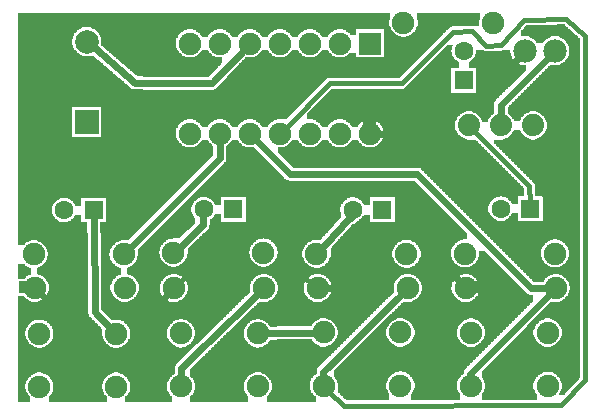
<source format=gbl>
G04 MADE WITH FRITZING*
G04 WWW.FRITZING.ORG*
G04 DOUBLE SIDED*
G04 HOLES PLATED*
G04 CONTOUR ON CENTER OF CONTOUR VECTOR*
%ASAXBY*%
%FSLAX23Y23*%
%MOIN*%
%OFA0B0*%
%SFA1.0B1.0*%
%ADD10C,0.075000*%
%ADD11C,0.074000*%
%ADD12C,0.062992*%
%ADD13C,0.078000*%
%ADD14C,0.078833*%
%ADD15R,0.075000X0.075000*%
%ADD16R,0.062992X0.062992*%
%ADD17R,0.078819X0.078847*%
%ADD18C,0.024000*%
%ADD19C,0.016000*%
%LNCOPPER0*%
G90*
G70*
G54D10*
X1843Y1109D03*
X116Y1227D03*
G54D11*
X1543Y965D03*
X1650Y965D03*
X1757Y965D03*
G54D10*
X1213Y1238D03*
X1213Y938D03*
X1113Y1238D03*
X1113Y938D03*
X1013Y1238D03*
X1013Y938D03*
X913Y1238D03*
X913Y938D03*
X813Y1238D03*
X813Y938D03*
X713Y1238D03*
X713Y938D03*
X613Y1238D03*
X613Y938D03*
G54D12*
X1254Y684D03*
X1156Y684D03*
X758Y685D03*
X659Y685D03*
X292Y682D03*
X194Y682D03*
X1748Y687D03*
X1649Y687D03*
G54D10*
X839Y95D03*
X583Y95D03*
X839Y272D03*
X583Y272D03*
X1315Y97D03*
X1059Y97D03*
X1315Y275D03*
X1059Y275D03*
X1806Y97D03*
X1550Y97D03*
X1806Y274D03*
X1550Y274D03*
X367Y94D03*
X111Y94D03*
X367Y271D03*
X111Y271D03*
X1530Y538D03*
X1830Y538D03*
X1035Y537D03*
X1335Y537D03*
X558Y541D03*
X858Y541D03*
X1532Y423D03*
X1832Y423D03*
X1039Y423D03*
X1339Y423D03*
X559Y423D03*
X859Y423D03*
X96Y424D03*
X396Y424D03*
X92Y535D03*
X392Y535D03*
G54D13*
X1730Y1214D03*
X1830Y1214D03*
G54D12*
X1526Y1115D03*
X1526Y1214D03*
G54D10*
X1325Y1307D03*
X1625Y1307D03*
G54D14*
X269Y976D03*
X269Y1244D03*
G54D15*
X1213Y1238D03*
G54D16*
X1254Y684D03*
X758Y685D03*
X292Y682D03*
X1748Y687D03*
X1526Y1115D03*
G54D17*
X269Y976D03*
G54D18*
X713Y910D02*
X713Y855D01*
D02*
X713Y855D02*
X412Y555D01*
D02*
X833Y918D02*
X946Y802D01*
D02*
X946Y802D02*
X1369Y802D01*
D02*
X1369Y802D02*
X1750Y422D01*
D02*
X1750Y422D02*
X1804Y422D01*
D02*
X868Y272D02*
X1030Y274D01*
D02*
X1812Y403D02*
X1548Y138D01*
D02*
X1548Y138D02*
X1548Y125D01*
D02*
X839Y403D02*
X585Y155D01*
D02*
X585Y155D02*
X584Y123D01*
D02*
X1585Y1058D02*
X1530Y1058D01*
D02*
X1530Y1058D02*
X1411Y938D01*
D02*
X1709Y1192D02*
X1585Y1058D01*
D02*
X1411Y938D02*
X1241Y938D01*
D02*
X116Y404D02*
X313Y208D01*
D02*
X424Y207D02*
X479Y262D01*
D02*
X313Y208D02*
X424Y207D01*
D02*
X479Y262D02*
X477Y340D01*
D02*
X477Y340D02*
X539Y402D01*
G54D19*
D02*
X1021Y438D02*
X971Y481D01*
D02*
X971Y481D02*
X620Y481D01*
D02*
X620Y481D02*
X576Y439D01*
G54D18*
D02*
X1512Y444D02*
X1427Y532D01*
D02*
X1427Y570D02*
X1395Y604D01*
D02*
X1427Y532D02*
X1427Y570D01*
D02*
X1395Y604D02*
X1289Y605D01*
D02*
X1105Y423D02*
X1067Y423D01*
D02*
X1289Y605D02*
X1105Y423D01*
D02*
X1057Y144D02*
X1058Y126D01*
D02*
X1319Y403D02*
X1057Y144D01*
G54D19*
D02*
X1081Y1106D02*
X1320Y1106D01*
D02*
X1553Y1279D02*
X1599Y1231D01*
D02*
X1491Y1277D02*
X1553Y1279D01*
D02*
X1320Y1106D02*
X1491Y1277D01*
D02*
X1649Y1232D02*
X1727Y1317D01*
D02*
X1599Y1231D02*
X1649Y1232D01*
D02*
X1931Y1262D02*
X1930Y115D01*
D02*
X1930Y115D02*
X1851Y32D01*
D02*
X1868Y1319D02*
X1931Y1262D01*
D02*
X1727Y1317D02*
X1868Y1319D01*
D02*
X1851Y32D02*
X1126Y31D01*
D02*
X1126Y31D02*
X1075Y81D01*
D02*
X929Y954D02*
X1081Y1106D01*
G54D18*
D02*
X296Y342D02*
X347Y291D01*
D02*
X292Y656D02*
X296Y342D01*
D02*
X1153Y665D02*
X1054Y558D01*
D02*
X1151Y657D02*
X1153Y665D01*
D02*
X1650Y1034D02*
X1650Y991D01*
D02*
X1812Y1196D02*
X1650Y1034D01*
G54D19*
D02*
X1745Y763D02*
X1747Y709D01*
D02*
X1561Y947D02*
X1745Y763D01*
G54D18*
D02*
X292Y1225D02*
X429Y1107D01*
D02*
X429Y1107D02*
X686Y1105D01*
D02*
X686Y1105D02*
X793Y1217D01*
D02*
X657Y633D02*
X579Y561D01*
D02*
X658Y658D02*
X657Y633D01*
G36*
X1838Y1302D02*
X1838Y1300D01*
X1734Y1300D01*
X1734Y1298D01*
X1732Y1298D01*
X1732Y1296D01*
X1730Y1296D01*
X1730Y1294D01*
X1728Y1294D01*
X1728Y1292D01*
X1726Y1292D01*
X1726Y1288D01*
X1724Y1288D01*
X1724Y1286D01*
X1722Y1286D01*
X1722Y1284D01*
X1720Y1284D01*
X1720Y1282D01*
X1718Y1282D01*
X1718Y1280D01*
X1716Y1280D01*
X1716Y1262D01*
X1842Y1262D01*
X1842Y1260D01*
X1846Y1260D01*
X1846Y1258D01*
X1850Y1258D01*
X1850Y1256D01*
X1854Y1256D01*
X1854Y1254D01*
X1856Y1254D01*
X1856Y1252D01*
X1860Y1252D01*
X1860Y1250D01*
X1862Y1250D01*
X1862Y1248D01*
X1864Y1248D01*
X1864Y1246D01*
X1866Y1246D01*
X1866Y1244D01*
X1868Y1244D01*
X1868Y1240D01*
X1870Y1240D01*
X1870Y1238D01*
X1872Y1238D01*
X1872Y1234D01*
X1874Y1234D01*
X1874Y1230D01*
X1876Y1230D01*
X1876Y1224D01*
X1878Y1224D01*
X1878Y1204D01*
X1876Y1204D01*
X1876Y1198D01*
X1874Y1198D01*
X1874Y1194D01*
X1872Y1194D01*
X1872Y1190D01*
X1870Y1190D01*
X1870Y1188D01*
X1868Y1188D01*
X1868Y1184D01*
X1866Y1184D01*
X1866Y1182D01*
X1864Y1182D01*
X1864Y1180D01*
X1862Y1180D01*
X1862Y1178D01*
X1860Y1178D01*
X1860Y1176D01*
X1856Y1176D01*
X1856Y1174D01*
X1854Y1174D01*
X1854Y1172D01*
X1850Y1172D01*
X1850Y1170D01*
X1846Y1170D01*
X1846Y1168D01*
X1842Y1168D01*
X1842Y1166D01*
X1812Y1166D01*
X1812Y1164D01*
X1810Y1164D01*
X1810Y1162D01*
X1808Y1162D01*
X1808Y1160D01*
X1806Y1160D01*
X1806Y1158D01*
X1804Y1158D01*
X1804Y1156D01*
X1802Y1156D01*
X1802Y1154D01*
X1800Y1154D01*
X1800Y1152D01*
X1798Y1152D01*
X1798Y1150D01*
X1796Y1150D01*
X1796Y1148D01*
X1794Y1148D01*
X1794Y1146D01*
X1792Y1146D01*
X1792Y1144D01*
X1790Y1144D01*
X1790Y1142D01*
X1788Y1142D01*
X1788Y1140D01*
X1786Y1140D01*
X1786Y1138D01*
X1784Y1138D01*
X1784Y1136D01*
X1782Y1136D01*
X1782Y1134D01*
X1780Y1134D01*
X1780Y1132D01*
X1778Y1132D01*
X1778Y1130D01*
X1776Y1130D01*
X1776Y1128D01*
X1774Y1128D01*
X1774Y1126D01*
X1772Y1126D01*
X1772Y1124D01*
X1770Y1124D01*
X1770Y1122D01*
X1768Y1122D01*
X1768Y1120D01*
X1766Y1120D01*
X1766Y1118D01*
X1764Y1118D01*
X1764Y1116D01*
X1762Y1116D01*
X1762Y1114D01*
X1760Y1114D01*
X1760Y1112D01*
X1758Y1112D01*
X1758Y1110D01*
X1756Y1110D01*
X1756Y1108D01*
X1754Y1108D01*
X1754Y1106D01*
X1752Y1106D01*
X1752Y1104D01*
X1750Y1104D01*
X1750Y1102D01*
X1748Y1102D01*
X1748Y1100D01*
X1746Y1100D01*
X1746Y1098D01*
X1744Y1098D01*
X1744Y1096D01*
X1742Y1096D01*
X1742Y1094D01*
X1740Y1094D01*
X1740Y1092D01*
X1738Y1092D01*
X1738Y1090D01*
X1736Y1090D01*
X1736Y1088D01*
X1734Y1088D01*
X1734Y1086D01*
X1732Y1086D01*
X1732Y1084D01*
X1730Y1084D01*
X1730Y1082D01*
X1728Y1082D01*
X1728Y1080D01*
X1726Y1080D01*
X1726Y1078D01*
X1724Y1078D01*
X1724Y1076D01*
X1722Y1076D01*
X1722Y1074D01*
X1720Y1074D01*
X1720Y1072D01*
X1718Y1072D01*
X1718Y1070D01*
X1716Y1070D01*
X1716Y1068D01*
X1714Y1068D01*
X1714Y1066D01*
X1712Y1066D01*
X1712Y1064D01*
X1710Y1064D01*
X1710Y1062D01*
X1708Y1062D01*
X1708Y1060D01*
X1706Y1060D01*
X1706Y1058D01*
X1704Y1058D01*
X1704Y1056D01*
X1702Y1056D01*
X1702Y1054D01*
X1700Y1054D01*
X1700Y1052D01*
X1698Y1052D01*
X1698Y1050D01*
X1696Y1050D01*
X1696Y1048D01*
X1694Y1048D01*
X1694Y1046D01*
X1692Y1046D01*
X1692Y1044D01*
X1690Y1044D01*
X1690Y1042D01*
X1688Y1042D01*
X1688Y1040D01*
X1686Y1040D01*
X1686Y1038D01*
X1684Y1038D01*
X1684Y1036D01*
X1682Y1036D01*
X1682Y1034D01*
X1680Y1034D01*
X1680Y1032D01*
X1678Y1032D01*
X1678Y1030D01*
X1676Y1030D01*
X1676Y1028D01*
X1674Y1028D01*
X1674Y1026D01*
X1672Y1026D01*
X1672Y1012D01*
X1766Y1012D01*
X1766Y1010D01*
X1772Y1010D01*
X1772Y1008D01*
X1776Y1008D01*
X1776Y1006D01*
X1780Y1006D01*
X1780Y1004D01*
X1782Y1004D01*
X1782Y1002D01*
X1784Y1002D01*
X1784Y1000D01*
X1788Y1000D01*
X1788Y998D01*
X1790Y998D01*
X1790Y996D01*
X1792Y996D01*
X1792Y992D01*
X1794Y992D01*
X1794Y990D01*
X1796Y990D01*
X1796Y986D01*
X1798Y986D01*
X1798Y984D01*
X1800Y984D01*
X1800Y978D01*
X1802Y978D01*
X1802Y972D01*
X1804Y972D01*
X1804Y960D01*
X1802Y960D01*
X1802Y952D01*
X1800Y952D01*
X1800Y948D01*
X1798Y948D01*
X1798Y944D01*
X1796Y944D01*
X1796Y940D01*
X1794Y940D01*
X1794Y938D01*
X1792Y938D01*
X1792Y936D01*
X1790Y936D01*
X1790Y934D01*
X1788Y934D01*
X1788Y932D01*
X1786Y932D01*
X1786Y930D01*
X1784Y930D01*
X1784Y928D01*
X1782Y928D01*
X1782Y926D01*
X1778Y926D01*
X1778Y924D01*
X1774Y924D01*
X1774Y922D01*
X1770Y922D01*
X1770Y920D01*
X1762Y920D01*
X1762Y918D01*
X1912Y918D01*
X1912Y1146D01*
X1914Y1146D01*
X1914Y1254D01*
X1912Y1254D01*
X1912Y1256D01*
X1910Y1256D01*
X1910Y1258D01*
X1908Y1258D01*
X1908Y1260D01*
X1906Y1260D01*
X1906Y1262D01*
X1904Y1262D01*
X1904Y1264D01*
X1902Y1264D01*
X1902Y1266D01*
X1898Y1266D01*
X1898Y1268D01*
X1896Y1268D01*
X1896Y1270D01*
X1894Y1270D01*
X1894Y1272D01*
X1892Y1272D01*
X1892Y1274D01*
X1890Y1274D01*
X1890Y1276D01*
X1888Y1276D01*
X1888Y1278D01*
X1886Y1278D01*
X1886Y1280D01*
X1884Y1280D01*
X1884Y1282D01*
X1882Y1282D01*
X1882Y1284D01*
X1880Y1284D01*
X1880Y1286D01*
X1876Y1286D01*
X1876Y1288D01*
X1874Y1288D01*
X1874Y1290D01*
X1872Y1290D01*
X1872Y1292D01*
X1870Y1292D01*
X1870Y1294D01*
X1868Y1294D01*
X1868Y1296D01*
X1866Y1296D01*
X1866Y1298D01*
X1864Y1298D01*
X1864Y1300D01*
X1862Y1300D01*
X1862Y1302D01*
X1838Y1302D01*
G37*
D02*
G36*
X1742Y1262D02*
X1742Y1260D01*
X1746Y1260D01*
X1746Y1258D01*
X1750Y1258D01*
X1750Y1256D01*
X1754Y1256D01*
X1754Y1254D01*
X1756Y1254D01*
X1756Y1252D01*
X1760Y1252D01*
X1760Y1250D01*
X1762Y1250D01*
X1762Y1248D01*
X1764Y1248D01*
X1764Y1246D01*
X1766Y1246D01*
X1766Y1244D01*
X1768Y1244D01*
X1768Y1240D01*
X1790Y1240D01*
X1790Y1242D01*
X1792Y1242D01*
X1792Y1244D01*
X1794Y1244D01*
X1794Y1246D01*
X1796Y1246D01*
X1796Y1248D01*
X1798Y1248D01*
X1798Y1250D01*
X1800Y1250D01*
X1800Y1252D01*
X1802Y1252D01*
X1802Y1254D01*
X1806Y1254D01*
X1806Y1256D01*
X1808Y1256D01*
X1808Y1258D01*
X1812Y1258D01*
X1812Y1260D01*
X1818Y1260D01*
X1818Y1262D01*
X1742Y1262D01*
G37*
D02*
G36*
X1470Y1232D02*
X1470Y1230D01*
X1468Y1230D01*
X1468Y1228D01*
X1466Y1228D01*
X1466Y1226D01*
X1464Y1226D01*
X1464Y1224D01*
X1462Y1224D01*
X1462Y1222D01*
X1460Y1222D01*
X1460Y1220D01*
X1458Y1220D01*
X1458Y1218D01*
X1456Y1218D01*
X1456Y1216D01*
X1454Y1216D01*
X1454Y1214D01*
X1452Y1214D01*
X1452Y1212D01*
X1450Y1212D01*
X1450Y1210D01*
X1448Y1210D01*
X1448Y1208D01*
X1446Y1208D01*
X1446Y1206D01*
X1444Y1206D01*
X1444Y1204D01*
X1442Y1204D01*
X1442Y1202D01*
X1440Y1202D01*
X1440Y1200D01*
X1438Y1200D01*
X1438Y1198D01*
X1436Y1198D01*
X1436Y1196D01*
X1434Y1196D01*
X1434Y1194D01*
X1432Y1194D01*
X1432Y1192D01*
X1430Y1192D01*
X1430Y1190D01*
X1428Y1190D01*
X1428Y1188D01*
X1426Y1188D01*
X1426Y1186D01*
X1424Y1186D01*
X1424Y1184D01*
X1422Y1184D01*
X1422Y1182D01*
X1420Y1182D01*
X1420Y1180D01*
X1418Y1180D01*
X1418Y1178D01*
X1416Y1178D01*
X1416Y1176D01*
X1414Y1176D01*
X1414Y1174D01*
X1412Y1174D01*
X1412Y1172D01*
X1410Y1172D01*
X1410Y1170D01*
X1408Y1170D01*
X1408Y1168D01*
X1406Y1168D01*
X1406Y1166D01*
X1404Y1166D01*
X1404Y1164D01*
X1402Y1164D01*
X1402Y1162D01*
X1400Y1162D01*
X1400Y1160D01*
X1398Y1160D01*
X1398Y1158D01*
X1396Y1158D01*
X1396Y1156D01*
X1394Y1156D01*
X1394Y1154D01*
X1392Y1154D01*
X1392Y1152D01*
X1390Y1152D01*
X1390Y1150D01*
X1388Y1150D01*
X1388Y1148D01*
X1386Y1148D01*
X1386Y1146D01*
X1384Y1146D01*
X1384Y1144D01*
X1382Y1144D01*
X1382Y1142D01*
X1380Y1142D01*
X1380Y1140D01*
X1378Y1140D01*
X1378Y1138D01*
X1376Y1138D01*
X1376Y1136D01*
X1374Y1136D01*
X1374Y1134D01*
X1372Y1134D01*
X1372Y1132D01*
X1370Y1132D01*
X1370Y1130D01*
X1368Y1130D01*
X1368Y1128D01*
X1366Y1128D01*
X1366Y1126D01*
X1364Y1126D01*
X1364Y1124D01*
X1362Y1124D01*
X1362Y1122D01*
X1360Y1122D01*
X1360Y1120D01*
X1358Y1120D01*
X1358Y1118D01*
X1356Y1118D01*
X1356Y1116D01*
X1354Y1116D01*
X1354Y1114D01*
X1352Y1114D01*
X1352Y1112D01*
X1350Y1112D01*
X1350Y1110D01*
X1348Y1110D01*
X1348Y1108D01*
X1346Y1108D01*
X1346Y1106D01*
X1344Y1106D01*
X1344Y1104D01*
X1342Y1104D01*
X1342Y1102D01*
X1340Y1102D01*
X1340Y1100D01*
X1338Y1100D01*
X1338Y1098D01*
X1336Y1098D01*
X1336Y1096D01*
X1334Y1096D01*
X1334Y1094D01*
X1332Y1094D01*
X1332Y1092D01*
X1330Y1092D01*
X1330Y1090D01*
X1326Y1090D01*
X1326Y1088D01*
X1086Y1088D01*
X1086Y1086D01*
X1084Y1086D01*
X1084Y1084D01*
X1082Y1084D01*
X1082Y1082D01*
X1080Y1082D01*
X1080Y1080D01*
X1078Y1080D01*
X1078Y1078D01*
X1076Y1078D01*
X1076Y1076D01*
X1074Y1076D01*
X1074Y1074D01*
X1484Y1074D01*
X1484Y1156D01*
X1486Y1156D01*
X1486Y1158D01*
X1510Y1158D01*
X1510Y1178D01*
X1506Y1178D01*
X1506Y1180D01*
X1504Y1180D01*
X1504Y1182D01*
X1500Y1182D01*
X1500Y1184D01*
X1498Y1184D01*
X1498Y1186D01*
X1496Y1186D01*
X1496Y1188D01*
X1494Y1188D01*
X1494Y1192D01*
X1492Y1192D01*
X1492Y1194D01*
X1490Y1194D01*
X1490Y1198D01*
X1488Y1198D01*
X1488Y1202D01*
X1486Y1202D01*
X1486Y1210D01*
X1484Y1210D01*
X1484Y1218D01*
X1486Y1218D01*
X1486Y1226D01*
X1488Y1226D01*
X1488Y1230D01*
X1490Y1230D01*
X1490Y1232D01*
X1470Y1232D01*
G37*
D02*
G36*
X1568Y1218D02*
X1568Y1214D01*
X1592Y1214D01*
X1592Y1216D01*
X1588Y1216D01*
X1588Y1218D01*
X1568Y1218D01*
G37*
D02*
G36*
X1658Y1218D02*
X1658Y1216D01*
X1654Y1216D01*
X1654Y1214D01*
X1680Y1214D01*
X1680Y1218D01*
X1658Y1218D01*
G37*
D02*
G36*
X1568Y1214D02*
X1568Y1212D01*
X1680Y1212D01*
X1680Y1214D01*
X1568Y1214D01*
G37*
D02*
G36*
X1568Y1214D02*
X1568Y1212D01*
X1680Y1212D01*
X1680Y1214D01*
X1568Y1214D01*
G37*
D02*
G36*
X1568Y1212D02*
X1568Y1208D01*
X1566Y1208D01*
X1566Y1202D01*
X1564Y1202D01*
X1564Y1198D01*
X1562Y1198D01*
X1562Y1194D01*
X1560Y1194D01*
X1560Y1190D01*
X1558Y1190D01*
X1558Y1188D01*
X1556Y1188D01*
X1556Y1186D01*
X1554Y1186D01*
X1554Y1184D01*
X1552Y1184D01*
X1552Y1182D01*
X1550Y1182D01*
X1550Y1180D01*
X1546Y1180D01*
X1546Y1178D01*
X1542Y1178D01*
X1542Y1158D01*
X1566Y1158D01*
X1566Y1156D01*
X1568Y1156D01*
X1568Y1074D01*
X1658Y1074D01*
X1658Y1076D01*
X1660Y1076D01*
X1660Y1078D01*
X1662Y1078D01*
X1662Y1080D01*
X1664Y1080D01*
X1664Y1082D01*
X1666Y1082D01*
X1666Y1084D01*
X1668Y1084D01*
X1668Y1086D01*
X1670Y1086D01*
X1670Y1088D01*
X1672Y1088D01*
X1672Y1090D01*
X1674Y1090D01*
X1674Y1092D01*
X1678Y1092D01*
X1678Y1094D01*
X1680Y1094D01*
X1680Y1096D01*
X1682Y1096D01*
X1682Y1098D01*
X1684Y1098D01*
X1684Y1100D01*
X1686Y1100D01*
X1686Y1102D01*
X1688Y1102D01*
X1688Y1104D01*
X1690Y1104D01*
X1690Y1106D01*
X1692Y1106D01*
X1692Y1108D01*
X1694Y1108D01*
X1694Y1110D01*
X1696Y1110D01*
X1696Y1112D01*
X1698Y1112D01*
X1698Y1114D01*
X1700Y1114D01*
X1700Y1116D01*
X1702Y1116D01*
X1702Y1118D01*
X1704Y1118D01*
X1704Y1120D01*
X1706Y1120D01*
X1706Y1122D01*
X1708Y1122D01*
X1708Y1124D01*
X1710Y1124D01*
X1710Y1126D01*
X1712Y1126D01*
X1712Y1128D01*
X1714Y1128D01*
X1714Y1130D01*
X1716Y1130D01*
X1716Y1132D01*
X1718Y1132D01*
X1718Y1134D01*
X1720Y1134D01*
X1720Y1136D01*
X1722Y1136D01*
X1722Y1138D01*
X1724Y1138D01*
X1724Y1140D01*
X1726Y1140D01*
X1726Y1142D01*
X1728Y1142D01*
X1728Y1144D01*
X1730Y1144D01*
X1730Y1146D01*
X1732Y1146D01*
X1732Y1166D01*
X1718Y1166D01*
X1718Y1168D01*
X1712Y1168D01*
X1712Y1170D01*
X1708Y1170D01*
X1708Y1172D01*
X1706Y1172D01*
X1706Y1174D01*
X1702Y1174D01*
X1702Y1176D01*
X1700Y1176D01*
X1700Y1178D01*
X1698Y1178D01*
X1698Y1180D01*
X1696Y1180D01*
X1696Y1182D01*
X1694Y1182D01*
X1694Y1184D01*
X1692Y1184D01*
X1692Y1186D01*
X1690Y1186D01*
X1690Y1188D01*
X1688Y1188D01*
X1688Y1192D01*
X1686Y1192D01*
X1686Y1196D01*
X1684Y1196D01*
X1684Y1202D01*
X1682Y1202D01*
X1682Y1208D01*
X1680Y1208D01*
X1680Y1212D01*
X1568Y1212D01*
G37*
D02*
G36*
X1072Y1074D02*
X1072Y1072D01*
X1656Y1072D01*
X1656Y1074D01*
X1072Y1074D01*
G37*
D02*
G36*
X1072Y1074D02*
X1072Y1072D01*
X1656Y1072D01*
X1656Y1074D01*
X1072Y1074D01*
G37*
D02*
G36*
X1070Y1072D02*
X1070Y1070D01*
X1068Y1070D01*
X1068Y1068D01*
X1066Y1068D01*
X1066Y1066D01*
X1064Y1066D01*
X1064Y1064D01*
X1062Y1064D01*
X1062Y1062D01*
X1060Y1062D01*
X1060Y1060D01*
X1058Y1060D01*
X1058Y1058D01*
X1056Y1058D01*
X1056Y1056D01*
X1054Y1056D01*
X1054Y1054D01*
X1052Y1054D01*
X1052Y1052D01*
X1050Y1052D01*
X1050Y1050D01*
X1048Y1050D01*
X1048Y1048D01*
X1046Y1048D01*
X1046Y1046D01*
X1044Y1046D01*
X1044Y1044D01*
X1042Y1044D01*
X1042Y1042D01*
X1040Y1042D01*
X1040Y1040D01*
X1038Y1040D01*
X1038Y1038D01*
X1036Y1038D01*
X1036Y1036D01*
X1034Y1036D01*
X1034Y1034D01*
X1032Y1034D01*
X1032Y1032D01*
X1030Y1032D01*
X1030Y1030D01*
X1028Y1030D01*
X1028Y1028D01*
X1026Y1028D01*
X1026Y1026D01*
X1024Y1026D01*
X1024Y1024D01*
X1022Y1024D01*
X1022Y1022D01*
X1020Y1022D01*
X1020Y1020D01*
X1018Y1020D01*
X1018Y1018D01*
X1016Y1018D01*
X1016Y1016D01*
X1014Y1016D01*
X1014Y1014D01*
X1012Y1014D01*
X1012Y1012D01*
X1552Y1012D01*
X1552Y1010D01*
X1558Y1010D01*
X1558Y1008D01*
X1562Y1008D01*
X1562Y1006D01*
X1566Y1006D01*
X1566Y1004D01*
X1568Y1004D01*
X1568Y1002D01*
X1570Y1002D01*
X1570Y1000D01*
X1574Y1000D01*
X1574Y998D01*
X1576Y998D01*
X1576Y996D01*
X1578Y996D01*
X1578Y992D01*
X1580Y992D01*
X1580Y990D01*
X1582Y990D01*
X1582Y986D01*
X1584Y986D01*
X1584Y984D01*
X1586Y984D01*
X1586Y978D01*
X1606Y978D01*
X1606Y984D01*
X1608Y984D01*
X1608Y986D01*
X1610Y986D01*
X1610Y990D01*
X1612Y990D01*
X1612Y992D01*
X1614Y992D01*
X1614Y994D01*
X1616Y994D01*
X1616Y998D01*
X1618Y998D01*
X1618Y1000D01*
X1622Y1000D01*
X1622Y1002D01*
X1624Y1002D01*
X1624Y1004D01*
X1626Y1004D01*
X1626Y1006D01*
X1628Y1006D01*
X1628Y1042D01*
X1630Y1042D01*
X1630Y1046D01*
X1632Y1046D01*
X1632Y1048D01*
X1634Y1048D01*
X1634Y1052D01*
X1636Y1052D01*
X1636Y1054D01*
X1638Y1054D01*
X1638Y1056D01*
X1640Y1056D01*
X1640Y1058D01*
X1642Y1058D01*
X1642Y1060D01*
X1644Y1060D01*
X1644Y1062D01*
X1646Y1062D01*
X1646Y1064D01*
X1648Y1064D01*
X1648Y1066D01*
X1650Y1066D01*
X1650Y1068D01*
X1652Y1068D01*
X1652Y1070D01*
X1654Y1070D01*
X1654Y1072D01*
X1070Y1072D01*
G37*
D02*
G36*
X1010Y1012D02*
X1010Y1010D01*
X1008Y1010D01*
X1008Y1008D01*
X1006Y1008D01*
X1006Y1006D01*
X1004Y1006D01*
X1004Y1004D01*
X1002Y1004D01*
X1002Y986D01*
X1222Y986D01*
X1222Y984D01*
X1228Y984D01*
X1228Y982D01*
X1232Y982D01*
X1232Y980D01*
X1234Y980D01*
X1234Y978D01*
X1238Y978D01*
X1238Y976D01*
X1240Y976D01*
X1240Y974D01*
X1242Y974D01*
X1242Y972D01*
X1246Y972D01*
X1246Y968D01*
X1248Y968D01*
X1248Y966D01*
X1250Y966D01*
X1250Y964D01*
X1252Y964D01*
X1252Y962D01*
X1254Y962D01*
X1254Y958D01*
X1256Y958D01*
X1256Y954D01*
X1258Y954D01*
X1258Y948D01*
X1260Y948D01*
X1260Y930D01*
X1258Y930D01*
X1258Y924D01*
X1256Y924D01*
X1256Y920D01*
X1254Y920D01*
X1254Y916D01*
X1252Y916D01*
X1252Y912D01*
X1250Y912D01*
X1250Y910D01*
X1248Y910D01*
X1248Y908D01*
X1246Y908D01*
X1246Y906D01*
X1244Y906D01*
X1244Y904D01*
X1242Y904D01*
X1242Y902D01*
X1240Y902D01*
X1240Y900D01*
X1236Y900D01*
X1236Y898D01*
X1234Y898D01*
X1234Y896D01*
X1230Y896D01*
X1230Y894D01*
X1224Y894D01*
X1224Y892D01*
X1590Y892D01*
X1590Y894D01*
X1588Y894D01*
X1588Y896D01*
X1586Y896D01*
X1586Y898D01*
X1584Y898D01*
X1584Y900D01*
X1582Y900D01*
X1582Y902D01*
X1580Y902D01*
X1580Y904D01*
X1578Y904D01*
X1578Y906D01*
X1576Y906D01*
X1576Y908D01*
X1574Y908D01*
X1574Y910D01*
X1572Y910D01*
X1572Y912D01*
X1570Y912D01*
X1570Y914D01*
X1568Y914D01*
X1568Y916D01*
X1566Y916D01*
X1566Y918D01*
X1536Y918D01*
X1536Y920D01*
X1530Y920D01*
X1530Y922D01*
X1524Y922D01*
X1524Y924D01*
X1522Y924D01*
X1522Y926D01*
X1518Y926D01*
X1518Y928D01*
X1516Y928D01*
X1516Y930D01*
X1512Y930D01*
X1512Y932D01*
X1510Y932D01*
X1510Y934D01*
X1508Y934D01*
X1508Y938D01*
X1506Y938D01*
X1506Y940D01*
X1504Y940D01*
X1504Y942D01*
X1502Y942D01*
X1502Y946D01*
X1500Y946D01*
X1500Y950D01*
X1498Y950D01*
X1498Y956D01*
X1496Y956D01*
X1496Y976D01*
X1498Y976D01*
X1498Y980D01*
X1500Y980D01*
X1500Y984D01*
X1502Y984D01*
X1502Y988D01*
X1504Y988D01*
X1504Y992D01*
X1506Y992D01*
X1506Y994D01*
X1508Y994D01*
X1508Y996D01*
X1510Y996D01*
X1510Y998D01*
X1512Y998D01*
X1512Y1000D01*
X1514Y1000D01*
X1514Y1002D01*
X1516Y1002D01*
X1516Y1004D01*
X1520Y1004D01*
X1520Y1006D01*
X1524Y1006D01*
X1524Y1008D01*
X1528Y1008D01*
X1528Y1010D01*
X1532Y1010D01*
X1532Y1012D01*
X1010Y1012D01*
G37*
D02*
G36*
X1672Y1012D02*
X1672Y1004D01*
X1676Y1004D01*
X1676Y1002D01*
X1678Y1002D01*
X1678Y1000D01*
X1680Y1000D01*
X1680Y998D01*
X1682Y998D01*
X1682Y996D01*
X1684Y996D01*
X1684Y994D01*
X1686Y994D01*
X1686Y992D01*
X1688Y992D01*
X1688Y988D01*
X1690Y988D01*
X1690Y986D01*
X1692Y986D01*
X1692Y982D01*
X1694Y982D01*
X1694Y980D01*
X1714Y980D01*
X1714Y984D01*
X1716Y984D01*
X1716Y988D01*
X1718Y988D01*
X1718Y992D01*
X1720Y992D01*
X1720Y994D01*
X1722Y994D01*
X1722Y996D01*
X1724Y996D01*
X1724Y998D01*
X1726Y998D01*
X1726Y1000D01*
X1728Y1000D01*
X1728Y1002D01*
X1730Y1002D01*
X1730Y1004D01*
X1734Y1004D01*
X1734Y1006D01*
X1738Y1006D01*
X1738Y1008D01*
X1742Y1008D01*
X1742Y1010D01*
X1746Y1010D01*
X1746Y1012D01*
X1672Y1012D01*
G37*
D02*
G36*
X1022Y986D02*
X1022Y984D01*
X1028Y984D01*
X1028Y982D01*
X1032Y982D01*
X1032Y980D01*
X1034Y980D01*
X1034Y978D01*
X1038Y978D01*
X1038Y976D01*
X1040Y976D01*
X1040Y974D01*
X1042Y974D01*
X1042Y972D01*
X1046Y972D01*
X1046Y968D01*
X1048Y968D01*
X1048Y966D01*
X1050Y966D01*
X1050Y964D01*
X1052Y964D01*
X1052Y960D01*
X1072Y960D01*
X1072Y962D01*
X1074Y962D01*
X1074Y966D01*
X1076Y966D01*
X1076Y968D01*
X1078Y968D01*
X1078Y970D01*
X1080Y970D01*
X1080Y972D01*
X1082Y972D01*
X1082Y974D01*
X1084Y974D01*
X1084Y976D01*
X1088Y976D01*
X1088Y978D01*
X1090Y978D01*
X1090Y980D01*
X1094Y980D01*
X1094Y982D01*
X1098Y982D01*
X1098Y984D01*
X1104Y984D01*
X1104Y986D01*
X1022Y986D01*
G37*
D02*
G36*
X1122Y986D02*
X1122Y984D01*
X1128Y984D01*
X1128Y982D01*
X1132Y982D01*
X1132Y980D01*
X1134Y980D01*
X1134Y978D01*
X1138Y978D01*
X1138Y976D01*
X1140Y976D01*
X1140Y974D01*
X1142Y974D01*
X1142Y972D01*
X1146Y972D01*
X1146Y968D01*
X1148Y968D01*
X1148Y966D01*
X1150Y966D01*
X1150Y964D01*
X1152Y964D01*
X1152Y960D01*
X1172Y960D01*
X1172Y962D01*
X1174Y962D01*
X1174Y966D01*
X1176Y966D01*
X1176Y968D01*
X1178Y968D01*
X1178Y970D01*
X1180Y970D01*
X1180Y972D01*
X1182Y972D01*
X1182Y974D01*
X1184Y974D01*
X1184Y976D01*
X1188Y976D01*
X1188Y978D01*
X1190Y978D01*
X1190Y980D01*
X1194Y980D01*
X1194Y982D01*
X1198Y982D01*
X1198Y984D01*
X1204Y984D01*
X1204Y986D01*
X1122Y986D01*
G37*
D02*
G36*
X1692Y950D02*
X1692Y946D01*
X1690Y946D01*
X1690Y942D01*
X1688Y942D01*
X1688Y940D01*
X1686Y940D01*
X1686Y936D01*
X1684Y936D01*
X1684Y934D01*
X1682Y934D01*
X1682Y932D01*
X1680Y932D01*
X1680Y930D01*
X1678Y930D01*
X1678Y928D01*
X1674Y928D01*
X1674Y926D01*
X1672Y926D01*
X1672Y924D01*
X1668Y924D01*
X1668Y922D01*
X1662Y922D01*
X1662Y920D01*
X1656Y920D01*
X1656Y918D01*
X1750Y918D01*
X1750Y920D01*
X1744Y920D01*
X1744Y922D01*
X1738Y922D01*
X1738Y924D01*
X1736Y924D01*
X1736Y926D01*
X1732Y926D01*
X1732Y928D01*
X1730Y928D01*
X1730Y930D01*
X1726Y930D01*
X1726Y932D01*
X1724Y932D01*
X1724Y934D01*
X1722Y934D01*
X1722Y938D01*
X1720Y938D01*
X1720Y940D01*
X1718Y940D01*
X1718Y942D01*
X1716Y942D01*
X1716Y946D01*
X1714Y946D01*
X1714Y950D01*
X1692Y950D01*
G37*
D02*
G36*
X1626Y918D02*
X1626Y916D01*
X1912Y916D01*
X1912Y918D01*
X1626Y918D01*
G37*
D02*
G36*
X1626Y918D02*
X1626Y916D01*
X1912Y916D01*
X1912Y918D01*
X1626Y918D01*
G37*
D02*
G36*
X952Y916D02*
X952Y912D01*
X950Y912D01*
X950Y910D01*
X948Y910D01*
X948Y908D01*
X946Y908D01*
X946Y906D01*
X944Y906D01*
X944Y904D01*
X942Y904D01*
X942Y902D01*
X940Y902D01*
X940Y900D01*
X936Y900D01*
X936Y898D01*
X934Y898D01*
X934Y896D01*
X930Y896D01*
X930Y894D01*
X924Y894D01*
X924Y892D01*
X1002Y892D01*
X1002Y894D01*
X996Y894D01*
X996Y896D01*
X992Y896D01*
X992Y898D01*
X988Y898D01*
X988Y900D01*
X986Y900D01*
X986Y902D01*
X984Y902D01*
X984Y904D01*
X982Y904D01*
X982Y906D01*
X980Y906D01*
X980Y908D01*
X978Y908D01*
X978Y910D01*
X976Y910D01*
X976Y912D01*
X974Y912D01*
X974Y914D01*
X972Y914D01*
X972Y916D01*
X952Y916D01*
G37*
D02*
G36*
X1052Y916D02*
X1052Y912D01*
X1050Y912D01*
X1050Y910D01*
X1048Y910D01*
X1048Y908D01*
X1046Y908D01*
X1046Y906D01*
X1044Y906D01*
X1044Y904D01*
X1042Y904D01*
X1042Y902D01*
X1040Y902D01*
X1040Y900D01*
X1036Y900D01*
X1036Y898D01*
X1034Y898D01*
X1034Y896D01*
X1030Y896D01*
X1030Y894D01*
X1024Y894D01*
X1024Y892D01*
X1102Y892D01*
X1102Y894D01*
X1096Y894D01*
X1096Y896D01*
X1092Y896D01*
X1092Y898D01*
X1088Y898D01*
X1088Y900D01*
X1086Y900D01*
X1086Y902D01*
X1084Y902D01*
X1084Y904D01*
X1082Y904D01*
X1082Y906D01*
X1080Y906D01*
X1080Y908D01*
X1078Y908D01*
X1078Y910D01*
X1076Y910D01*
X1076Y912D01*
X1074Y912D01*
X1074Y914D01*
X1072Y914D01*
X1072Y916D01*
X1052Y916D01*
G37*
D02*
G36*
X1152Y916D02*
X1152Y912D01*
X1150Y912D01*
X1150Y910D01*
X1148Y910D01*
X1148Y908D01*
X1146Y908D01*
X1146Y906D01*
X1144Y906D01*
X1144Y904D01*
X1142Y904D01*
X1142Y902D01*
X1140Y902D01*
X1140Y900D01*
X1136Y900D01*
X1136Y898D01*
X1134Y898D01*
X1134Y896D01*
X1130Y896D01*
X1130Y894D01*
X1124Y894D01*
X1124Y892D01*
X1202Y892D01*
X1202Y894D01*
X1196Y894D01*
X1196Y896D01*
X1192Y896D01*
X1192Y898D01*
X1188Y898D01*
X1188Y900D01*
X1186Y900D01*
X1186Y902D01*
X1184Y902D01*
X1184Y904D01*
X1182Y904D01*
X1182Y906D01*
X1180Y906D01*
X1180Y908D01*
X1178Y908D01*
X1178Y910D01*
X1176Y910D01*
X1176Y912D01*
X1174Y912D01*
X1174Y914D01*
X1172Y914D01*
X1172Y916D01*
X1152Y916D01*
G37*
D02*
G36*
X1626Y916D02*
X1626Y906D01*
X1628Y906D01*
X1628Y904D01*
X1630Y904D01*
X1630Y902D01*
X1632Y902D01*
X1632Y900D01*
X1634Y900D01*
X1634Y898D01*
X1636Y898D01*
X1636Y896D01*
X1638Y896D01*
X1638Y894D01*
X1640Y894D01*
X1640Y892D01*
X1642Y892D01*
X1642Y890D01*
X1644Y890D01*
X1644Y888D01*
X1646Y888D01*
X1646Y886D01*
X1648Y886D01*
X1648Y884D01*
X1650Y884D01*
X1650Y882D01*
X1652Y882D01*
X1652Y880D01*
X1654Y880D01*
X1654Y878D01*
X1656Y878D01*
X1656Y876D01*
X1658Y876D01*
X1658Y874D01*
X1660Y874D01*
X1660Y872D01*
X1662Y872D01*
X1662Y870D01*
X1664Y870D01*
X1664Y868D01*
X1666Y868D01*
X1666Y866D01*
X1668Y866D01*
X1668Y864D01*
X1670Y864D01*
X1670Y862D01*
X1672Y862D01*
X1672Y860D01*
X1674Y860D01*
X1674Y858D01*
X1676Y858D01*
X1676Y856D01*
X1678Y856D01*
X1678Y854D01*
X1680Y854D01*
X1680Y852D01*
X1682Y852D01*
X1682Y850D01*
X1684Y850D01*
X1684Y848D01*
X1686Y848D01*
X1686Y846D01*
X1688Y846D01*
X1688Y844D01*
X1690Y844D01*
X1690Y842D01*
X1692Y842D01*
X1692Y840D01*
X1694Y840D01*
X1694Y838D01*
X1696Y838D01*
X1696Y836D01*
X1698Y836D01*
X1698Y834D01*
X1700Y834D01*
X1700Y832D01*
X1702Y832D01*
X1702Y830D01*
X1704Y830D01*
X1704Y828D01*
X1706Y828D01*
X1706Y826D01*
X1708Y826D01*
X1708Y824D01*
X1710Y824D01*
X1710Y822D01*
X1712Y822D01*
X1712Y820D01*
X1714Y820D01*
X1714Y818D01*
X1716Y818D01*
X1716Y816D01*
X1718Y816D01*
X1718Y814D01*
X1720Y814D01*
X1720Y812D01*
X1722Y812D01*
X1722Y810D01*
X1724Y810D01*
X1724Y808D01*
X1726Y808D01*
X1726Y806D01*
X1728Y806D01*
X1728Y804D01*
X1730Y804D01*
X1730Y802D01*
X1732Y802D01*
X1732Y800D01*
X1734Y800D01*
X1734Y798D01*
X1736Y798D01*
X1736Y796D01*
X1738Y796D01*
X1738Y794D01*
X1740Y794D01*
X1740Y792D01*
X1742Y792D01*
X1742Y790D01*
X1744Y790D01*
X1744Y788D01*
X1746Y788D01*
X1746Y786D01*
X1748Y786D01*
X1748Y784D01*
X1750Y784D01*
X1750Y782D01*
X1752Y782D01*
X1752Y780D01*
X1754Y780D01*
X1754Y778D01*
X1756Y778D01*
X1756Y776D01*
X1758Y776D01*
X1758Y774D01*
X1760Y774D01*
X1760Y770D01*
X1762Y770D01*
X1762Y756D01*
X1764Y756D01*
X1764Y730D01*
X1788Y730D01*
X1788Y728D01*
X1790Y728D01*
X1790Y648D01*
X1788Y648D01*
X1788Y646D01*
X1912Y646D01*
X1912Y916D01*
X1626Y916D01*
G37*
D02*
G36*
X908Y892D02*
X908Y890D01*
X1592Y890D01*
X1592Y892D01*
X908Y892D01*
G37*
D02*
G36*
X908Y892D02*
X908Y890D01*
X1592Y890D01*
X1592Y892D01*
X908Y892D01*
G37*
D02*
G36*
X908Y892D02*
X908Y890D01*
X1592Y890D01*
X1592Y892D01*
X908Y892D01*
G37*
D02*
G36*
X908Y892D02*
X908Y890D01*
X1592Y890D01*
X1592Y892D01*
X908Y892D01*
G37*
D02*
G36*
X908Y890D02*
X908Y872D01*
X910Y872D01*
X910Y870D01*
X912Y870D01*
X912Y868D01*
X914Y868D01*
X914Y866D01*
X916Y866D01*
X916Y864D01*
X918Y864D01*
X918Y862D01*
X920Y862D01*
X920Y860D01*
X922Y860D01*
X922Y858D01*
X924Y858D01*
X924Y856D01*
X926Y856D01*
X926Y854D01*
X928Y854D01*
X928Y852D01*
X930Y852D01*
X930Y850D01*
X932Y850D01*
X932Y848D01*
X934Y848D01*
X934Y846D01*
X936Y846D01*
X936Y844D01*
X938Y844D01*
X938Y842D01*
X940Y842D01*
X940Y840D01*
X942Y840D01*
X942Y838D01*
X944Y838D01*
X944Y836D01*
X946Y836D01*
X946Y834D01*
X948Y834D01*
X948Y832D01*
X950Y832D01*
X950Y830D01*
X952Y830D01*
X952Y828D01*
X954Y828D01*
X954Y826D01*
X956Y826D01*
X956Y824D01*
X1378Y824D01*
X1378Y822D01*
X1382Y822D01*
X1382Y820D01*
X1384Y820D01*
X1384Y818D01*
X1386Y818D01*
X1386Y816D01*
X1388Y816D01*
X1388Y814D01*
X1390Y814D01*
X1390Y812D01*
X1392Y812D01*
X1392Y810D01*
X1394Y810D01*
X1394Y808D01*
X1396Y808D01*
X1396Y806D01*
X1398Y806D01*
X1398Y804D01*
X1400Y804D01*
X1400Y802D01*
X1402Y802D01*
X1402Y800D01*
X1404Y800D01*
X1404Y798D01*
X1406Y798D01*
X1406Y796D01*
X1408Y796D01*
X1408Y794D01*
X1410Y794D01*
X1410Y792D01*
X1412Y792D01*
X1412Y790D01*
X1414Y790D01*
X1414Y788D01*
X1416Y788D01*
X1416Y786D01*
X1418Y786D01*
X1418Y784D01*
X1420Y784D01*
X1420Y782D01*
X1422Y782D01*
X1422Y780D01*
X1424Y780D01*
X1424Y778D01*
X1426Y778D01*
X1426Y776D01*
X1428Y776D01*
X1428Y774D01*
X1430Y774D01*
X1430Y772D01*
X1432Y772D01*
X1432Y770D01*
X1434Y770D01*
X1434Y768D01*
X1436Y768D01*
X1436Y766D01*
X1438Y766D01*
X1438Y764D01*
X1440Y764D01*
X1440Y762D01*
X1442Y762D01*
X1442Y760D01*
X1444Y760D01*
X1444Y758D01*
X1446Y758D01*
X1446Y756D01*
X1448Y756D01*
X1448Y754D01*
X1450Y754D01*
X1450Y752D01*
X1452Y752D01*
X1452Y750D01*
X1454Y750D01*
X1454Y748D01*
X1456Y748D01*
X1456Y746D01*
X1458Y746D01*
X1458Y744D01*
X1460Y744D01*
X1460Y742D01*
X1462Y742D01*
X1462Y740D01*
X1464Y740D01*
X1464Y738D01*
X1466Y738D01*
X1466Y736D01*
X1468Y736D01*
X1468Y734D01*
X1470Y734D01*
X1470Y732D01*
X1472Y732D01*
X1472Y730D01*
X1652Y730D01*
X1652Y728D01*
X1660Y728D01*
X1660Y726D01*
X1666Y726D01*
X1666Y724D01*
X1668Y724D01*
X1668Y722D01*
X1672Y722D01*
X1672Y720D01*
X1674Y720D01*
X1674Y718D01*
X1676Y718D01*
X1676Y716D01*
X1678Y716D01*
X1678Y714D01*
X1680Y714D01*
X1680Y712D01*
X1682Y712D01*
X1682Y710D01*
X1684Y710D01*
X1684Y706D01*
X1686Y706D01*
X1686Y702D01*
X1706Y702D01*
X1706Y730D01*
X1728Y730D01*
X1728Y756D01*
X1726Y756D01*
X1726Y758D01*
X1724Y758D01*
X1724Y760D01*
X1722Y760D01*
X1722Y762D01*
X1720Y762D01*
X1720Y764D01*
X1718Y764D01*
X1718Y766D01*
X1716Y766D01*
X1716Y768D01*
X1714Y768D01*
X1714Y770D01*
X1712Y770D01*
X1712Y772D01*
X1710Y772D01*
X1710Y774D01*
X1708Y774D01*
X1708Y776D01*
X1706Y776D01*
X1706Y778D01*
X1704Y778D01*
X1704Y780D01*
X1702Y780D01*
X1702Y782D01*
X1700Y782D01*
X1700Y784D01*
X1698Y784D01*
X1698Y786D01*
X1696Y786D01*
X1696Y788D01*
X1694Y788D01*
X1694Y790D01*
X1692Y790D01*
X1692Y792D01*
X1690Y792D01*
X1690Y794D01*
X1688Y794D01*
X1688Y796D01*
X1686Y796D01*
X1686Y798D01*
X1684Y798D01*
X1684Y800D01*
X1682Y800D01*
X1682Y802D01*
X1680Y802D01*
X1680Y804D01*
X1678Y804D01*
X1678Y806D01*
X1676Y806D01*
X1676Y808D01*
X1674Y808D01*
X1674Y810D01*
X1672Y810D01*
X1672Y812D01*
X1670Y812D01*
X1670Y814D01*
X1668Y814D01*
X1668Y816D01*
X1666Y816D01*
X1666Y818D01*
X1664Y818D01*
X1664Y820D01*
X1662Y820D01*
X1662Y822D01*
X1660Y822D01*
X1660Y824D01*
X1658Y824D01*
X1658Y826D01*
X1656Y826D01*
X1656Y828D01*
X1654Y828D01*
X1654Y830D01*
X1652Y830D01*
X1652Y832D01*
X1650Y832D01*
X1650Y834D01*
X1648Y834D01*
X1648Y836D01*
X1646Y836D01*
X1646Y838D01*
X1644Y838D01*
X1644Y840D01*
X1642Y840D01*
X1642Y842D01*
X1640Y842D01*
X1640Y844D01*
X1638Y844D01*
X1638Y846D01*
X1636Y846D01*
X1636Y848D01*
X1634Y848D01*
X1634Y850D01*
X1632Y850D01*
X1632Y852D01*
X1630Y852D01*
X1630Y854D01*
X1628Y854D01*
X1628Y856D01*
X1626Y856D01*
X1626Y858D01*
X1624Y858D01*
X1624Y860D01*
X1622Y860D01*
X1622Y862D01*
X1620Y862D01*
X1620Y864D01*
X1618Y864D01*
X1618Y866D01*
X1616Y866D01*
X1616Y868D01*
X1614Y868D01*
X1614Y870D01*
X1612Y870D01*
X1612Y872D01*
X1610Y872D01*
X1610Y874D01*
X1608Y874D01*
X1608Y876D01*
X1606Y876D01*
X1606Y878D01*
X1604Y878D01*
X1604Y880D01*
X1602Y880D01*
X1602Y882D01*
X1600Y882D01*
X1600Y884D01*
X1598Y884D01*
X1598Y886D01*
X1596Y886D01*
X1596Y888D01*
X1594Y888D01*
X1594Y890D01*
X908Y890D01*
G37*
D02*
G36*
X1474Y730D02*
X1474Y728D01*
X1476Y728D01*
X1476Y726D01*
X1478Y726D01*
X1478Y724D01*
X1480Y724D01*
X1480Y722D01*
X1482Y722D01*
X1482Y720D01*
X1484Y720D01*
X1484Y718D01*
X1486Y718D01*
X1486Y716D01*
X1488Y716D01*
X1488Y714D01*
X1490Y714D01*
X1490Y712D01*
X1492Y712D01*
X1492Y710D01*
X1494Y710D01*
X1494Y708D01*
X1496Y708D01*
X1496Y706D01*
X1498Y706D01*
X1498Y704D01*
X1500Y704D01*
X1500Y702D01*
X1502Y702D01*
X1502Y700D01*
X1504Y700D01*
X1504Y698D01*
X1506Y698D01*
X1506Y696D01*
X1508Y696D01*
X1508Y694D01*
X1510Y694D01*
X1510Y692D01*
X1512Y692D01*
X1512Y690D01*
X1514Y690D01*
X1514Y688D01*
X1516Y688D01*
X1516Y686D01*
X1518Y686D01*
X1518Y684D01*
X1520Y684D01*
X1520Y682D01*
X1522Y682D01*
X1522Y680D01*
X1524Y680D01*
X1524Y678D01*
X1526Y678D01*
X1526Y676D01*
X1528Y676D01*
X1528Y674D01*
X1530Y674D01*
X1530Y672D01*
X1532Y672D01*
X1532Y670D01*
X1534Y670D01*
X1534Y668D01*
X1536Y668D01*
X1536Y666D01*
X1538Y666D01*
X1538Y664D01*
X1540Y664D01*
X1540Y662D01*
X1542Y662D01*
X1542Y660D01*
X1544Y660D01*
X1544Y658D01*
X1546Y658D01*
X1546Y656D01*
X1548Y656D01*
X1548Y654D01*
X1550Y654D01*
X1550Y652D01*
X1552Y652D01*
X1552Y650D01*
X1554Y650D01*
X1554Y648D01*
X1556Y648D01*
X1556Y646D01*
X1642Y646D01*
X1642Y648D01*
X1636Y648D01*
X1636Y650D01*
X1632Y650D01*
X1632Y652D01*
X1628Y652D01*
X1628Y654D01*
X1626Y654D01*
X1626Y656D01*
X1624Y656D01*
X1624Y658D01*
X1622Y658D01*
X1622Y660D01*
X1620Y660D01*
X1620Y662D01*
X1618Y662D01*
X1618Y664D01*
X1616Y664D01*
X1616Y666D01*
X1614Y666D01*
X1614Y670D01*
X1612Y670D01*
X1612Y674D01*
X1610Y674D01*
X1610Y678D01*
X1608Y678D01*
X1608Y696D01*
X1610Y696D01*
X1610Y702D01*
X1612Y702D01*
X1612Y706D01*
X1614Y706D01*
X1614Y710D01*
X1616Y710D01*
X1616Y712D01*
X1618Y712D01*
X1618Y714D01*
X1620Y714D01*
X1620Y716D01*
X1622Y716D01*
X1622Y718D01*
X1624Y718D01*
X1624Y720D01*
X1626Y720D01*
X1626Y722D01*
X1630Y722D01*
X1630Y724D01*
X1632Y724D01*
X1632Y726D01*
X1638Y726D01*
X1638Y728D01*
X1646Y728D01*
X1646Y730D01*
X1474Y730D01*
G37*
D02*
G36*
X1686Y672D02*
X1686Y670D01*
X1684Y670D01*
X1684Y666D01*
X1682Y666D01*
X1682Y664D01*
X1680Y664D01*
X1680Y662D01*
X1678Y662D01*
X1678Y658D01*
X1674Y658D01*
X1674Y656D01*
X1672Y656D01*
X1672Y654D01*
X1670Y654D01*
X1670Y652D01*
X1666Y652D01*
X1666Y650D01*
X1662Y650D01*
X1662Y648D01*
X1656Y648D01*
X1656Y646D01*
X1706Y646D01*
X1706Y672D01*
X1686Y672D01*
G37*
D02*
G36*
X1558Y646D02*
X1558Y644D01*
X1912Y644D01*
X1912Y646D01*
X1558Y646D01*
G37*
D02*
G36*
X1558Y646D02*
X1558Y644D01*
X1912Y644D01*
X1912Y646D01*
X1558Y646D01*
G37*
D02*
G36*
X1558Y646D02*
X1558Y644D01*
X1912Y644D01*
X1912Y646D01*
X1558Y646D01*
G37*
D02*
G36*
X1560Y644D02*
X1560Y642D01*
X1562Y642D01*
X1562Y640D01*
X1564Y640D01*
X1564Y638D01*
X1566Y638D01*
X1566Y636D01*
X1568Y636D01*
X1568Y634D01*
X1570Y634D01*
X1570Y632D01*
X1572Y632D01*
X1572Y630D01*
X1574Y630D01*
X1574Y628D01*
X1576Y628D01*
X1576Y626D01*
X1578Y626D01*
X1578Y624D01*
X1580Y624D01*
X1580Y622D01*
X1582Y622D01*
X1582Y620D01*
X1584Y620D01*
X1584Y618D01*
X1586Y618D01*
X1586Y616D01*
X1588Y616D01*
X1588Y614D01*
X1590Y614D01*
X1590Y612D01*
X1592Y612D01*
X1592Y610D01*
X1594Y610D01*
X1594Y608D01*
X1596Y608D01*
X1596Y606D01*
X1598Y606D01*
X1598Y604D01*
X1600Y604D01*
X1600Y602D01*
X1602Y602D01*
X1602Y600D01*
X1604Y600D01*
X1604Y598D01*
X1606Y598D01*
X1606Y596D01*
X1608Y596D01*
X1608Y594D01*
X1610Y594D01*
X1610Y592D01*
X1612Y592D01*
X1612Y590D01*
X1614Y590D01*
X1614Y588D01*
X1616Y588D01*
X1616Y586D01*
X1838Y586D01*
X1838Y584D01*
X1844Y584D01*
X1844Y582D01*
X1848Y582D01*
X1848Y580D01*
X1852Y580D01*
X1852Y578D01*
X1856Y578D01*
X1856Y576D01*
X1858Y576D01*
X1858Y574D01*
X1860Y574D01*
X1860Y572D01*
X1862Y572D01*
X1862Y570D01*
X1864Y570D01*
X1864Y568D01*
X1866Y568D01*
X1866Y566D01*
X1868Y566D01*
X1868Y562D01*
X1870Y562D01*
X1870Y560D01*
X1872Y560D01*
X1872Y556D01*
X1874Y556D01*
X1874Y550D01*
X1876Y550D01*
X1876Y544D01*
X1878Y544D01*
X1878Y534D01*
X1876Y534D01*
X1876Y526D01*
X1874Y526D01*
X1874Y520D01*
X1872Y520D01*
X1872Y518D01*
X1870Y518D01*
X1870Y514D01*
X1868Y514D01*
X1868Y512D01*
X1866Y512D01*
X1866Y508D01*
X1864Y508D01*
X1864Y506D01*
X1862Y506D01*
X1862Y504D01*
X1858Y504D01*
X1858Y502D01*
X1856Y502D01*
X1856Y500D01*
X1854Y500D01*
X1854Y498D01*
X1850Y498D01*
X1850Y496D01*
X1846Y496D01*
X1846Y494D01*
X1842Y494D01*
X1842Y492D01*
X1912Y492D01*
X1912Y644D01*
X1560Y644D01*
G37*
D02*
G36*
X1618Y586D02*
X1618Y584D01*
X1620Y584D01*
X1620Y582D01*
X1622Y582D01*
X1622Y580D01*
X1624Y580D01*
X1624Y578D01*
X1626Y578D01*
X1626Y576D01*
X1628Y576D01*
X1628Y574D01*
X1630Y574D01*
X1630Y572D01*
X1632Y572D01*
X1632Y570D01*
X1634Y570D01*
X1634Y568D01*
X1636Y568D01*
X1636Y566D01*
X1638Y566D01*
X1638Y564D01*
X1640Y564D01*
X1640Y562D01*
X1642Y562D01*
X1642Y560D01*
X1644Y560D01*
X1644Y558D01*
X1646Y558D01*
X1646Y556D01*
X1648Y556D01*
X1648Y554D01*
X1650Y554D01*
X1650Y552D01*
X1652Y552D01*
X1652Y550D01*
X1654Y550D01*
X1654Y548D01*
X1656Y548D01*
X1656Y546D01*
X1658Y546D01*
X1658Y544D01*
X1660Y544D01*
X1660Y542D01*
X1662Y542D01*
X1662Y540D01*
X1664Y540D01*
X1664Y538D01*
X1666Y538D01*
X1666Y536D01*
X1668Y536D01*
X1668Y534D01*
X1670Y534D01*
X1670Y532D01*
X1672Y532D01*
X1672Y530D01*
X1674Y530D01*
X1674Y528D01*
X1676Y528D01*
X1676Y526D01*
X1678Y526D01*
X1678Y524D01*
X1680Y524D01*
X1680Y522D01*
X1682Y522D01*
X1682Y520D01*
X1684Y520D01*
X1684Y518D01*
X1686Y518D01*
X1686Y516D01*
X1688Y516D01*
X1688Y514D01*
X1690Y514D01*
X1690Y512D01*
X1692Y512D01*
X1692Y510D01*
X1694Y510D01*
X1694Y508D01*
X1696Y508D01*
X1696Y506D01*
X1698Y506D01*
X1698Y504D01*
X1700Y504D01*
X1700Y502D01*
X1702Y502D01*
X1702Y500D01*
X1704Y500D01*
X1704Y498D01*
X1706Y498D01*
X1706Y496D01*
X1708Y496D01*
X1708Y494D01*
X1710Y494D01*
X1710Y492D01*
X1818Y492D01*
X1818Y494D01*
X1812Y494D01*
X1812Y496D01*
X1810Y496D01*
X1810Y498D01*
X1806Y498D01*
X1806Y500D01*
X1804Y500D01*
X1804Y502D01*
X1800Y502D01*
X1800Y504D01*
X1798Y504D01*
X1798Y506D01*
X1796Y506D01*
X1796Y508D01*
X1794Y508D01*
X1794Y510D01*
X1792Y510D01*
X1792Y514D01*
X1790Y514D01*
X1790Y516D01*
X1788Y516D01*
X1788Y520D01*
X1786Y520D01*
X1786Y526D01*
X1784Y526D01*
X1784Y532D01*
X1782Y532D01*
X1782Y546D01*
X1784Y546D01*
X1784Y552D01*
X1786Y552D01*
X1786Y556D01*
X1788Y556D01*
X1788Y560D01*
X1790Y560D01*
X1790Y564D01*
X1792Y564D01*
X1792Y566D01*
X1794Y566D01*
X1794Y568D01*
X1796Y568D01*
X1796Y570D01*
X1798Y570D01*
X1798Y572D01*
X1800Y572D01*
X1800Y574D01*
X1802Y574D01*
X1802Y576D01*
X1804Y576D01*
X1804Y578D01*
X1808Y578D01*
X1808Y580D01*
X1812Y580D01*
X1812Y582D01*
X1816Y582D01*
X1816Y584D01*
X1822Y584D01*
X1822Y586D01*
X1618Y586D01*
G37*
D02*
G36*
X1712Y492D02*
X1712Y490D01*
X1912Y490D01*
X1912Y492D01*
X1712Y492D01*
G37*
D02*
G36*
X1712Y492D02*
X1712Y490D01*
X1912Y490D01*
X1912Y492D01*
X1712Y492D01*
G37*
D02*
G36*
X1714Y490D02*
X1714Y488D01*
X1716Y488D01*
X1716Y486D01*
X1718Y486D01*
X1718Y484D01*
X1720Y484D01*
X1720Y482D01*
X1722Y482D01*
X1722Y480D01*
X1724Y480D01*
X1724Y478D01*
X1726Y478D01*
X1726Y476D01*
X1728Y476D01*
X1728Y474D01*
X1730Y474D01*
X1730Y472D01*
X1732Y472D01*
X1732Y470D01*
X1844Y470D01*
X1844Y468D01*
X1848Y468D01*
X1848Y466D01*
X1852Y466D01*
X1852Y464D01*
X1856Y464D01*
X1856Y462D01*
X1858Y462D01*
X1858Y460D01*
X1860Y460D01*
X1860Y458D01*
X1864Y458D01*
X1864Y456D01*
X1866Y456D01*
X1866Y454D01*
X1868Y454D01*
X1868Y450D01*
X1870Y450D01*
X1870Y448D01*
X1872Y448D01*
X1872Y444D01*
X1874Y444D01*
X1874Y442D01*
X1876Y442D01*
X1876Y436D01*
X1878Y436D01*
X1878Y430D01*
X1880Y430D01*
X1880Y418D01*
X1878Y418D01*
X1878Y410D01*
X1876Y410D01*
X1876Y406D01*
X1874Y406D01*
X1874Y402D01*
X1872Y402D01*
X1872Y398D01*
X1870Y398D01*
X1870Y396D01*
X1868Y396D01*
X1868Y394D01*
X1866Y394D01*
X1866Y392D01*
X1864Y392D01*
X1864Y390D01*
X1862Y390D01*
X1862Y388D01*
X1860Y388D01*
X1860Y386D01*
X1858Y386D01*
X1858Y384D01*
X1854Y384D01*
X1854Y382D01*
X1852Y382D01*
X1852Y380D01*
X1846Y380D01*
X1846Y378D01*
X1842Y378D01*
X1842Y376D01*
X1814Y376D01*
X1814Y374D01*
X1812Y374D01*
X1812Y372D01*
X1810Y372D01*
X1810Y370D01*
X1808Y370D01*
X1808Y368D01*
X1806Y368D01*
X1806Y366D01*
X1804Y366D01*
X1804Y364D01*
X1802Y364D01*
X1802Y362D01*
X1800Y362D01*
X1800Y360D01*
X1798Y360D01*
X1798Y358D01*
X1796Y358D01*
X1796Y356D01*
X1794Y356D01*
X1794Y354D01*
X1792Y354D01*
X1792Y352D01*
X1790Y352D01*
X1790Y350D01*
X1788Y350D01*
X1788Y348D01*
X1786Y348D01*
X1786Y346D01*
X1784Y346D01*
X1784Y344D01*
X1782Y344D01*
X1782Y342D01*
X1780Y342D01*
X1780Y340D01*
X1778Y340D01*
X1778Y338D01*
X1776Y338D01*
X1776Y336D01*
X1774Y336D01*
X1774Y334D01*
X1772Y334D01*
X1772Y332D01*
X1770Y332D01*
X1770Y330D01*
X1768Y330D01*
X1768Y328D01*
X1766Y328D01*
X1766Y326D01*
X1764Y326D01*
X1764Y324D01*
X1762Y324D01*
X1762Y322D01*
X1814Y322D01*
X1814Y320D01*
X1820Y320D01*
X1820Y318D01*
X1824Y318D01*
X1824Y316D01*
X1828Y316D01*
X1828Y314D01*
X1830Y314D01*
X1830Y312D01*
X1834Y312D01*
X1834Y310D01*
X1836Y310D01*
X1836Y308D01*
X1838Y308D01*
X1838Y306D01*
X1840Y306D01*
X1840Y304D01*
X1842Y304D01*
X1842Y302D01*
X1844Y302D01*
X1844Y298D01*
X1846Y298D01*
X1846Y294D01*
X1848Y294D01*
X1848Y292D01*
X1850Y292D01*
X1850Y286D01*
X1852Y286D01*
X1852Y264D01*
X1850Y264D01*
X1850Y258D01*
X1848Y258D01*
X1848Y254D01*
X1846Y254D01*
X1846Y250D01*
X1844Y250D01*
X1844Y248D01*
X1842Y248D01*
X1842Y246D01*
X1840Y246D01*
X1840Y242D01*
X1838Y242D01*
X1838Y240D01*
X1834Y240D01*
X1834Y238D01*
X1832Y238D01*
X1832Y236D01*
X1830Y236D01*
X1830Y234D01*
X1826Y234D01*
X1826Y232D01*
X1822Y232D01*
X1822Y230D01*
X1818Y230D01*
X1818Y228D01*
X1808Y228D01*
X1808Y226D01*
X1912Y226D01*
X1912Y490D01*
X1714Y490D01*
G37*
D02*
G36*
X1734Y470D02*
X1734Y468D01*
X1736Y468D01*
X1736Y466D01*
X1738Y466D01*
X1738Y464D01*
X1740Y464D01*
X1740Y462D01*
X1742Y462D01*
X1742Y460D01*
X1744Y460D01*
X1744Y458D01*
X1746Y458D01*
X1746Y456D01*
X1748Y456D01*
X1748Y454D01*
X1750Y454D01*
X1750Y452D01*
X1752Y452D01*
X1752Y450D01*
X1754Y450D01*
X1754Y448D01*
X1756Y448D01*
X1756Y446D01*
X1758Y446D01*
X1758Y444D01*
X1792Y444D01*
X1792Y448D01*
X1794Y448D01*
X1794Y450D01*
X1796Y450D01*
X1796Y452D01*
X1798Y452D01*
X1798Y456D01*
X1800Y456D01*
X1800Y458D01*
X1804Y458D01*
X1804Y460D01*
X1806Y460D01*
X1806Y462D01*
X1808Y462D01*
X1808Y464D01*
X1812Y464D01*
X1812Y466D01*
X1816Y466D01*
X1816Y468D01*
X1822Y468D01*
X1822Y470D01*
X1734Y470D01*
G37*
D02*
G36*
X1760Y322D02*
X1760Y320D01*
X1758Y320D01*
X1758Y318D01*
X1756Y318D01*
X1756Y316D01*
X1754Y316D01*
X1754Y314D01*
X1752Y314D01*
X1752Y312D01*
X1750Y312D01*
X1750Y310D01*
X1748Y310D01*
X1748Y308D01*
X1746Y308D01*
X1746Y306D01*
X1744Y306D01*
X1744Y304D01*
X1742Y304D01*
X1742Y302D01*
X1740Y302D01*
X1740Y300D01*
X1738Y300D01*
X1738Y298D01*
X1736Y298D01*
X1736Y294D01*
X1734Y294D01*
X1734Y292D01*
X1732Y292D01*
X1732Y290D01*
X1730Y290D01*
X1730Y288D01*
X1728Y288D01*
X1728Y286D01*
X1726Y286D01*
X1726Y284D01*
X1724Y284D01*
X1724Y282D01*
X1722Y282D01*
X1722Y280D01*
X1720Y280D01*
X1720Y278D01*
X1718Y278D01*
X1718Y276D01*
X1716Y276D01*
X1716Y274D01*
X1714Y274D01*
X1714Y272D01*
X1712Y272D01*
X1712Y270D01*
X1710Y270D01*
X1710Y268D01*
X1708Y268D01*
X1708Y266D01*
X1706Y266D01*
X1706Y264D01*
X1704Y264D01*
X1704Y262D01*
X1702Y262D01*
X1702Y260D01*
X1700Y260D01*
X1700Y258D01*
X1698Y258D01*
X1698Y256D01*
X1696Y256D01*
X1696Y254D01*
X1694Y254D01*
X1694Y252D01*
X1692Y252D01*
X1692Y250D01*
X1690Y250D01*
X1690Y248D01*
X1688Y248D01*
X1688Y246D01*
X1686Y246D01*
X1686Y244D01*
X1684Y244D01*
X1684Y242D01*
X1682Y242D01*
X1682Y240D01*
X1680Y240D01*
X1680Y238D01*
X1678Y238D01*
X1678Y236D01*
X1676Y236D01*
X1676Y234D01*
X1674Y234D01*
X1674Y232D01*
X1672Y232D01*
X1672Y230D01*
X1670Y230D01*
X1670Y228D01*
X1668Y228D01*
X1668Y226D01*
X1804Y226D01*
X1804Y228D01*
X1794Y228D01*
X1794Y230D01*
X1788Y230D01*
X1788Y232D01*
X1784Y232D01*
X1784Y234D01*
X1782Y234D01*
X1782Y236D01*
X1778Y236D01*
X1778Y238D01*
X1776Y238D01*
X1776Y240D01*
X1774Y240D01*
X1774Y242D01*
X1772Y242D01*
X1772Y244D01*
X1770Y244D01*
X1770Y246D01*
X1768Y246D01*
X1768Y248D01*
X1766Y248D01*
X1766Y252D01*
X1764Y252D01*
X1764Y256D01*
X1762Y256D01*
X1762Y260D01*
X1760Y260D01*
X1760Y266D01*
X1758Y266D01*
X1758Y282D01*
X1760Y282D01*
X1760Y288D01*
X1762Y288D01*
X1762Y294D01*
X1764Y294D01*
X1764Y296D01*
X1766Y296D01*
X1766Y300D01*
X1768Y300D01*
X1768Y302D01*
X1770Y302D01*
X1770Y304D01*
X1772Y304D01*
X1772Y306D01*
X1774Y306D01*
X1774Y308D01*
X1776Y308D01*
X1776Y310D01*
X1778Y310D01*
X1778Y312D01*
X1780Y312D01*
X1780Y314D01*
X1784Y314D01*
X1784Y316D01*
X1786Y316D01*
X1786Y318D01*
X1792Y318D01*
X1792Y320D01*
X1798Y320D01*
X1798Y322D01*
X1760Y322D01*
G37*
D02*
G36*
X1666Y226D02*
X1666Y224D01*
X1912Y224D01*
X1912Y226D01*
X1666Y226D01*
G37*
D02*
G36*
X1666Y226D02*
X1666Y224D01*
X1912Y224D01*
X1912Y226D01*
X1666Y226D01*
G37*
D02*
G36*
X1664Y224D02*
X1664Y222D01*
X1662Y222D01*
X1662Y220D01*
X1660Y220D01*
X1660Y218D01*
X1658Y218D01*
X1658Y216D01*
X1656Y216D01*
X1656Y214D01*
X1654Y214D01*
X1654Y212D01*
X1652Y212D01*
X1652Y210D01*
X1650Y210D01*
X1650Y208D01*
X1648Y208D01*
X1648Y206D01*
X1646Y206D01*
X1646Y204D01*
X1644Y204D01*
X1644Y202D01*
X1642Y202D01*
X1642Y200D01*
X1640Y200D01*
X1640Y198D01*
X1638Y198D01*
X1638Y196D01*
X1636Y196D01*
X1636Y194D01*
X1634Y194D01*
X1634Y192D01*
X1632Y192D01*
X1632Y190D01*
X1630Y190D01*
X1630Y188D01*
X1628Y188D01*
X1628Y186D01*
X1626Y186D01*
X1626Y184D01*
X1624Y184D01*
X1624Y182D01*
X1622Y182D01*
X1622Y180D01*
X1620Y180D01*
X1620Y178D01*
X1618Y178D01*
X1618Y176D01*
X1616Y176D01*
X1616Y174D01*
X1614Y174D01*
X1614Y172D01*
X1612Y172D01*
X1612Y170D01*
X1610Y170D01*
X1610Y168D01*
X1608Y168D01*
X1608Y166D01*
X1606Y166D01*
X1606Y164D01*
X1604Y164D01*
X1604Y162D01*
X1602Y162D01*
X1602Y160D01*
X1600Y160D01*
X1600Y158D01*
X1598Y158D01*
X1598Y156D01*
X1596Y156D01*
X1596Y154D01*
X1594Y154D01*
X1594Y152D01*
X1592Y152D01*
X1592Y150D01*
X1590Y150D01*
X1590Y148D01*
X1588Y148D01*
X1588Y146D01*
X1586Y146D01*
X1586Y144D01*
X1816Y144D01*
X1816Y142D01*
X1822Y142D01*
X1822Y140D01*
X1826Y140D01*
X1826Y138D01*
X1828Y138D01*
X1828Y136D01*
X1832Y136D01*
X1832Y134D01*
X1834Y134D01*
X1834Y132D01*
X1836Y132D01*
X1836Y130D01*
X1838Y130D01*
X1838Y128D01*
X1840Y128D01*
X1840Y126D01*
X1842Y126D01*
X1842Y124D01*
X1844Y124D01*
X1844Y122D01*
X1846Y122D01*
X1846Y118D01*
X1848Y118D01*
X1848Y114D01*
X1850Y114D01*
X1850Y108D01*
X1852Y108D01*
X1852Y86D01*
X1850Y86D01*
X1850Y80D01*
X1848Y80D01*
X1848Y76D01*
X1846Y76D01*
X1846Y74D01*
X1844Y74D01*
X1844Y70D01*
X1842Y70D01*
X1842Y68D01*
X1862Y68D01*
X1862Y70D01*
X1864Y70D01*
X1864Y72D01*
X1866Y72D01*
X1866Y74D01*
X1868Y74D01*
X1868Y78D01*
X1870Y78D01*
X1870Y80D01*
X1872Y80D01*
X1872Y82D01*
X1874Y82D01*
X1874Y84D01*
X1876Y84D01*
X1876Y86D01*
X1878Y86D01*
X1878Y88D01*
X1880Y88D01*
X1880Y90D01*
X1882Y90D01*
X1882Y92D01*
X1884Y92D01*
X1884Y94D01*
X1886Y94D01*
X1886Y96D01*
X1888Y96D01*
X1888Y98D01*
X1890Y98D01*
X1890Y100D01*
X1892Y100D01*
X1892Y102D01*
X1894Y102D01*
X1894Y104D01*
X1896Y104D01*
X1896Y106D01*
X1898Y106D01*
X1898Y108D01*
X1900Y108D01*
X1900Y110D01*
X1902Y110D01*
X1902Y112D01*
X1904Y112D01*
X1904Y114D01*
X1906Y114D01*
X1906Y116D01*
X1908Y116D01*
X1908Y118D01*
X1910Y118D01*
X1910Y122D01*
X1912Y122D01*
X1912Y224D01*
X1664Y224D01*
G37*
D02*
G36*
X1586Y144D02*
X1586Y124D01*
X1588Y124D01*
X1588Y122D01*
X1590Y122D01*
X1590Y118D01*
X1592Y118D01*
X1592Y114D01*
X1594Y114D01*
X1594Y108D01*
X1596Y108D01*
X1596Y98D01*
X1598Y98D01*
X1598Y96D01*
X1596Y96D01*
X1596Y86D01*
X1594Y86D01*
X1594Y80D01*
X1592Y80D01*
X1592Y76D01*
X1590Y76D01*
X1590Y74D01*
X1588Y74D01*
X1588Y70D01*
X1586Y70D01*
X1586Y50D01*
X1770Y50D01*
X1770Y70D01*
X1768Y70D01*
X1768Y72D01*
X1766Y72D01*
X1766Y74D01*
X1764Y74D01*
X1764Y78D01*
X1762Y78D01*
X1762Y84D01*
X1760Y84D01*
X1760Y88D01*
X1758Y88D01*
X1758Y106D01*
X1760Y106D01*
X1760Y112D01*
X1762Y112D01*
X1762Y116D01*
X1764Y116D01*
X1764Y120D01*
X1766Y120D01*
X1766Y122D01*
X1768Y122D01*
X1768Y126D01*
X1770Y126D01*
X1770Y128D01*
X1772Y128D01*
X1772Y130D01*
X1774Y130D01*
X1774Y132D01*
X1776Y132D01*
X1776Y134D01*
X1780Y134D01*
X1780Y136D01*
X1782Y136D01*
X1782Y138D01*
X1786Y138D01*
X1786Y140D01*
X1790Y140D01*
X1790Y142D01*
X1794Y142D01*
X1794Y144D01*
X1586Y144D01*
G37*
D02*
G36*
X40Y504D02*
X40Y452D01*
X60Y452D01*
X60Y454D01*
X62Y454D01*
X62Y456D01*
X64Y456D01*
X64Y458D01*
X66Y458D01*
X66Y460D01*
X68Y460D01*
X68Y462D01*
X70Y462D01*
X70Y464D01*
X74Y464D01*
X74Y466D01*
X78Y466D01*
X78Y468D01*
X82Y468D01*
X82Y490D01*
X76Y490D01*
X76Y492D01*
X72Y492D01*
X72Y494D01*
X70Y494D01*
X70Y496D01*
X66Y496D01*
X66Y498D01*
X64Y498D01*
X64Y500D01*
X62Y500D01*
X62Y502D01*
X60Y502D01*
X60Y504D01*
X40Y504D01*
G37*
D02*
G36*
X40Y1340D02*
X40Y1294D01*
X278Y1294D01*
X278Y1292D01*
X284Y1292D01*
X284Y1290D01*
X288Y1290D01*
X288Y1288D01*
X292Y1288D01*
X292Y1286D01*
X1260Y1286D01*
X1260Y1260D01*
X1316Y1260D01*
X1316Y1262D01*
X1310Y1262D01*
X1310Y1264D01*
X1306Y1264D01*
X1306Y1266D01*
X1302Y1266D01*
X1302Y1268D01*
X1300Y1268D01*
X1300Y1270D01*
X1298Y1270D01*
X1298Y1272D01*
X1294Y1272D01*
X1294Y1274D01*
X1292Y1274D01*
X1292Y1276D01*
X1290Y1276D01*
X1290Y1280D01*
X1288Y1280D01*
X1288Y1282D01*
X1286Y1282D01*
X1286Y1284D01*
X1284Y1284D01*
X1284Y1288D01*
X1282Y1288D01*
X1282Y1292D01*
X1280Y1292D01*
X1280Y1298D01*
X1278Y1298D01*
X1278Y1318D01*
X1280Y1318D01*
X1280Y1340D01*
X40Y1340D01*
G37*
D02*
G36*
X1370Y1340D02*
X1370Y1318D01*
X1372Y1318D01*
X1372Y1298D01*
X1556Y1298D01*
X1556Y1296D01*
X1580Y1296D01*
X1580Y1298D01*
X1578Y1298D01*
X1578Y1318D01*
X1580Y1318D01*
X1580Y1340D01*
X1370Y1340D01*
G37*
D02*
G36*
X1370Y1298D02*
X1370Y1292D01*
X1368Y1292D01*
X1368Y1288D01*
X1366Y1288D01*
X1366Y1284D01*
X1364Y1284D01*
X1364Y1282D01*
X1362Y1282D01*
X1362Y1278D01*
X1360Y1278D01*
X1360Y1276D01*
X1358Y1276D01*
X1358Y1274D01*
X1356Y1274D01*
X1356Y1272D01*
X1354Y1272D01*
X1354Y1270D01*
X1350Y1270D01*
X1350Y1268D01*
X1348Y1268D01*
X1348Y1266D01*
X1344Y1266D01*
X1344Y1264D01*
X1340Y1264D01*
X1340Y1262D01*
X1334Y1262D01*
X1334Y1260D01*
X1450Y1260D01*
X1450Y1262D01*
X1452Y1262D01*
X1452Y1264D01*
X1454Y1264D01*
X1454Y1266D01*
X1456Y1266D01*
X1456Y1268D01*
X1458Y1268D01*
X1458Y1272D01*
X1460Y1272D01*
X1460Y1274D01*
X1462Y1274D01*
X1462Y1276D01*
X1464Y1276D01*
X1464Y1278D01*
X1466Y1278D01*
X1466Y1280D01*
X1468Y1280D01*
X1468Y1282D01*
X1470Y1282D01*
X1470Y1284D01*
X1472Y1284D01*
X1472Y1286D01*
X1474Y1286D01*
X1474Y1288D01*
X1476Y1288D01*
X1476Y1290D01*
X1480Y1290D01*
X1480Y1292D01*
X1482Y1292D01*
X1482Y1294D01*
X1486Y1294D01*
X1486Y1296D01*
X1542Y1296D01*
X1542Y1298D01*
X1370Y1298D01*
G37*
D02*
G36*
X40Y1294D02*
X40Y1084D01*
X458Y1084D01*
X458Y1086D01*
X420Y1086D01*
X420Y1088D01*
X418Y1088D01*
X418Y1090D01*
X414Y1090D01*
X414Y1092D01*
X412Y1092D01*
X412Y1094D01*
X410Y1094D01*
X410Y1096D01*
X408Y1096D01*
X408Y1098D01*
X406Y1098D01*
X406Y1100D01*
X402Y1100D01*
X402Y1102D01*
X400Y1102D01*
X400Y1104D01*
X398Y1104D01*
X398Y1106D01*
X396Y1106D01*
X396Y1108D01*
X394Y1108D01*
X394Y1110D01*
X392Y1110D01*
X392Y1112D01*
X388Y1112D01*
X388Y1114D01*
X386Y1114D01*
X386Y1116D01*
X384Y1116D01*
X384Y1118D01*
X382Y1118D01*
X382Y1120D01*
X380Y1120D01*
X380Y1122D01*
X378Y1122D01*
X378Y1124D01*
X374Y1124D01*
X374Y1126D01*
X372Y1126D01*
X372Y1128D01*
X370Y1128D01*
X370Y1130D01*
X368Y1130D01*
X368Y1132D01*
X366Y1132D01*
X366Y1134D01*
X364Y1134D01*
X364Y1136D01*
X360Y1136D01*
X360Y1138D01*
X358Y1138D01*
X358Y1140D01*
X356Y1140D01*
X356Y1142D01*
X354Y1142D01*
X354Y1144D01*
X352Y1144D01*
X352Y1146D01*
X350Y1146D01*
X350Y1148D01*
X346Y1148D01*
X346Y1150D01*
X344Y1150D01*
X344Y1152D01*
X342Y1152D01*
X342Y1154D01*
X340Y1154D01*
X340Y1156D01*
X338Y1156D01*
X338Y1158D01*
X336Y1158D01*
X336Y1160D01*
X332Y1160D01*
X332Y1162D01*
X330Y1162D01*
X330Y1164D01*
X328Y1164D01*
X328Y1166D01*
X326Y1166D01*
X326Y1168D01*
X324Y1168D01*
X324Y1170D01*
X322Y1170D01*
X322Y1172D01*
X318Y1172D01*
X318Y1174D01*
X316Y1174D01*
X316Y1176D01*
X314Y1176D01*
X314Y1178D01*
X312Y1178D01*
X312Y1180D01*
X310Y1180D01*
X310Y1182D01*
X308Y1182D01*
X308Y1184D01*
X304Y1184D01*
X304Y1186D01*
X302Y1186D01*
X302Y1188D01*
X300Y1188D01*
X300Y1190D01*
X298Y1190D01*
X298Y1192D01*
X296Y1192D01*
X296Y1194D01*
X294Y1194D01*
X294Y1196D01*
X258Y1196D01*
X258Y1198D01*
X252Y1198D01*
X252Y1200D01*
X248Y1200D01*
X248Y1202D01*
X246Y1202D01*
X246Y1204D01*
X242Y1204D01*
X242Y1206D01*
X240Y1206D01*
X240Y1208D01*
X238Y1208D01*
X238Y1210D01*
X236Y1210D01*
X236Y1212D01*
X234Y1212D01*
X234Y1214D01*
X232Y1214D01*
X232Y1216D01*
X230Y1216D01*
X230Y1218D01*
X228Y1218D01*
X228Y1222D01*
X226Y1222D01*
X226Y1224D01*
X224Y1224D01*
X224Y1228D01*
X222Y1228D01*
X222Y1234D01*
X220Y1234D01*
X220Y1254D01*
X222Y1254D01*
X222Y1260D01*
X224Y1260D01*
X224Y1264D01*
X226Y1264D01*
X226Y1268D01*
X228Y1268D01*
X228Y1272D01*
X230Y1272D01*
X230Y1274D01*
X232Y1274D01*
X232Y1276D01*
X234Y1276D01*
X234Y1278D01*
X236Y1278D01*
X236Y1280D01*
X238Y1280D01*
X238Y1282D01*
X240Y1282D01*
X240Y1284D01*
X244Y1284D01*
X244Y1286D01*
X246Y1286D01*
X246Y1288D01*
X250Y1288D01*
X250Y1290D01*
X254Y1290D01*
X254Y1292D01*
X260Y1292D01*
X260Y1294D01*
X40Y1294D01*
G37*
D02*
G36*
X296Y1286D02*
X296Y1284D01*
X298Y1284D01*
X298Y1282D01*
X300Y1282D01*
X300Y1280D01*
X302Y1280D01*
X302Y1278D01*
X304Y1278D01*
X304Y1276D01*
X306Y1276D01*
X306Y1274D01*
X308Y1274D01*
X308Y1272D01*
X310Y1272D01*
X310Y1268D01*
X312Y1268D01*
X312Y1264D01*
X314Y1264D01*
X314Y1260D01*
X316Y1260D01*
X316Y1256D01*
X318Y1256D01*
X318Y1230D01*
X322Y1230D01*
X322Y1228D01*
X324Y1228D01*
X324Y1226D01*
X326Y1226D01*
X326Y1224D01*
X328Y1224D01*
X328Y1222D01*
X330Y1222D01*
X330Y1220D01*
X332Y1220D01*
X332Y1218D01*
X336Y1218D01*
X336Y1216D01*
X338Y1216D01*
X338Y1214D01*
X340Y1214D01*
X340Y1212D01*
X342Y1212D01*
X342Y1210D01*
X344Y1210D01*
X344Y1208D01*
X346Y1208D01*
X346Y1206D01*
X350Y1206D01*
X350Y1204D01*
X352Y1204D01*
X352Y1202D01*
X354Y1202D01*
X354Y1200D01*
X356Y1200D01*
X356Y1198D01*
X358Y1198D01*
X358Y1196D01*
X360Y1196D01*
X360Y1194D01*
X364Y1194D01*
X364Y1192D01*
X602Y1192D01*
X602Y1194D01*
X596Y1194D01*
X596Y1196D01*
X592Y1196D01*
X592Y1198D01*
X588Y1198D01*
X588Y1200D01*
X586Y1200D01*
X586Y1202D01*
X584Y1202D01*
X584Y1204D01*
X582Y1204D01*
X582Y1206D01*
X580Y1206D01*
X580Y1208D01*
X578Y1208D01*
X578Y1210D01*
X576Y1210D01*
X576Y1212D01*
X574Y1212D01*
X574Y1214D01*
X572Y1214D01*
X572Y1218D01*
X570Y1218D01*
X570Y1222D01*
X568Y1222D01*
X568Y1228D01*
X566Y1228D01*
X566Y1250D01*
X568Y1250D01*
X568Y1256D01*
X570Y1256D01*
X570Y1258D01*
X572Y1258D01*
X572Y1262D01*
X574Y1262D01*
X574Y1266D01*
X576Y1266D01*
X576Y1268D01*
X578Y1268D01*
X578Y1270D01*
X580Y1270D01*
X580Y1272D01*
X582Y1272D01*
X582Y1274D01*
X584Y1274D01*
X584Y1276D01*
X588Y1276D01*
X588Y1278D01*
X590Y1278D01*
X590Y1280D01*
X594Y1280D01*
X594Y1282D01*
X598Y1282D01*
X598Y1284D01*
X604Y1284D01*
X604Y1286D01*
X296Y1286D01*
G37*
D02*
G36*
X622Y1286D02*
X622Y1284D01*
X628Y1284D01*
X628Y1282D01*
X632Y1282D01*
X632Y1280D01*
X634Y1280D01*
X634Y1278D01*
X638Y1278D01*
X638Y1276D01*
X640Y1276D01*
X640Y1274D01*
X642Y1274D01*
X642Y1272D01*
X646Y1272D01*
X646Y1268D01*
X648Y1268D01*
X648Y1266D01*
X650Y1266D01*
X650Y1264D01*
X652Y1264D01*
X652Y1260D01*
X672Y1260D01*
X672Y1262D01*
X674Y1262D01*
X674Y1266D01*
X676Y1266D01*
X676Y1268D01*
X678Y1268D01*
X678Y1270D01*
X680Y1270D01*
X680Y1272D01*
X682Y1272D01*
X682Y1274D01*
X684Y1274D01*
X684Y1276D01*
X688Y1276D01*
X688Y1278D01*
X690Y1278D01*
X690Y1280D01*
X694Y1280D01*
X694Y1282D01*
X698Y1282D01*
X698Y1284D01*
X704Y1284D01*
X704Y1286D01*
X622Y1286D01*
G37*
D02*
G36*
X722Y1286D02*
X722Y1284D01*
X728Y1284D01*
X728Y1282D01*
X732Y1282D01*
X732Y1280D01*
X734Y1280D01*
X734Y1278D01*
X738Y1278D01*
X738Y1276D01*
X740Y1276D01*
X740Y1274D01*
X742Y1274D01*
X742Y1272D01*
X746Y1272D01*
X746Y1268D01*
X748Y1268D01*
X748Y1266D01*
X750Y1266D01*
X750Y1264D01*
X752Y1264D01*
X752Y1260D01*
X772Y1260D01*
X772Y1262D01*
X774Y1262D01*
X774Y1266D01*
X776Y1266D01*
X776Y1268D01*
X778Y1268D01*
X778Y1270D01*
X780Y1270D01*
X780Y1272D01*
X782Y1272D01*
X782Y1274D01*
X784Y1274D01*
X784Y1276D01*
X788Y1276D01*
X788Y1278D01*
X790Y1278D01*
X790Y1280D01*
X794Y1280D01*
X794Y1282D01*
X798Y1282D01*
X798Y1284D01*
X804Y1284D01*
X804Y1286D01*
X722Y1286D01*
G37*
D02*
G36*
X822Y1286D02*
X822Y1284D01*
X828Y1284D01*
X828Y1282D01*
X832Y1282D01*
X832Y1280D01*
X834Y1280D01*
X834Y1278D01*
X838Y1278D01*
X838Y1276D01*
X840Y1276D01*
X840Y1274D01*
X842Y1274D01*
X842Y1272D01*
X846Y1272D01*
X846Y1268D01*
X848Y1268D01*
X848Y1266D01*
X850Y1266D01*
X850Y1264D01*
X852Y1264D01*
X852Y1260D01*
X872Y1260D01*
X872Y1262D01*
X874Y1262D01*
X874Y1266D01*
X876Y1266D01*
X876Y1268D01*
X878Y1268D01*
X878Y1270D01*
X880Y1270D01*
X880Y1272D01*
X882Y1272D01*
X882Y1274D01*
X884Y1274D01*
X884Y1276D01*
X888Y1276D01*
X888Y1278D01*
X890Y1278D01*
X890Y1280D01*
X894Y1280D01*
X894Y1282D01*
X898Y1282D01*
X898Y1284D01*
X904Y1284D01*
X904Y1286D01*
X822Y1286D01*
G37*
D02*
G36*
X922Y1286D02*
X922Y1284D01*
X928Y1284D01*
X928Y1282D01*
X932Y1282D01*
X932Y1280D01*
X934Y1280D01*
X934Y1278D01*
X938Y1278D01*
X938Y1276D01*
X940Y1276D01*
X940Y1274D01*
X942Y1274D01*
X942Y1272D01*
X946Y1272D01*
X946Y1268D01*
X948Y1268D01*
X948Y1266D01*
X950Y1266D01*
X950Y1264D01*
X952Y1264D01*
X952Y1260D01*
X972Y1260D01*
X972Y1262D01*
X974Y1262D01*
X974Y1266D01*
X976Y1266D01*
X976Y1268D01*
X978Y1268D01*
X978Y1270D01*
X980Y1270D01*
X980Y1272D01*
X982Y1272D01*
X982Y1274D01*
X984Y1274D01*
X984Y1276D01*
X988Y1276D01*
X988Y1278D01*
X990Y1278D01*
X990Y1280D01*
X994Y1280D01*
X994Y1282D01*
X998Y1282D01*
X998Y1284D01*
X1004Y1284D01*
X1004Y1286D01*
X922Y1286D01*
G37*
D02*
G36*
X1022Y1286D02*
X1022Y1284D01*
X1028Y1284D01*
X1028Y1282D01*
X1032Y1282D01*
X1032Y1280D01*
X1034Y1280D01*
X1034Y1278D01*
X1038Y1278D01*
X1038Y1276D01*
X1040Y1276D01*
X1040Y1274D01*
X1042Y1274D01*
X1042Y1272D01*
X1046Y1272D01*
X1046Y1268D01*
X1048Y1268D01*
X1048Y1266D01*
X1050Y1266D01*
X1050Y1264D01*
X1052Y1264D01*
X1052Y1260D01*
X1072Y1260D01*
X1072Y1262D01*
X1074Y1262D01*
X1074Y1266D01*
X1076Y1266D01*
X1076Y1268D01*
X1078Y1268D01*
X1078Y1270D01*
X1080Y1270D01*
X1080Y1272D01*
X1082Y1272D01*
X1082Y1274D01*
X1084Y1274D01*
X1084Y1276D01*
X1088Y1276D01*
X1088Y1278D01*
X1090Y1278D01*
X1090Y1280D01*
X1094Y1280D01*
X1094Y1282D01*
X1098Y1282D01*
X1098Y1284D01*
X1104Y1284D01*
X1104Y1286D01*
X1022Y1286D01*
G37*
D02*
G36*
X1122Y1286D02*
X1122Y1284D01*
X1128Y1284D01*
X1128Y1282D01*
X1132Y1282D01*
X1132Y1280D01*
X1134Y1280D01*
X1134Y1278D01*
X1138Y1278D01*
X1138Y1276D01*
X1140Y1276D01*
X1140Y1274D01*
X1142Y1274D01*
X1142Y1272D01*
X1146Y1272D01*
X1146Y1268D01*
X1166Y1268D01*
X1166Y1286D01*
X1122Y1286D01*
G37*
D02*
G36*
X1260Y1260D02*
X1260Y1258D01*
X1448Y1258D01*
X1448Y1260D01*
X1260Y1260D01*
G37*
D02*
G36*
X1260Y1260D02*
X1260Y1258D01*
X1448Y1258D01*
X1448Y1260D01*
X1260Y1260D01*
G37*
D02*
G36*
X1260Y1258D02*
X1260Y1192D01*
X1382Y1192D01*
X1382Y1194D01*
X1384Y1194D01*
X1384Y1196D01*
X1386Y1196D01*
X1386Y1198D01*
X1388Y1198D01*
X1388Y1200D01*
X1390Y1200D01*
X1390Y1202D01*
X1392Y1202D01*
X1392Y1204D01*
X1394Y1204D01*
X1394Y1206D01*
X1396Y1206D01*
X1396Y1208D01*
X1398Y1208D01*
X1398Y1210D01*
X1400Y1210D01*
X1400Y1212D01*
X1402Y1212D01*
X1402Y1214D01*
X1404Y1214D01*
X1404Y1216D01*
X1406Y1216D01*
X1406Y1218D01*
X1408Y1218D01*
X1408Y1220D01*
X1410Y1220D01*
X1410Y1222D01*
X1412Y1222D01*
X1412Y1224D01*
X1414Y1224D01*
X1414Y1226D01*
X1416Y1226D01*
X1416Y1228D01*
X1418Y1228D01*
X1418Y1230D01*
X1420Y1230D01*
X1420Y1232D01*
X1422Y1232D01*
X1422Y1234D01*
X1424Y1234D01*
X1424Y1236D01*
X1426Y1236D01*
X1426Y1238D01*
X1428Y1238D01*
X1428Y1240D01*
X1430Y1240D01*
X1430Y1242D01*
X1432Y1242D01*
X1432Y1244D01*
X1434Y1244D01*
X1434Y1246D01*
X1436Y1246D01*
X1436Y1248D01*
X1438Y1248D01*
X1438Y1250D01*
X1440Y1250D01*
X1440Y1252D01*
X1442Y1252D01*
X1442Y1254D01*
X1444Y1254D01*
X1444Y1256D01*
X1446Y1256D01*
X1446Y1258D01*
X1260Y1258D01*
G37*
D02*
G36*
X652Y1216D02*
X652Y1212D01*
X650Y1212D01*
X650Y1210D01*
X648Y1210D01*
X648Y1208D01*
X646Y1208D01*
X646Y1206D01*
X644Y1206D01*
X644Y1204D01*
X642Y1204D01*
X642Y1202D01*
X640Y1202D01*
X640Y1200D01*
X636Y1200D01*
X636Y1198D01*
X634Y1198D01*
X634Y1196D01*
X630Y1196D01*
X630Y1194D01*
X624Y1194D01*
X624Y1192D01*
X702Y1192D01*
X702Y1194D01*
X696Y1194D01*
X696Y1196D01*
X692Y1196D01*
X692Y1198D01*
X688Y1198D01*
X688Y1200D01*
X686Y1200D01*
X686Y1202D01*
X684Y1202D01*
X684Y1204D01*
X682Y1204D01*
X682Y1206D01*
X680Y1206D01*
X680Y1208D01*
X678Y1208D01*
X678Y1210D01*
X676Y1210D01*
X676Y1212D01*
X674Y1212D01*
X674Y1214D01*
X672Y1214D01*
X672Y1216D01*
X652Y1216D01*
G37*
D02*
G36*
X852Y1216D02*
X852Y1212D01*
X850Y1212D01*
X850Y1210D01*
X848Y1210D01*
X848Y1208D01*
X846Y1208D01*
X846Y1206D01*
X844Y1206D01*
X844Y1204D01*
X842Y1204D01*
X842Y1202D01*
X840Y1202D01*
X840Y1200D01*
X836Y1200D01*
X836Y1198D01*
X834Y1198D01*
X834Y1196D01*
X830Y1196D01*
X830Y1194D01*
X824Y1194D01*
X824Y1192D01*
X902Y1192D01*
X902Y1194D01*
X896Y1194D01*
X896Y1196D01*
X892Y1196D01*
X892Y1198D01*
X888Y1198D01*
X888Y1200D01*
X886Y1200D01*
X886Y1202D01*
X884Y1202D01*
X884Y1204D01*
X882Y1204D01*
X882Y1206D01*
X880Y1206D01*
X880Y1208D01*
X878Y1208D01*
X878Y1210D01*
X876Y1210D01*
X876Y1212D01*
X874Y1212D01*
X874Y1214D01*
X872Y1214D01*
X872Y1216D01*
X852Y1216D01*
G37*
D02*
G36*
X952Y1216D02*
X952Y1212D01*
X950Y1212D01*
X950Y1210D01*
X948Y1210D01*
X948Y1208D01*
X946Y1208D01*
X946Y1206D01*
X944Y1206D01*
X944Y1204D01*
X942Y1204D01*
X942Y1202D01*
X940Y1202D01*
X940Y1200D01*
X936Y1200D01*
X936Y1198D01*
X934Y1198D01*
X934Y1196D01*
X930Y1196D01*
X930Y1194D01*
X924Y1194D01*
X924Y1192D01*
X1002Y1192D01*
X1002Y1194D01*
X996Y1194D01*
X996Y1196D01*
X992Y1196D01*
X992Y1198D01*
X988Y1198D01*
X988Y1200D01*
X986Y1200D01*
X986Y1202D01*
X984Y1202D01*
X984Y1204D01*
X982Y1204D01*
X982Y1206D01*
X980Y1206D01*
X980Y1208D01*
X978Y1208D01*
X978Y1210D01*
X976Y1210D01*
X976Y1212D01*
X974Y1212D01*
X974Y1214D01*
X972Y1214D01*
X972Y1216D01*
X952Y1216D01*
G37*
D02*
G36*
X1052Y1216D02*
X1052Y1212D01*
X1050Y1212D01*
X1050Y1210D01*
X1048Y1210D01*
X1048Y1208D01*
X1046Y1208D01*
X1046Y1206D01*
X1044Y1206D01*
X1044Y1204D01*
X1042Y1204D01*
X1042Y1202D01*
X1040Y1202D01*
X1040Y1200D01*
X1036Y1200D01*
X1036Y1198D01*
X1034Y1198D01*
X1034Y1196D01*
X1030Y1196D01*
X1030Y1194D01*
X1024Y1194D01*
X1024Y1192D01*
X1102Y1192D01*
X1102Y1194D01*
X1096Y1194D01*
X1096Y1196D01*
X1092Y1196D01*
X1092Y1198D01*
X1088Y1198D01*
X1088Y1200D01*
X1086Y1200D01*
X1086Y1202D01*
X1084Y1202D01*
X1084Y1204D01*
X1082Y1204D01*
X1082Y1206D01*
X1080Y1206D01*
X1080Y1208D01*
X1078Y1208D01*
X1078Y1210D01*
X1076Y1210D01*
X1076Y1212D01*
X1074Y1212D01*
X1074Y1214D01*
X1072Y1214D01*
X1072Y1216D01*
X1052Y1216D01*
G37*
D02*
G36*
X1146Y1208D02*
X1146Y1206D01*
X1144Y1206D01*
X1144Y1204D01*
X1142Y1204D01*
X1142Y1202D01*
X1140Y1202D01*
X1140Y1200D01*
X1136Y1200D01*
X1136Y1198D01*
X1134Y1198D01*
X1134Y1196D01*
X1130Y1196D01*
X1130Y1194D01*
X1124Y1194D01*
X1124Y1192D01*
X1166Y1192D01*
X1166Y1208D01*
X1146Y1208D01*
G37*
D02*
G36*
X366Y1192D02*
X366Y1190D01*
X720Y1190D01*
X720Y1192D01*
X366Y1192D01*
G37*
D02*
G36*
X366Y1192D02*
X366Y1190D01*
X720Y1190D01*
X720Y1192D01*
X366Y1192D01*
G37*
D02*
G36*
X798Y1192D02*
X798Y1190D01*
X1380Y1190D01*
X1380Y1192D01*
X798Y1192D01*
G37*
D02*
G36*
X798Y1192D02*
X798Y1190D01*
X1380Y1190D01*
X1380Y1192D01*
X798Y1192D01*
G37*
D02*
G36*
X798Y1192D02*
X798Y1190D01*
X1380Y1190D01*
X1380Y1192D01*
X798Y1192D01*
G37*
D02*
G36*
X798Y1192D02*
X798Y1190D01*
X1380Y1190D01*
X1380Y1192D01*
X798Y1192D01*
G37*
D02*
G36*
X798Y1192D02*
X798Y1190D01*
X1380Y1190D01*
X1380Y1192D01*
X798Y1192D01*
G37*
D02*
G36*
X368Y1190D02*
X368Y1188D01*
X370Y1188D01*
X370Y1186D01*
X372Y1186D01*
X372Y1184D01*
X374Y1184D01*
X374Y1182D01*
X378Y1182D01*
X378Y1180D01*
X380Y1180D01*
X380Y1178D01*
X382Y1178D01*
X382Y1176D01*
X384Y1176D01*
X384Y1174D01*
X386Y1174D01*
X386Y1172D01*
X388Y1172D01*
X388Y1170D01*
X392Y1170D01*
X392Y1168D01*
X394Y1168D01*
X394Y1166D01*
X396Y1166D01*
X396Y1164D01*
X398Y1164D01*
X398Y1162D01*
X400Y1162D01*
X400Y1160D01*
X402Y1160D01*
X402Y1158D01*
X406Y1158D01*
X406Y1156D01*
X408Y1156D01*
X408Y1154D01*
X410Y1154D01*
X410Y1152D01*
X412Y1152D01*
X412Y1150D01*
X414Y1150D01*
X414Y1148D01*
X416Y1148D01*
X416Y1146D01*
X420Y1146D01*
X420Y1144D01*
X422Y1144D01*
X422Y1142D01*
X424Y1142D01*
X424Y1140D01*
X426Y1140D01*
X426Y1138D01*
X428Y1138D01*
X428Y1136D01*
X430Y1136D01*
X430Y1134D01*
X434Y1134D01*
X434Y1132D01*
X436Y1132D01*
X436Y1130D01*
X458Y1130D01*
X458Y1128D01*
X678Y1128D01*
X678Y1130D01*
X680Y1130D01*
X680Y1132D01*
X682Y1132D01*
X682Y1134D01*
X684Y1134D01*
X684Y1136D01*
X686Y1136D01*
X686Y1138D01*
X688Y1138D01*
X688Y1140D01*
X690Y1140D01*
X690Y1142D01*
X692Y1142D01*
X692Y1144D01*
X694Y1144D01*
X694Y1146D01*
X696Y1146D01*
X696Y1148D01*
X698Y1148D01*
X698Y1150D01*
X700Y1150D01*
X700Y1152D01*
X702Y1152D01*
X702Y1156D01*
X704Y1156D01*
X704Y1158D01*
X706Y1158D01*
X706Y1160D01*
X708Y1160D01*
X708Y1162D01*
X710Y1162D01*
X710Y1164D01*
X712Y1164D01*
X712Y1166D01*
X714Y1166D01*
X714Y1168D01*
X716Y1168D01*
X716Y1170D01*
X718Y1170D01*
X718Y1172D01*
X720Y1172D01*
X720Y1190D01*
X368Y1190D01*
G37*
D02*
G36*
X796Y1190D02*
X796Y1188D01*
X794Y1188D01*
X794Y1186D01*
X792Y1186D01*
X792Y1184D01*
X790Y1184D01*
X790Y1182D01*
X788Y1182D01*
X788Y1180D01*
X786Y1180D01*
X786Y1178D01*
X784Y1178D01*
X784Y1176D01*
X782Y1176D01*
X782Y1174D01*
X780Y1174D01*
X780Y1172D01*
X778Y1172D01*
X778Y1170D01*
X776Y1170D01*
X776Y1166D01*
X774Y1166D01*
X774Y1164D01*
X772Y1164D01*
X772Y1162D01*
X770Y1162D01*
X770Y1160D01*
X768Y1160D01*
X768Y1158D01*
X766Y1158D01*
X766Y1156D01*
X764Y1156D01*
X764Y1154D01*
X762Y1154D01*
X762Y1152D01*
X760Y1152D01*
X760Y1150D01*
X758Y1150D01*
X758Y1148D01*
X756Y1148D01*
X756Y1146D01*
X754Y1146D01*
X754Y1144D01*
X752Y1144D01*
X752Y1142D01*
X750Y1142D01*
X750Y1140D01*
X748Y1140D01*
X748Y1138D01*
X746Y1138D01*
X746Y1136D01*
X744Y1136D01*
X744Y1134D01*
X742Y1134D01*
X742Y1132D01*
X740Y1132D01*
X740Y1130D01*
X738Y1130D01*
X738Y1126D01*
X736Y1126D01*
X736Y1124D01*
X734Y1124D01*
X734Y1122D01*
X732Y1122D01*
X732Y1120D01*
X730Y1120D01*
X730Y1118D01*
X728Y1118D01*
X728Y1116D01*
X726Y1116D01*
X726Y1114D01*
X724Y1114D01*
X724Y1112D01*
X722Y1112D01*
X722Y1110D01*
X720Y1110D01*
X720Y1108D01*
X718Y1108D01*
X718Y1106D01*
X716Y1106D01*
X716Y1104D01*
X714Y1104D01*
X714Y1102D01*
X712Y1102D01*
X712Y1100D01*
X710Y1100D01*
X710Y1098D01*
X708Y1098D01*
X708Y1096D01*
X706Y1096D01*
X706Y1094D01*
X704Y1094D01*
X704Y1092D01*
X702Y1092D01*
X702Y1090D01*
X700Y1090D01*
X700Y1088D01*
X698Y1088D01*
X698Y1086D01*
X694Y1086D01*
X694Y1084D01*
X1034Y1084D01*
X1034Y1086D01*
X1036Y1086D01*
X1036Y1088D01*
X1038Y1088D01*
X1038Y1090D01*
X1040Y1090D01*
X1040Y1092D01*
X1042Y1092D01*
X1042Y1094D01*
X1044Y1094D01*
X1044Y1096D01*
X1046Y1096D01*
X1046Y1098D01*
X1048Y1098D01*
X1048Y1100D01*
X1050Y1100D01*
X1050Y1102D01*
X1052Y1102D01*
X1052Y1104D01*
X1054Y1104D01*
X1054Y1106D01*
X1056Y1106D01*
X1056Y1108D01*
X1058Y1108D01*
X1058Y1110D01*
X1060Y1110D01*
X1060Y1112D01*
X1062Y1112D01*
X1062Y1114D01*
X1064Y1114D01*
X1064Y1116D01*
X1066Y1116D01*
X1066Y1118D01*
X1068Y1118D01*
X1068Y1120D01*
X1070Y1120D01*
X1070Y1122D01*
X1074Y1122D01*
X1074Y1124D01*
X1314Y1124D01*
X1314Y1126D01*
X1316Y1126D01*
X1316Y1128D01*
X1318Y1128D01*
X1318Y1130D01*
X1320Y1130D01*
X1320Y1132D01*
X1322Y1132D01*
X1322Y1134D01*
X1324Y1134D01*
X1324Y1136D01*
X1326Y1136D01*
X1326Y1138D01*
X1328Y1138D01*
X1328Y1140D01*
X1330Y1140D01*
X1330Y1142D01*
X1332Y1142D01*
X1332Y1144D01*
X1334Y1144D01*
X1334Y1146D01*
X1336Y1146D01*
X1336Y1148D01*
X1338Y1148D01*
X1338Y1150D01*
X1340Y1150D01*
X1340Y1152D01*
X1342Y1152D01*
X1342Y1154D01*
X1344Y1154D01*
X1344Y1156D01*
X1346Y1156D01*
X1346Y1158D01*
X1348Y1158D01*
X1348Y1160D01*
X1350Y1160D01*
X1350Y1162D01*
X1352Y1162D01*
X1352Y1164D01*
X1354Y1164D01*
X1354Y1166D01*
X1356Y1166D01*
X1356Y1168D01*
X1358Y1168D01*
X1358Y1170D01*
X1360Y1170D01*
X1360Y1172D01*
X1362Y1172D01*
X1362Y1174D01*
X1364Y1174D01*
X1364Y1176D01*
X1366Y1176D01*
X1366Y1178D01*
X1368Y1178D01*
X1368Y1180D01*
X1370Y1180D01*
X1370Y1182D01*
X1372Y1182D01*
X1372Y1184D01*
X1374Y1184D01*
X1374Y1186D01*
X1376Y1186D01*
X1376Y1188D01*
X1378Y1188D01*
X1378Y1190D01*
X796Y1190D01*
G37*
D02*
G36*
X40Y1084D02*
X40Y1082D01*
X1032Y1082D01*
X1032Y1084D01*
X40Y1084D01*
G37*
D02*
G36*
X40Y1084D02*
X40Y1082D01*
X1032Y1082D01*
X1032Y1084D01*
X40Y1084D01*
G37*
D02*
G36*
X40Y1082D02*
X40Y1026D01*
X318Y1026D01*
X318Y986D01*
X822Y986D01*
X822Y984D01*
X828Y984D01*
X828Y982D01*
X832Y982D01*
X832Y980D01*
X834Y980D01*
X834Y978D01*
X838Y978D01*
X838Y976D01*
X840Y976D01*
X840Y974D01*
X842Y974D01*
X842Y972D01*
X846Y972D01*
X846Y968D01*
X848Y968D01*
X848Y966D01*
X850Y966D01*
X850Y964D01*
X852Y964D01*
X852Y960D01*
X872Y960D01*
X872Y962D01*
X874Y962D01*
X874Y966D01*
X876Y966D01*
X876Y968D01*
X878Y968D01*
X878Y970D01*
X880Y970D01*
X880Y972D01*
X882Y972D01*
X882Y974D01*
X884Y974D01*
X884Y976D01*
X888Y976D01*
X888Y978D01*
X890Y978D01*
X890Y980D01*
X894Y980D01*
X894Y982D01*
X898Y982D01*
X898Y984D01*
X904Y984D01*
X904Y986D01*
X936Y986D01*
X936Y988D01*
X938Y988D01*
X938Y990D01*
X940Y990D01*
X940Y992D01*
X942Y992D01*
X942Y994D01*
X944Y994D01*
X944Y996D01*
X946Y996D01*
X946Y998D01*
X948Y998D01*
X948Y1000D01*
X950Y1000D01*
X950Y1002D01*
X952Y1002D01*
X952Y1004D01*
X954Y1004D01*
X954Y1006D01*
X956Y1006D01*
X956Y1008D01*
X958Y1008D01*
X958Y1010D01*
X960Y1010D01*
X960Y1012D01*
X962Y1012D01*
X962Y1014D01*
X964Y1014D01*
X964Y1016D01*
X966Y1016D01*
X966Y1018D01*
X968Y1018D01*
X968Y1020D01*
X970Y1020D01*
X970Y1022D01*
X972Y1022D01*
X972Y1024D01*
X974Y1024D01*
X974Y1026D01*
X976Y1026D01*
X976Y1028D01*
X978Y1028D01*
X978Y1030D01*
X980Y1030D01*
X980Y1032D01*
X982Y1032D01*
X982Y1034D01*
X984Y1034D01*
X984Y1036D01*
X986Y1036D01*
X986Y1038D01*
X988Y1038D01*
X988Y1040D01*
X990Y1040D01*
X990Y1042D01*
X992Y1042D01*
X992Y1044D01*
X994Y1044D01*
X994Y1046D01*
X996Y1046D01*
X996Y1048D01*
X998Y1048D01*
X998Y1050D01*
X1000Y1050D01*
X1000Y1052D01*
X1002Y1052D01*
X1002Y1054D01*
X1004Y1054D01*
X1004Y1056D01*
X1006Y1056D01*
X1006Y1058D01*
X1008Y1058D01*
X1008Y1060D01*
X1010Y1060D01*
X1010Y1062D01*
X1012Y1062D01*
X1012Y1064D01*
X1014Y1064D01*
X1014Y1066D01*
X1016Y1066D01*
X1016Y1068D01*
X1018Y1068D01*
X1018Y1070D01*
X1020Y1070D01*
X1020Y1072D01*
X1022Y1072D01*
X1022Y1074D01*
X1024Y1074D01*
X1024Y1076D01*
X1026Y1076D01*
X1026Y1078D01*
X1028Y1078D01*
X1028Y1080D01*
X1030Y1080D01*
X1030Y1082D01*
X40Y1082D01*
G37*
D02*
G36*
X40Y1026D02*
X40Y928D01*
X220Y928D01*
X220Y1026D01*
X40Y1026D01*
G37*
D02*
G36*
X318Y986D02*
X318Y928D01*
X566Y928D01*
X566Y950D01*
X568Y950D01*
X568Y956D01*
X570Y956D01*
X570Y958D01*
X572Y958D01*
X572Y962D01*
X574Y962D01*
X574Y966D01*
X576Y966D01*
X576Y968D01*
X578Y968D01*
X578Y970D01*
X580Y970D01*
X580Y972D01*
X582Y972D01*
X582Y974D01*
X584Y974D01*
X584Y976D01*
X588Y976D01*
X588Y978D01*
X590Y978D01*
X590Y980D01*
X594Y980D01*
X594Y982D01*
X598Y982D01*
X598Y984D01*
X604Y984D01*
X604Y986D01*
X318Y986D01*
G37*
D02*
G36*
X622Y986D02*
X622Y984D01*
X628Y984D01*
X628Y982D01*
X632Y982D01*
X632Y980D01*
X634Y980D01*
X634Y978D01*
X638Y978D01*
X638Y976D01*
X640Y976D01*
X640Y974D01*
X642Y974D01*
X642Y972D01*
X646Y972D01*
X646Y968D01*
X648Y968D01*
X648Y966D01*
X650Y966D01*
X650Y964D01*
X652Y964D01*
X652Y960D01*
X672Y960D01*
X672Y962D01*
X674Y962D01*
X674Y966D01*
X676Y966D01*
X676Y968D01*
X678Y968D01*
X678Y970D01*
X680Y970D01*
X680Y972D01*
X682Y972D01*
X682Y974D01*
X684Y974D01*
X684Y976D01*
X688Y976D01*
X688Y978D01*
X690Y978D01*
X690Y980D01*
X694Y980D01*
X694Y982D01*
X698Y982D01*
X698Y984D01*
X704Y984D01*
X704Y986D01*
X622Y986D01*
G37*
D02*
G36*
X722Y986D02*
X722Y984D01*
X728Y984D01*
X728Y982D01*
X732Y982D01*
X732Y980D01*
X734Y980D01*
X734Y978D01*
X738Y978D01*
X738Y976D01*
X740Y976D01*
X740Y974D01*
X742Y974D01*
X742Y972D01*
X746Y972D01*
X746Y968D01*
X748Y968D01*
X748Y966D01*
X750Y966D01*
X750Y964D01*
X752Y964D01*
X752Y960D01*
X772Y960D01*
X772Y962D01*
X774Y962D01*
X774Y966D01*
X776Y966D01*
X776Y968D01*
X778Y968D01*
X778Y970D01*
X780Y970D01*
X780Y972D01*
X782Y972D01*
X782Y974D01*
X784Y974D01*
X784Y976D01*
X788Y976D01*
X788Y978D01*
X790Y978D01*
X790Y980D01*
X794Y980D01*
X794Y982D01*
X798Y982D01*
X798Y984D01*
X804Y984D01*
X804Y986D01*
X722Y986D01*
G37*
D02*
G36*
X40Y928D02*
X40Y926D01*
X568Y926D01*
X568Y928D01*
X40Y928D01*
G37*
D02*
G36*
X40Y928D02*
X40Y926D01*
X568Y926D01*
X568Y928D01*
X40Y928D01*
G37*
D02*
G36*
X40Y926D02*
X40Y892D01*
X602Y892D01*
X602Y894D01*
X596Y894D01*
X596Y896D01*
X592Y896D01*
X592Y898D01*
X588Y898D01*
X588Y900D01*
X586Y900D01*
X586Y902D01*
X584Y902D01*
X584Y904D01*
X582Y904D01*
X582Y906D01*
X580Y906D01*
X580Y908D01*
X578Y908D01*
X578Y910D01*
X576Y910D01*
X576Y912D01*
X574Y912D01*
X574Y914D01*
X572Y914D01*
X572Y918D01*
X570Y918D01*
X570Y922D01*
X568Y922D01*
X568Y926D01*
X40Y926D01*
G37*
D02*
G36*
X652Y916D02*
X652Y912D01*
X650Y912D01*
X650Y910D01*
X648Y910D01*
X648Y908D01*
X646Y908D01*
X646Y906D01*
X644Y906D01*
X644Y904D01*
X642Y904D01*
X642Y902D01*
X640Y902D01*
X640Y900D01*
X636Y900D01*
X636Y898D01*
X634Y898D01*
X634Y896D01*
X630Y896D01*
X630Y894D01*
X624Y894D01*
X624Y892D01*
X690Y892D01*
X690Y898D01*
X688Y898D01*
X688Y900D01*
X686Y900D01*
X686Y902D01*
X684Y902D01*
X684Y904D01*
X682Y904D01*
X682Y906D01*
X680Y906D01*
X680Y908D01*
X678Y908D01*
X678Y910D01*
X676Y910D01*
X676Y912D01*
X674Y912D01*
X674Y914D01*
X672Y914D01*
X672Y916D01*
X652Y916D01*
G37*
D02*
G36*
X752Y916D02*
X752Y912D01*
X750Y912D01*
X750Y910D01*
X748Y910D01*
X748Y908D01*
X746Y908D01*
X746Y906D01*
X744Y906D01*
X744Y904D01*
X742Y904D01*
X742Y902D01*
X740Y902D01*
X740Y900D01*
X736Y900D01*
X736Y898D01*
X734Y898D01*
X734Y848D01*
X732Y848D01*
X732Y844D01*
X730Y844D01*
X730Y842D01*
X728Y842D01*
X728Y838D01*
X726Y838D01*
X726Y836D01*
X724Y836D01*
X724Y834D01*
X722Y834D01*
X722Y832D01*
X720Y832D01*
X720Y830D01*
X718Y830D01*
X718Y828D01*
X716Y828D01*
X716Y826D01*
X714Y826D01*
X714Y824D01*
X712Y824D01*
X712Y822D01*
X710Y822D01*
X710Y820D01*
X708Y820D01*
X708Y818D01*
X706Y818D01*
X706Y816D01*
X704Y816D01*
X704Y814D01*
X702Y814D01*
X702Y812D01*
X700Y812D01*
X700Y810D01*
X698Y810D01*
X698Y808D01*
X696Y808D01*
X696Y806D01*
X694Y806D01*
X694Y804D01*
X692Y804D01*
X692Y802D01*
X690Y802D01*
X690Y800D01*
X688Y800D01*
X688Y798D01*
X686Y798D01*
X686Y796D01*
X684Y796D01*
X684Y794D01*
X682Y794D01*
X682Y792D01*
X680Y792D01*
X680Y790D01*
X678Y790D01*
X678Y788D01*
X676Y788D01*
X676Y786D01*
X674Y786D01*
X674Y784D01*
X672Y784D01*
X672Y782D01*
X670Y782D01*
X670Y780D01*
X668Y780D01*
X668Y778D01*
X666Y778D01*
X666Y776D01*
X664Y776D01*
X664Y774D01*
X662Y774D01*
X662Y772D01*
X660Y772D01*
X660Y770D01*
X658Y770D01*
X658Y768D01*
X656Y768D01*
X656Y766D01*
X654Y766D01*
X654Y764D01*
X652Y764D01*
X652Y762D01*
X650Y762D01*
X650Y760D01*
X648Y760D01*
X648Y758D01*
X646Y758D01*
X646Y756D01*
X644Y756D01*
X644Y754D01*
X642Y754D01*
X642Y752D01*
X640Y752D01*
X640Y750D01*
X638Y750D01*
X638Y748D01*
X636Y748D01*
X636Y746D01*
X634Y746D01*
X634Y744D01*
X632Y744D01*
X632Y742D01*
X630Y742D01*
X630Y740D01*
X628Y740D01*
X628Y738D01*
X626Y738D01*
X626Y736D01*
X624Y736D01*
X624Y734D01*
X622Y734D01*
X622Y732D01*
X620Y732D01*
X620Y730D01*
X618Y730D01*
X618Y728D01*
X616Y728D01*
X616Y726D01*
X1296Y726D01*
X1296Y644D01*
X1294Y644D01*
X1294Y642D01*
X1498Y642D01*
X1498Y644D01*
X1496Y644D01*
X1496Y646D01*
X1494Y646D01*
X1494Y648D01*
X1492Y648D01*
X1492Y650D01*
X1490Y650D01*
X1490Y652D01*
X1488Y652D01*
X1488Y654D01*
X1486Y654D01*
X1486Y656D01*
X1484Y656D01*
X1484Y658D01*
X1482Y658D01*
X1482Y660D01*
X1480Y660D01*
X1480Y662D01*
X1478Y662D01*
X1478Y664D01*
X1476Y664D01*
X1476Y666D01*
X1474Y666D01*
X1474Y668D01*
X1472Y668D01*
X1472Y670D01*
X1470Y670D01*
X1470Y672D01*
X1468Y672D01*
X1468Y674D01*
X1466Y674D01*
X1466Y676D01*
X1464Y676D01*
X1464Y678D01*
X1462Y678D01*
X1462Y680D01*
X1460Y680D01*
X1460Y682D01*
X1458Y682D01*
X1458Y684D01*
X1456Y684D01*
X1456Y686D01*
X1454Y686D01*
X1454Y688D01*
X1452Y688D01*
X1452Y690D01*
X1450Y690D01*
X1450Y692D01*
X1448Y692D01*
X1448Y694D01*
X1446Y694D01*
X1446Y696D01*
X1444Y696D01*
X1444Y698D01*
X1442Y698D01*
X1442Y700D01*
X1440Y700D01*
X1440Y702D01*
X1438Y702D01*
X1438Y704D01*
X1436Y704D01*
X1436Y706D01*
X1434Y706D01*
X1434Y708D01*
X1432Y708D01*
X1432Y710D01*
X1430Y710D01*
X1430Y712D01*
X1428Y712D01*
X1428Y714D01*
X1426Y714D01*
X1426Y716D01*
X1424Y716D01*
X1424Y718D01*
X1422Y718D01*
X1422Y720D01*
X1420Y720D01*
X1420Y722D01*
X1418Y722D01*
X1418Y724D01*
X1416Y724D01*
X1416Y726D01*
X1414Y726D01*
X1414Y728D01*
X1412Y728D01*
X1412Y730D01*
X1410Y730D01*
X1410Y732D01*
X1408Y732D01*
X1408Y734D01*
X1406Y734D01*
X1406Y736D01*
X1404Y736D01*
X1404Y738D01*
X1402Y738D01*
X1402Y740D01*
X1400Y740D01*
X1400Y742D01*
X1398Y742D01*
X1398Y744D01*
X1396Y744D01*
X1396Y746D01*
X1394Y746D01*
X1394Y748D01*
X1392Y748D01*
X1392Y750D01*
X1390Y750D01*
X1390Y752D01*
X1388Y752D01*
X1388Y754D01*
X1386Y754D01*
X1386Y756D01*
X1384Y756D01*
X1384Y758D01*
X1382Y758D01*
X1382Y760D01*
X1380Y760D01*
X1380Y762D01*
X1378Y762D01*
X1378Y764D01*
X1376Y764D01*
X1376Y766D01*
X1374Y766D01*
X1374Y768D01*
X1372Y768D01*
X1372Y770D01*
X1370Y770D01*
X1370Y772D01*
X1368Y772D01*
X1368Y774D01*
X1366Y774D01*
X1366Y776D01*
X1364Y776D01*
X1364Y778D01*
X1362Y778D01*
X1362Y780D01*
X942Y780D01*
X942Y782D01*
X936Y782D01*
X936Y784D01*
X934Y784D01*
X934Y786D01*
X930Y786D01*
X930Y788D01*
X928Y788D01*
X928Y790D01*
X926Y790D01*
X926Y792D01*
X924Y792D01*
X924Y796D01*
X922Y796D01*
X922Y798D01*
X920Y798D01*
X920Y800D01*
X918Y800D01*
X918Y802D01*
X916Y802D01*
X916Y804D01*
X914Y804D01*
X914Y806D01*
X912Y806D01*
X912Y808D01*
X910Y808D01*
X910Y810D01*
X908Y810D01*
X908Y812D01*
X906Y812D01*
X906Y814D01*
X904Y814D01*
X904Y816D01*
X902Y816D01*
X902Y818D01*
X900Y818D01*
X900Y820D01*
X898Y820D01*
X898Y822D01*
X896Y822D01*
X896Y824D01*
X894Y824D01*
X894Y826D01*
X892Y826D01*
X892Y828D01*
X890Y828D01*
X890Y830D01*
X888Y830D01*
X888Y832D01*
X886Y832D01*
X886Y834D01*
X884Y834D01*
X884Y836D01*
X882Y836D01*
X882Y838D01*
X880Y838D01*
X880Y840D01*
X878Y840D01*
X878Y842D01*
X876Y842D01*
X876Y844D01*
X874Y844D01*
X874Y846D01*
X872Y846D01*
X872Y848D01*
X870Y848D01*
X870Y850D01*
X868Y850D01*
X868Y852D01*
X866Y852D01*
X866Y854D01*
X864Y854D01*
X864Y856D01*
X862Y856D01*
X862Y858D01*
X860Y858D01*
X860Y860D01*
X858Y860D01*
X858Y862D01*
X856Y862D01*
X856Y864D01*
X854Y864D01*
X854Y866D01*
X852Y866D01*
X852Y868D01*
X850Y868D01*
X850Y870D01*
X848Y870D01*
X848Y872D01*
X846Y872D01*
X846Y874D01*
X844Y874D01*
X844Y876D01*
X842Y876D01*
X842Y878D01*
X840Y878D01*
X840Y880D01*
X838Y880D01*
X838Y882D01*
X836Y882D01*
X836Y884D01*
X834Y884D01*
X834Y886D01*
X832Y886D01*
X832Y888D01*
X830Y888D01*
X830Y890D01*
X828Y890D01*
X828Y892D01*
X802Y892D01*
X802Y894D01*
X796Y894D01*
X796Y896D01*
X792Y896D01*
X792Y898D01*
X788Y898D01*
X788Y900D01*
X786Y900D01*
X786Y902D01*
X784Y902D01*
X784Y904D01*
X782Y904D01*
X782Y906D01*
X780Y906D01*
X780Y908D01*
X778Y908D01*
X778Y910D01*
X776Y910D01*
X776Y912D01*
X774Y912D01*
X774Y914D01*
X772Y914D01*
X772Y916D01*
X752Y916D01*
G37*
D02*
G36*
X40Y892D02*
X40Y890D01*
X690Y890D01*
X690Y892D01*
X40Y892D01*
G37*
D02*
G36*
X40Y892D02*
X40Y890D01*
X690Y890D01*
X690Y892D01*
X40Y892D01*
G37*
D02*
G36*
X40Y890D02*
X40Y724D01*
X334Y724D01*
X334Y642D01*
X314Y642D01*
X314Y606D01*
X316Y606D01*
X316Y424D01*
X318Y424D01*
X318Y376D01*
X390Y376D01*
X390Y378D01*
X384Y378D01*
X384Y380D01*
X378Y380D01*
X378Y382D01*
X374Y382D01*
X374Y384D01*
X372Y384D01*
X372Y386D01*
X368Y386D01*
X368Y388D01*
X366Y388D01*
X366Y390D01*
X364Y390D01*
X364Y392D01*
X362Y392D01*
X362Y394D01*
X360Y394D01*
X360Y396D01*
X358Y396D01*
X358Y398D01*
X356Y398D01*
X356Y402D01*
X354Y402D01*
X354Y406D01*
X352Y406D01*
X352Y410D01*
X350Y410D01*
X350Y416D01*
X348Y416D01*
X348Y432D01*
X350Y432D01*
X350Y438D01*
X352Y438D01*
X352Y442D01*
X354Y442D01*
X354Y446D01*
X356Y446D01*
X356Y450D01*
X358Y450D01*
X358Y452D01*
X360Y452D01*
X360Y454D01*
X362Y454D01*
X362Y456D01*
X364Y456D01*
X364Y458D01*
X366Y458D01*
X366Y460D01*
X368Y460D01*
X368Y462D01*
X370Y462D01*
X370Y464D01*
X374Y464D01*
X374Y466D01*
X378Y466D01*
X378Y468D01*
X382Y468D01*
X382Y490D01*
X376Y490D01*
X376Y492D01*
X372Y492D01*
X372Y494D01*
X370Y494D01*
X370Y496D01*
X366Y496D01*
X366Y498D01*
X364Y498D01*
X364Y500D01*
X362Y500D01*
X362Y502D01*
X360Y502D01*
X360Y504D01*
X358Y504D01*
X358Y506D01*
X356Y506D01*
X356Y508D01*
X354Y508D01*
X354Y510D01*
X352Y510D01*
X352Y514D01*
X350Y514D01*
X350Y518D01*
X348Y518D01*
X348Y522D01*
X346Y522D01*
X346Y530D01*
X344Y530D01*
X344Y540D01*
X346Y540D01*
X346Y548D01*
X348Y548D01*
X348Y552D01*
X350Y552D01*
X350Y556D01*
X352Y556D01*
X352Y560D01*
X354Y560D01*
X354Y562D01*
X356Y562D01*
X356Y564D01*
X358Y564D01*
X358Y568D01*
X362Y568D01*
X362Y570D01*
X364Y570D01*
X364Y572D01*
X366Y572D01*
X366Y574D01*
X368Y574D01*
X368Y576D01*
X372Y576D01*
X372Y578D01*
X376Y578D01*
X376Y580D01*
X382Y580D01*
X382Y582D01*
X408Y582D01*
X408Y584D01*
X410Y584D01*
X410Y586D01*
X412Y586D01*
X412Y588D01*
X414Y588D01*
X414Y590D01*
X416Y590D01*
X416Y592D01*
X418Y592D01*
X418Y594D01*
X420Y594D01*
X420Y596D01*
X422Y596D01*
X422Y598D01*
X424Y598D01*
X424Y600D01*
X426Y600D01*
X426Y602D01*
X428Y602D01*
X428Y604D01*
X430Y604D01*
X430Y606D01*
X432Y606D01*
X432Y608D01*
X434Y608D01*
X434Y610D01*
X436Y610D01*
X436Y612D01*
X438Y612D01*
X438Y614D01*
X440Y614D01*
X440Y616D01*
X442Y616D01*
X442Y618D01*
X444Y618D01*
X444Y620D01*
X446Y620D01*
X446Y622D01*
X448Y622D01*
X448Y624D01*
X450Y624D01*
X450Y626D01*
X452Y626D01*
X452Y628D01*
X454Y628D01*
X454Y630D01*
X456Y630D01*
X456Y632D01*
X458Y632D01*
X458Y634D01*
X460Y634D01*
X460Y636D01*
X462Y636D01*
X462Y638D01*
X464Y638D01*
X464Y640D01*
X466Y640D01*
X466Y642D01*
X468Y642D01*
X468Y644D01*
X470Y644D01*
X470Y646D01*
X472Y646D01*
X472Y648D01*
X474Y648D01*
X474Y650D01*
X476Y650D01*
X476Y652D01*
X478Y652D01*
X478Y654D01*
X480Y654D01*
X480Y656D01*
X482Y656D01*
X482Y658D01*
X484Y658D01*
X484Y660D01*
X486Y660D01*
X486Y662D01*
X488Y662D01*
X488Y664D01*
X490Y664D01*
X490Y666D01*
X492Y666D01*
X492Y668D01*
X494Y668D01*
X494Y670D01*
X496Y670D01*
X496Y672D01*
X498Y672D01*
X498Y674D01*
X500Y674D01*
X500Y676D01*
X502Y676D01*
X502Y678D01*
X504Y678D01*
X504Y680D01*
X506Y680D01*
X506Y682D01*
X508Y682D01*
X508Y684D01*
X510Y684D01*
X510Y686D01*
X512Y686D01*
X512Y688D01*
X514Y688D01*
X514Y690D01*
X516Y690D01*
X516Y692D01*
X518Y692D01*
X518Y694D01*
X520Y694D01*
X520Y696D01*
X522Y696D01*
X522Y698D01*
X524Y698D01*
X524Y700D01*
X526Y700D01*
X526Y702D01*
X528Y702D01*
X528Y704D01*
X530Y704D01*
X530Y706D01*
X532Y706D01*
X532Y708D01*
X534Y708D01*
X534Y710D01*
X536Y710D01*
X536Y712D01*
X538Y712D01*
X538Y714D01*
X540Y714D01*
X540Y716D01*
X542Y716D01*
X542Y718D01*
X544Y718D01*
X544Y720D01*
X546Y720D01*
X546Y722D01*
X548Y722D01*
X548Y724D01*
X550Y724D01*
X550Y726D01*
X552Y726D01*
X552Y728D01*
X554Y728D01*
X554Y730D01*
X556Y730D01*
X556Y732D01*
X558Y732D01*
X558Y734D01*
X560Y734D01*
X560Y736D01*
X562Y736D01*
X562Y738D01*
X564Y738D01*
X564Y740D01*
X566Y740D01*
X566Y742D01*
X568Y742D01*
X568Y744D01*
X570Y744D01*
X570Y746D01*
X572Y746D01*
X572Y748D01*
X574Y748D01*
X574Y750D01*
X576Y750D01*
X576Y752D01*
X578Y752D01*
X578Y754D01*
X580Y754D01*
X580Y756D01*
X582Y756D01*
X582Y758D01*
X584Y758D01*
X584Y760D01*
X586Y760D01*
X586Y762D01*
X588Y762D01*
X588Y764D01*
X590Y764D01*
X590Y766D01*
X592Y766D01*
X592Y768D01*
X594Y768D01*
X594Y770D01*
X596Y770D01*
X596Y772D01*
X598Y772D01*
X598Y774D01*
X600Y774D01*
X600Y776D01*
X602Y776D01*
X602Y778D01*
X604Y778D01*
X604Y780D01*
X606Y780D01*
X606Y782D01*
X608Y782D01*
X608Y784D01*
X610Y784D01*
X610Y786D01*
X612Y786D01*
X612Y788D01*
X614Y788D01*
X614Y790D01*
X616Y790D01*
X616Y792D01*
X618Y792D01*
X618Y794D01*
X620Y794D01*
X620Y796D01*
X622Y796D01*
X622Y798D01*
X624Y798D01*
X624Y800D01*
X626Y800D01*
X626Y802D01*
X628Y802D01*
X628Y804D01*
X630Y804D01*
X630Y806D01*
X632Y806D01*
X632Y808D01*
X634Y808D01*
X634Y810D01*
X636Y810D01*
X636Y812D01*
X638Y812D01*
X638Y814D01*
X640Y814D01*
X640Y816D01*
X642Y816D01*
X642Y818D01*
X644Y818D01*
X644Y820D01*
X646Y820D01*
X646Y822D01*
X648Y822D01*
X648Y824D01*
X650Y824D01*
X650Y826D01*
X652Y826D01*
X652Y828D01*
X654Y828D01*
X654Y830D01*
X656Y830D01*
X656Y832D01*
X658Y832D01*
X658Y834D01*
X660Y834D01*
X660Y836D01*
X662Y836D01*
X662Y838D01*
X664Y838D01*
X664Y840D01*
X666Y840D01*
X666Y842D01*
X668Y842D01*
X668Y844D01*
X670Y844D01*
X670Y846D01*
X672Y846D01*
X672Y848D01*
X674Y848D01*
X674Y850D01*
X676Y850D01*
X676Y852D01*
X678Y852D01*
X678Y854D01*
X680Y854D01*
X680Y856D01*
X682Y856D01*
X682Y858D01*
X684Y858D01*
X684Y860D01*
X686Y860D01*
X686Y862D01*
X688Y862D01*
X688Y864D01*
X690Y864D01*
X690Y890D01*
X40Y890D01*
G37*
D02*
G36*
X614Y726D02*
X614Y724D01*
X612Y724D01*
X612Y722D01*
X610Y722D01*
X610Y720D01*
X608Y720D01*
X608Y718D01*
X606Y718D01*
X606Y716D01*
X604Y716D01*
X604Y714D01*
X602Y714D01*
X602Y712D01*
X600Y712D01*
X600Y710D01*
X598Y710D01*
X598Y708D01*
X596Y708D01*
X596Y706D01*
X594Y706D01*
X594Y704D01*
X592Y704D01*
X592Y702D01*
X590Y702D01*
X590Y700D01*
X588Y700D01*
X588Y698D01*
X586Y698D01*
X586Y696D01*
X584Y696D01*
X584Y694D01*
X582Y694D01*
X582Y692D01*
X580Y692D01*
X580Y690D01*
X578Y690D01*
X578Y688D01*
X576Y688D01*
X576Y686D01*
X574Y686D01*
X574Y684D01*
X572Y684D01*
X572Y682D01*
X570Y682D01*
X570Y680D01*
X568Y680D01*
X568Y678D01*
X566Y678D01*
X566Y676D01*
X564Y676D01*
X564Y674D01*
X562Y674D01*
X562Y672D01*
X560Y672D01*
X560Y670D01*
X558Y670D01*
X558Y668D01*
X556Y668D01*
X556Y666D01*
X554Y666D01*
X554Y664D01*
X552Y664D01*
X552Y662D01*
X550Y662D01*
X550Y660D01*
X548Y660D01*
X548Y658D01*
X546Y658D01*
X546Y656D01*
X544Y656D01*
X544Y654D01*
X542Y654D01*
X542Y652D01*
X540Y652D01*
X540Y650D01*
X538Y650D01*
X538Y648D01*
X536Y648D01*
X536Y646D01*
X534Y646D01*
X534Y644D01*
X532Y644D01*
X532Y642D01*
X530Y642D01*
X530Y640D01*
X528Y640D01*
X528Y638D01*
X526Y638D01*
X526Y636D01*
X524Y636D01*
X524Y634D01*
X522Y634D01*
X522Y632D01*
X520Y632D01*
X520Y630D01*
X518Y630D01*
X518Y628D01*
X516Y628D01*
X516Y626D01*
X514Y626D01*
X514Y624D01*
X512Y624D01*
X512Y622D01*
X510Y622D01*
X510Y620D01*
X508Y620D01*
X508Y618D01*
X506Y618D01*
X506Y616D01*
X504Y616D01*
X504Y614D01*
X502Y614D01*
X502Y612D01*
X500Y612D01*
X500Y610D01*
X498Y610D01*
X498Y608D01*
X496Y608D01*
X496Y606D01*
X494Y606D01*
X494Y604D01*
X492Y604D01*
X492Y602D01*
X490Y602D01*
X490Y600D01*
X488Y600D01*
X488Y598D01*
X486Y598D01*
X486Y596D01*
X484Y596D01*
X484Y594D01*
X482Y594D01*
X482Y592D01*
X480Y592D01*
X480Y590D01*
X478Y590D01*
X478Y588D01*
X476Y588D01*
X476Y586D01*
X474Y586D01*
X474Y584D01*
X472Y584D01*
X472Y582D01*
X470Y582D01*
X470Y580D01*
X468Y580D01*
X468Y578D01*
X466Y578D01*
X466Y576D01*
X464Y576D01*
X464Y574D01*
X462Y574D01*
X462Y572D01*
X460Y572D01*
X460Y570D01*
X458Y570D01*
X458Y568D01*
X456Y568D01*
X456Y566D01*
X454Y566D01*
X454Y564D01*
X452Y564D01*
X452Y562D01*
X450Y562D01*
X450Y560D01*
X448Y560D01*
X448Y558D01*
X446Y558D01*
X446Y556D01*
X444Y556D01*
X444Y554D01*
X442Y554D01*
X442Y552D01*
X440Y552D01*
X440Y530D01*
X438Y530D01*
X438Y522D01*
X436Y522D01*
X436Y518D01*
X434Y518D01*
X434Y514D01*
X432Y514D01*
X432Y510D01*
X430Y510D01*
X430Y508D01*
X428Y508D01*
X428Y506D01*
X426Y506D01*
X426Y504D01*
X424Y504D01*
X424Y502D01*
X422Y502D01*
X422Y500D01*
X420Y500D01*
X420Y498D01*
X418Y498D01*
X418Y496D01*
X414Y496D01*
X414Y494D01*
X550Y494D01*
X550Y496D01*
X544Y496D01*
X544Y498D01*
X540Y498D01*
X540Y500D01*
X536Y500D01*
X536Y502D01*
X532Y502D01*
X532Y504D01*
X530Y504D01*
X530Y506D01*
X528Y506D01*
X528Y508D01*
X526Y508D01*
X526Y510D01*
X524Y510D01*
X524Y512D01*
X522Y512D01*
X522Y514D01*
X520Y514D01*
X520Y516D01*
X518Y516D01*
X518Y520D01*
X516Y520D01*
X516Y524D01*
X514Y524D01*
X514Y530D01*
X512Y530D01*
X512Y536D01*
X510Y536D01*
X510Y546D01*
X512Y546D01*
X512Y554D01*
X514Y554D01*
X514Y560D01*
X516Y560D01*
X516Y562D01*
X518Y562D01*
X518Y566D01*
X520Y566D01*
X520Y568D01*
X522Y568D01*
X522Y572D01*
X524Y572D01*
X524Y574D01*
X526Y574D01*
X526Y576D01*
X528Y576D01*
X528Y578D01*
X532Y578D01*
X532Y580D01*
X534Y580D01*
X534Y582D01*
X538Y582D01*
X538Y584D01*
X540Y584D01*
X540Y586D01*
X546Y586D01*
X546Y588D01*
X556Y588D01*
X556Y590D01*
X580Y590D01*
X580Y592D01*
X582Y592D01*
X582Y594D01*
X584Y594D01*
X584Y596D01*
X586Y596D01*
X586Y598D01*
X588Y598D01*
X588Y600D01*
X590Y600D01*
X590Y602D01*
X592Y602D01*
X592Y604D01*
X594Y604D01*
X594Y606D01*
X596Y606D01*
X596Y608D01*
X598Y608D01*
X598Y610D01*
X600Y610D01*
X600Y612D01*
X602Y612D01*
X602Y614D01*
X604Y614D01*
X604Y616D01*
X608Y616D01*
X608Y618D01*
X610Y618D01*
X610Y620D01*
X612Y620D01*
X612Y622D01*
X614Y622D01*
X614Y624D01*
X616Y624D01*
X616Y626D01*
X618Y626D01*
X618Y628D01*
X620Y628D01*
X620Y630D01*
X622Y630D01*
X622Y632D01*
X624Y632D01*
X624Y634D01*
X626Y634D01*
X626Y636D01*
X628Y636D01*
X628Y638D01*
X630Y638D01*
X630Y658D01*
X628Y658D01*
X628Y662D01*
X626Y662D01*
X626Y664D01*
X624Y664D01*
X624Y668D01*
X622Y668D01*
X622Y670D01*
X620Y670D01*
X620Y676D01*
X618Y676D01*
X618Y694D01*
X620Y694D01*
X620Y700D01*
X622Y700D01*
X622Y704D01*
X624Y704D01*
X624Y706D01*
X626Y706D01*
X626Y710D01*
X628Y710D01*
X628Y712D01*
X630Y712D01*
X630Y714D01*
X632Y714D01*
X632Y716D01*
X634Y716D01*
X634Y718D01*
X636Y718D01*
X636Y720D01*
X640Y720D01*
X640Y722D01*
X644Y722D01*
X644Y724D01*
X648Y724D01*
X648Y726D01*
X614Y726D01*
G37*
D02*
G36*
X670Y726D02*
X670Y724D01*
X674Y724D01*
X674Y722D01*
X678Y722D01*
X678Y720D01*
X682Y720D01*
X682Y718D01*
X684Y718D01*
X684Y716D01*
X686Y716D01*
X686Y714D01*
X688Y714D01*
X688Y712D01*
X690Y712D01*
X690Y710D01*
X692Y710D01*
X692Y708D01*
X694Y708D01*
X694Y704D01*
X696Y704D01*
X696Y700D01*
X716Y700D01*
X716Y726D01*
X670Y726D01*
G37*
D02*
G36*
X800Y726D02*
X800Y644D01*
X1104Y644D01*
X1104Y646D01*
X1106Y646D01*
X1106Y648D01*
X1108Y648D01*
X1108Y650D01*
X1110Y650D01*
X1110Y652D01*
X1112Y652D01*
X1112Y654D01*
X1114Y654D01*
X1114Y658D01*
X1116Y658D01*
X1116Y678D01*
X1114Y678D01*
X1114Y692D01*
X1116Y692D01*
X1116Y698D01*
X1118Y698D01*
X1118Y702D01*
X1120Y702D01*
X1120Y704D01*
X1122Y704D01*
X1122Y708D01*
X1124Y708D01*
X1124Y710D01*
X1126Y710D01*
X1126Y712D01*
X1128Y712D01*
X1128Y714D01*
X1130Y714D01*
X1130Y716D01*
X1132Y716D01*
X1132Y718D01*
X1136Y718D01*
X1136Y720D01*
X1138Y720D01*
X1138Y722D01*
X1142Y722D01*
X1142Y724D01*
X1148Y724D01*
X1148Y726D01*
X800Y726D01*
G37*
D02*
G36*
X1162Y726D02*
X1162Y724D01*
X1168Y724D01*
X1168Y722D01*
X1172Y722D01*
X1172Y720D01*
X1176Y720D01*
X1176Y718D01*
X1180Y718D01*
X1180Y716D01*
X1182Y716D01*
X1182Y714D01*
X1184Y714D01*
X1184Y712D01*
X1186Y712D01*
X1186Y710D01*
X1188Y710D01*
X1188Y708D01*
X1190Y708D01*
X1190Y704D01*
X1192Y704D01*
X1192Y700D01*
X1212Y700D01*
X1212Y726D01*
X1162Y726D01*
G37*
D02*
G36*
X40Y724D02*
X40Y642D01*
X184Y642D01*
X184Y644D01*
X178Y644D01*
X178Y646D01*
X174Y646D01*
X174Y648D01*
X172Y648D01*
X172Y650D01*
X170Y650D01*
X170Y652D01*
X166Y652D01*
X166Y654D01*
X164Y654D01*
X164Y658D01*
X162Y658D01*
X162Y660D01*
X160Y660D01*
X160Y662D01*
X158Y662D01*
X158Y666D01*
X156Y666D01*
X156Y670D01*
X154Y670D01*
X154Y676D01*
X152Y676D01*
X152Y690D01*
X154Y690D01*
X154Y696D01*
X156Y696D01*
X156Y700D01*
X158Y700D01*
X158Y704D01*
X160Y704D01*
X160Y706D01*
X162Y706D01*
X162Y708D01*
X164Y708D01*
X164Y710D01*
X166Y710D01*
X166Y712D01*
X168Y712D01*
X168Y714D01*
X170Y714D01*
X170Y716D01*
X172Y716D01*
X172Y718D01*
X176Y718D01*
X176Y720D01*
X180Y720D01*
X180Y722D01*
X186Y722D01*
X186Y724D01*
X40Y724D01*
G37*
D02*
G36*
X202Y724D02*
X202Y722D01*
X208Y722D01*
X208Y720D01*
X212Y720D01*
X212Y718D01*
X216Y718D01*
X216Y716D01*
X218Y716D01*
X218Y714D01*
X220Y714D01*
X220Y712D01*
X222Y712D01*
X222Y710D01*
X224Y710D01*
X224Y708D01*
X226Y708D01*
X226Y706D01*
X228Y706D01*
X228Y702D01*
X230Y702D01*
X230Y698D01*
X250Y698D01*
X250Y724D01*
X202Y724D01*
G37*
D02*
G36*
X696Y670D02*
X696Y666D01*
X694Y666D01*
X694Y664D01*
X692Y664D01*
X692Y660D01*
X690Y660D01*
X690Y658D01*
X688Y658D01*
X688Y656D01*
X686Y656D01*
X686Y654D01*
X682Y654D01*
X682Y652D01*
X680Y652D01*
X680Y644D01*
X716Y644D01*
X716Y670D01*
X696Y670D01*
G37*
D02*
G36*
X1192Y668D02*
X1192Y664D01*
X1190Y664D01*
X1190Y662D01*
X1188Y662D01*
X1188Y660D01*
X1186Y660D01*
X1186Y656D01*
X1184Y656D01*
X1184Y654D01*
X1180Y654D01*
X1180Y652D01*
X1178Y652D01*
X1178Y650D01*
X1176Y650D01*
X1176Y648D01*
X1172Y648D01*
X1172Y646D01*
X1170Y646D01*
X1170Y644D01*
X1168Y644D01*
X1168Y642D01*
X1214Y642D01*
X1214Y644D01*
X1212Y644D01*
X1212Y668D01*
X1192Y668D01*
G37*
D02*
G36*
X230Y666D02*
X230Y664D01*
X228Y664D01*
X228Y660D01*
X226Y660D01*
X226Y658D01*
X224Y658D01*
X224Y656D01*
X222Y656D01*
X222Y654D01*
X220Y654D01*
X220Y652D01*
X218Y652D01*
X218Y650D01*
X216Y650D01*
X216Y648D01*
X212Y648D01*
X212Y646D01*
X208Y646D01*
X208Y644D01*
X204Y644D01*
X204Y642D01*
X250Y642D01*
X250Y666D01*
X230Y666D01*
G37*
D02*
G36*
X680Y644D02*
X680Y642D01*
X1102Y642D01*
X1102Y644D01*
X680Y644D01*
G37*
D02*
G36*
X680Y644D02*
X680Y642D01*
X1102Y642D01*
X1102Y644D01*
X680Y644D01*
G37*
D02*
G36*
X40Y642D02*
X40Y640D01*
X270Y640D01*
X270Y642D01*
X40Y642D01*
G37*
D02*
G36*
X40Y642D02*
X40Y640D01*
X270Y640D01*
X270Y642D01*
X40Y642D01*
G37*
D02*
G36*
X680Y642D02*
X680Y632D01*
X678Y632D01*
X678Y624D01*
X676Y624D01*
X676Y620D01*
X674Y620D01*
X674Y618D01*
X672Y618D01*
X672Y616D01*
X670Y616D01*
X670Y614D01*
X668Y614D01*
X668Y612D01*
X666Y612D01*
X666Y610D01*
X664Y610D01*
X664Y608D01*
X662Y608D01*
X662Y606D01*
X658Y606D01*
X658Y604D01*
X656Y604D01*
X656Y602D01*
X654Y602D01*
X654Y600D01*
X652Y600D01*
X652Y598D01*
X650Y598D01*
X650Y596D01*
X648Y596D01*
X648Y594D01*
X646Y594D01*
X646Y592D01*
X644Y592D01*
X644Y590D01*
X860Y590D01*
X860Y588D01*
X870Y588D01*
X870Y586D01*
X876Y586D01*
X876Y584D01*
X878Y584D01*
X878Y582D01*
X882Y582D01*
X882Y580D01*
X884Y580D01*
X884Y578D01*
X888Y578D01*
X888Y576D01*
X890Y576D01*
X890Y574D01*
X892Y574D01*
X892Y572D01*
X894Y572D01*
X894Y570D01*
X896Y570D01*
X896Y566D01*
X898Y566D01*
X898Y564D01*
X900Y564D01*
X900Y560D01*
X902Y560D01*
X902Y554D01*
X904Y554D01*
X904Y548D01*
X906Y548D01*
X906Y536D01*
X904Y536D01*
X904Y528D01*
X902Y528D01*
X902Y524D01*
X900Y524D01*
X900Y520D01*
X898Y520D01*
X898Y516D01*
X896Y516D01*
X896Y514D01*
X894Y514D01*
X894Y512D01*
X892Y512D01*
X892Y510D01*
X890Y510D01*
X890Y508D01*
X888Y508D01*
X888Y506D01*
X886Y506D01*
X886Y504D01*
X884Y504D01*
X884Y502D01*
X880Y502D01*
X880Y500D01*
X876Y500D01*
X876Y498D01*
X872Y498D01*
X872Y496D01*
X866Y496D01*
X866Y494D01*
X1016Y494D01*
X1016Y496D01*
X1012Y496D01*
X1012Y498D01*
X1010Y498D01*
X1010Y500D01*
X1006Y500D01*
X1006Y502D01*
X1004Y502D01*
X1004Y504D01*
X1002Y504D01*
X1002Y506D01*
X1000Y506D01*
X1000Y508D01*
X998Y508D01*
X998Y512D01*
X996Y512D01*
X996Y514D01*
X994Y514D01*
X994Y518D01*
X992Y518D01*
X992Y522D01*
X990Y522D01*
X990Y528D01*
X988Y528D01*
X988Y546D01*
X990Y546D01*
X990Y552D01*
X992Y552D01*
X992Y556D01*
X994Y556D01*
X994Y560D01*
X996Y560D01*
X996Y562D01*
X998Y562D01*
X998Y566D01*
X1000Y566D01*
X1000Y568D01*
X1002Y568D01*
X1002Y570D01*
X1004Y570D01*
X1004Y572D01*
X1006Y572D01*
X1006Y574D01*
X1008Y574D01*
X1008Y576D01*
X1012Y576D01*
X1012Y578D01*
X1016Y578D01*
X1016Y580D01*
X1020Y580D01*
X1020Y582D01*
X1026Y582D01*
X1026Y584D01*
X1050Y584D01*
X1050Y586D01*
X1052Y586D01*
X1052Y590D01*
X1054Y590D01*
X1054Y592D01*
X1056Y592D01*
X1056Y594D01*
X1058Y594D01*
X1058Y596D01*
X1060Y596D01*
X1060Y598D01*
X1062Y598D01*
X1062Y600D01*
X1064Y600D01*
X1064Y602D01*
X1066Y602D01*
X1066Y604D01*
X1068Y604D01*
X1068Y606D01*
X1070Y606D01*
X1070Y608D01*
X1072Y608D01*
X1072Y612D01*
X1074Y612D01*
X1074Y614D01*
X1076Y614D01*
X1076Y616D01*
X1078Y616D01*
X1078Y618D01*
X1080Y618D01*
X1080Y620D01*
X1082Y620D01*
X1082Y622D01*
X1084Y622D01*
X1084Y624D01*
X1086Y624D01*
X1086Y626D01*
X1088Y626D01*
X1088Y628D01*
X1090Y628D01*
X1090Y630D01*
X1092Y630D01*
X1092Y632D01*
X1094Y632D01*
X1094Y636D01*
X1096Y636D01*
X1096Y638D01*
X1098Y638D01*
X1098Y640D01*
X1100Y640D01*
X1100Y642D01*
X680Y642D01*
G37*
D02*
G36*
X1166Y642D02*
X1166Y640D01*
X1500Y640D01*
X1500Y642D01*
X1166Y642D01*
G37*
D02*
G36*
X1166Y642D02*
X1166Y640D01*
X1500Y640D01*
X1500Y642D01*
X1166Y642D01*
G37*
D02*
G36*
X40Y640D02*
X40Y582D01*
X102Y582D01*
X102Y580D01*
X108Y580D01*
X108Y578D01*
X112Y578D01*
X112Y576D01*
X116Y576D01*
X116Y574D01*
X118Y574D01*
X118Y572D01*
X120Y572D01*
X120Y570D01*
X124Y570D01*
X124Y568D01*
X126Y568D01*
X126Y564D01*
X128Y564D01*
X128Y562D01*
X130Y562D01*
X130Y560D01*
X132Y560D01*
X132Y556D01*
X134Y556D01*
X134Y554D01*
X136Y554D01*
X136Y548D01*
X138Y548D01*
X138Y542D01*
X140Y542D01*
X140Y530D01*
X138Y530D01*
X138Y522D01*
X136Y522D01*
X136Y518D01*
X134Y518D01*
X134Y514D01*
X132Y514D01*
X132Y510D01*
X130Y510D01*
X130Y508D01*
X128Y508D01*
X128Y506D01*
X126Y506D01*
X126Y504D01*
X124Y504D01*
X124Y502D01*
X122Y502D01*
X122Y500D01*
X120Y500D01*
X120Y498D01*
X118Y498D01*
X118Y496D01*
X114Y496D01*
X114Y494D01*
X112Y494D01*
X112Y492D01*
X108Y492D01*
X108Y490D01*
X102Y490D01*
X102Y470D01*
X108Y470D01*
X108Y468D01*
X114Y468D01*
X114Y466D01*
X118Y466D01*
X118Y464D01*
X120Y464D01*
X120Y462D01*
X124Y462D01*
X124Y460D01*
X126Y460D01*
X126Y458D01*
X128Y458D01*
X128Y456D01*
X130Y456D01*
X130Y454D01*
X132Y454D01*
X132Y450D01*
X134Y450D01*
X134Y448D01*
X136Y448D01*
X136Y444D01*
X138Y444D01*
X138Y442D01*
X140Y442D01*
X140Y436D01*
X142Y436D01*
X142Y426D01*
X144Y426D01*
X144Y422D01*
X142Y422D01*
X142Y412D01*
X140Y412D01*
X140Y406D01*
X138Y406D01*
X138Y404D01*
X136Y404D01*
X136Y400D01*
X134Y400D01*
X134Y398D01*
X132Y398D01*
X132Y394D01*
X130Y394D01*
X130Y392D01*
X128Y392D01*
X128Y390D01*
X126Y390D01*
X126Y388D01*
X122Y388D01*
X122Y386D01*
X120Y386D01*
X120Y384D01*
X116Y384D01*
X116Y382D01*
X114Y382D01*
X114Y380D01*
X108Y380D01*
X108Y378D01*
X100Y378D01*
X100Y376D01*
X274Y376D01*
X274Y424D01*
X272Y424D01*
X272Y606D01*
X270Y606D01*
X270Y640D01*
X40Y640D01*
G37*
D02*
G36*
X1162Y640D02*
X1162Y638D01*
X1158Y638D01*
X1158Y636D01*
X1154Y636D01*
X1154Y634D01*
X1152Y634D01*
X1152Y632D01*
X1150Y632D01*
X1150Y628D01*
X1148Y628D01*
X1148Y626D01*
X1146Y626D01*
X1146Y624D01*
X1144Y624D01*
X1144Y622D01*
X1142Y622D01*
X1142Y620D01*
X1140Y620D01*
X1140Y618D01*
X1138Y618D01*
X1138Y616D01*
X1136Y616D01*
X1136Y614D01*
X1134Y614D01*
X1134Y612D01*
X1132Y612D01*
X1132Y610D01*
X1130Y610D01*
X1130Y608D01*
X1128Y608D01*
X1128Y604D01*
X1126Y604D01*
X1126Y602D01*
X1124Y602D01*
X1124Y600D01*
X1122Y600D01*
X1122Y598D01*
X1120Y598D01*
X1120Y596D01*
X1118Y596D01*
X1118Y594D01*
X1116Y594D01*
X1116Y592D01*
X1114Y592D01*
X1114Y590D01*
X1112Y590D01*
X1112Y588D01*
X1110Y588D01*
X1110Y586D01*
X1108Y586D01*
X1108Y584D01*
X1346Y584D01*
X1346Y582D01*
X1350Y582D01*
X1350Y580D01*
X1354Y580D01*
X1354Y578D01*
X1358Y578D01*
X1358Y576D01*
X1362Y576D01*
X1362Y574D01*
X1364Y574D01*
X1364Y572D01*
X1366Y572D01*
X1366Y570D01*
X1368Y570D01*
X1368Y568D01*
X1370Y568D01*
X1370Y566D01*
X1372Y566D01*
X1372Y564D01*
X1374Y564D01*
X1374Y560D01*
X1376Y560D01*
X1376Y556D01*
X1378Y556D01*
X1378Y552D01*
X1380Y552D01*
X1380Y548D01*
X1382Y548D01*
X1382Y526D01*
X1380Y526D01*
X1380Y522D01*
X1378Y522D01*
X1378Y518D01*
X1376Y518D01*
X1376Y514D01*
X1374Y514D01*
X1374Y510D01*
X1372Y510D01*
X1372Y508D01*
X1370Y508D01*
X1370Y506D01*
X1368Y506D01*
X1368Y504D01*
X1366Y504D01*
X1366Y502D01*
X1364Y502D01*
X1364Y500D01*
X1362Y500D01*
X1362Y498D01*
X1358Y498D01*
X1358Y496D01*
X1354Y496D01*
X1354Y494D01*
X1350Y494D01*
X1350Y492D01*
X1518Y492D01*
X1518Y494D01*
X1512Y494D01*
X1512Y496D01*
X1510Y496D01*
X1510Y498D01*
X1506Y498D01*
X1506Y500D01*
X1504Y500D01*
X1504Y502D01*
X1500Y502D01*
X1500Y504D01*
X1498Y504D01*
X1498Y506D01*
X1496Y506D01*
X1496Y508D01*
X1494Y508D01*
X1494Y510D01*
X1492Y510D01*
X1492Y514D01*
X1490Y514D01*
X1490Y516D01*
X1488Y516D01*
X1488Y520D01*
X1486Y520D01*
X1486Y526D01*
X1484Y526D01*
X1484Y532D01*
X1482Y532D01*
X1482Y546D01*
X1484Y546D01*
X1484Y552D01*
X1486Y552D01*
X1486Y556D01*
X1488Y556D01*
X1488Y560D01*
X1490Y560D01*
X1490Y564D01*
X1492Y564D01*
X1492Y566D01*
X1494Y566D01*
X1494Y568D01*
X1496Y568D01*
X1496Y570D01*
X1498Y570D01*
X1498Y572D01*
X1500Y572D01*
X1500Y574D01*
X1502Y574D01*
X1502Y576D01*
X1504Y576D01*
X1504Y578D01*
X1508Y578D01*
X1508Y580D01*
X1512Y580D01*
X1512Y582D01*
X1516Y582D01*
X1516Y584D01*
X1522Y584D01*
X1522Y586D01*
X1536Y586D01*
X1536Y606D01*
X1534Y606D01*
X1534Y608D01*
X1532Y608D01*
X1532Y610D01*
X1530Y610D01*
X1530Y612D01*
X1528Y612D01*
X1528Y614D01*
X1526Y614D01*
X1526Y616D01*
X1524Y616D01*
X1524Y618D01*
X1522Y618D01*
X1522Y620D01*
X1520Y620D01*
X1520Y622D01*
X1518Y622D01*
X1518Y624D01*
X1516Y624D01*
X1516Y626D01*
X1514Y626D01*
X1514Y628D01*
X1512Y628D01*
X1512Y630D01*
X1510Y630D01*
X1510Y632D01*
X1508Y632D01*
X1508Y634D01*
X1506Y634D01*
X1506Y636D01*
X1504Y636D01*
X1504Y638D01*
X1502Y638D01*
X1502Y640D01*
X1162Y640D01*
G37*
D02*
G36*
X642Y590D02*
X642Y588D01*
X640Y588D01*
X640Y586D01*
X638Y586D01*
X638Y584D01*
X636Y584D01*
X636Y582D01*
X634Y582D01*
X634Y580D01*
X630Y580D01*
X630Y578D01*
X628Y578D01*
X628Y576D01*
X626Y576D01*
X626Y574D01*
X624Y574D01*
X624Y572D01*
X622Y572D01*
X622Y570D01*
X620Y570D01*
X620Y568D01*
X618Y568D01*
X618Y566D01*
X616Y566D01*
X616Y564D01*
X614Y564D01*
X614Y562D01*
X612Y562D01*
X612Y560D01*
X610Y560D01*
X610Y558D01*
X608Y558D01*
X608Y556D01*
X606Y556D01*
X606Y536D01*
X604Y536D01*
X604Y528D01*
X602Y528D01*
X602Y524D01*
X600Y524D01*
X600Y520D01*
X598Y520D01*
X598Y516D01*
X596Y516D01*
X596Y514D01*
X594Y514D01*
X594Y512D01*
X592Y512D01*
X592Y510D01*
X590Y510D01*
X590Y508D01*
X588Y508D01*
X588Y506D01*
X586Y506D01*
X586Y504D01*
X584Y504D01*
X584Y502D01*
X580Y502D01*
X580Y500D01*
X576Y500D01*
X576Y498D01*
X572Y498D01*
X572Y496D01*
X566Y496D01*
X566Y494D01*
X850Y494D01*
X850Y496D01*
X844Y496D01*
X844Y498D01*
X840Y498D01*
X840Y500D01*
X836Y500D01*
X836Y502D01*
X832Y502D01*
X832Y504D01*
X830Y504D01*
X830Y506D01*
X828Y506D01*
X828Y508D01*
X826Y508D01*
X826Y510D01*
X824Y510D01*
X824Y512D01*
X822Y512D01*
X822Y514D01*
X820Y514D01*
X820Y516D01*
X818Y516D01*
X818Y520D01*
X816Y520D01*
X816Y524D01*
X814Y524D01*
X814Y530D01*
X812Y530D01*
X812Y536D01*
X810Y536D01*
X810Y546D01*
X812Y546D01*
X812Y554D01*
X814Y554D01*
X814Y560D01*
X816Y560D01*
X816Y562D01*
X818Y562D01*
X818Y566D01*
X820Y566D01*
X820Y568D01*
X822Y568D01*
X822Y572D01*
X824Y572D01*
X824Y574D01*
X826Y574D01*
X826Y576D01*
X828Y576D01*
X828Y578D01*
X832Y578D01*
X832Y580D01*
X834Y580D01*
X834Y582D01*
X838Y582D01*
X838Y584D01*
X840Y584D01*
X840Y586D01*
X846Y586D01*
X846Y588D01*
X856Y588D01*
X856Y590D01*
X642Y590D01*
G37*
D02*
G36*
X1106Y584D02*
X1106Y580D01*
X1104Y580D01*
X1104Y578D01*
X1102Y578D01*
X1102Y576D01*
X1100Y576D01*
X1100Y574D01*
X1098Y574D01*
X1098Y572D01*
X1096Y572D01*
X1096Y570D01*
X1094Y570D01*
X1094Y568D01*
X1092Y568D01*
X1092Y566D01*
X1090Y566D01*
X1090Y564D01*
X1088Y564D01*
X1088Y562D01*
X1086Y562D01*
X1086Y558D01*
X1084Y558D01*
X1084Y556D01*
X1082Y556D01*
X1082Y526D01*
X1080Y526D01*
X1080Y522D01*
X1078Y522D01*
X1078Y518D01*
X1076Y518D01*
X1076Y514D01*
X1074Y514D01*
X1074Y510D01*
X1072Y510D01*
X1072Y508D01*
X1070Y508D01*
X1070Y506D01*
X1068Y506D01*
X1068Y504D01*
X1066Y504D01*
X1066Y502D01*
X1064Y502D01*
X1064Y500D01*
X1062Y500D01*
X1062Y498D01*
X1058Y498D01*
X1058Y496D01*
X1054Y496D01*
X1054Y494D01*
X1050Y494D01*
X1050Y492D01*
X1046Y492D01*
X1046Y490D01*
X1326Y490D01*
X1326Y492D01*
X1320Y492D01*
X1320Y494D01*
X1316Y494D01*
X1316Y496D01*
X1312Y496D01*
X1312Y498D01*
X1310Y498D01*
X1310Y500D01*
X1306Y500D01*
X1306Y502D01*
X1304Y502D01*
X1304Y504D01*
X1302Y504D01*
X1302Y506D01*
X1300Y506D01*
X1300Y508D01*
X1298Y508D01*
X1298Y512D01*
X1296Y512D01*
X1296Y514D01*
X1294Y514D01*
X1294Y518D01*
X1292Y518D01*
X1292Y522D01*
X1290Y522D01*
X1290Y528D01*
X1288Y528D01*
X1288Y546D01*
X1290Y546D01*
X1290Y552D01*
X1292Y552D01*
X1292Y556D01*
X1294Y556D01*
X1294Y560D01*
X1296Y560D01*
X1296Y562D01*
X1298Y562D01*
X1298Y566D01*
X1300Y566D01*
X1300Y568D01*
X1302Y568D01*
X1302Y570D01*
X1304Y570D01*
X1304Y572D01*
X1306Y572D01*
X1306Y574D01*
X1308Y574D01*
X1308Y576D01*
X1312Y576D01*
X1312Y578D01*
X1316Y578D01*
X1316Y580D01*
X1320Y580D01*
X1320Y582D01*
X1326Y582D01*
X1326Y584D01*
X1106Y584D01*
G37*
D02*
G36*
X40Y582D02*
X40Y568D01*
X62Y568D01*
X62Y570D01*
X64Y570D01*
X64Y572D01*
X66Y572D01*
X66Y574D01*
X68Y574D01*
X68Y576D01*
X72Y576D01*
X72Y578D01*
X76Y578D01*
X76Y580D01*
X82Y580D01*
X82Y582D01*
X40Y582D01*
G37*
D02*
G36*
X1576Y546D02*
X1576Y544D01*
X1578Y544D01*
X1578Y534D01*
X1576Y534D01*
X1576Y526D01*
X1574Y526D01*
X1574Y520D01*
X1572Y520D01*
X1572Y518D01*
X1570Y518D01*
X1570Y514D01*
X1568Y514D01*
X1568Y512D01*
X1566Y512D01*
X1566Y508D01*
X1564Y508D01*
X1564Y506D01*
X1562Y506D01*
X1562Y504D01*
X1558Y504D01*
X1558Y502D01*
X1556Y502D01*
X1556Y500D01*
X1554Y500D01*
X1554Y498D01*
X1550Y498D01*
X1550Y496D01*
X1546Y496D01*
X1546Y494D01*
X1542Y494D01*
X1542Y492D01*
X1648Y492D01*
X1648Y494D01*
X1646Y494D01*
X1646Y496D01*
X1644Y496D01*
X1644Y498D01*
X1642Y498D01*
X1642Y500D01*
X1640Y500D01*
X1640Y502D01*
X1638Y502D01*
X1638Y504D01*
X1636Y504D01*
X1636Y506D01*
X1634Y506D01*
X1634Y508D01*
X1632Y508D01*
X1632Y510D01*
X1630Y510D01*
X1630Y512D01*
X1628Y512D01*
X1628Y514D01*
X1626Y514D01*
X1626Y516D01*
X1624Y516D01*
X1624Y518D01*
X1622Y518D01*
X1622Y520D01*
X1620Y520D01*
X1620Y522D01*
X1618Y522D01*
X1618Y524D01*
X1616Y524D01*
X1616Y526D01*
X1614Y526D01*
X1614Y528D01*
X1612Y528D01*
X1612Y530D01*
X1610Y530D01*
X1610Y532D01*
X1608Y532D01*
X1608Y534D01*
X1606Y534D01*
X1606Y536D01*
X1604Y536D01*
X1604Y538D01*
X1602Y538D01*
X1602Y540D01*
X1600Y540D01*
X1600Y542D01*
X1598Y542D01*
X1598Y544D01*
X1596Y544D01*
X1596Y546D01*
X1576Y546D01*
G37*
D02*
G36*
X412Y494D02*
X412Y492D01*
X1020Y492D01*
X1020Y494D01*
X412Y494D01*
G37*
D02*
G36*
X412Y494D02*
X412Y492D01*
X1020Y492D01*
X1020Y494D01*
X412Y494D01*
G37*
D02*
G36*
X412Y494D02*
X412Y492D01*
X1020Y492D01*
X1020Y494D01*
X412Y494D01*
G37*
D02*
G36*
X408Y492D02*
X408Y490D01*
X1026Y490D01*
X1026Y492D01*
X408Y492D01*
G37*
D02*
G36*
X1346Y492D02*
X1346Y490D01*
X1650Y490D01*
X1650Y492D01*
X1346Y492D01*
G37*
D02*
G36*
X1346Y492D02*
X1346Y490D01*
X1650Y490D01*
X1650Y492D01*
X1346Y492D01*
G37*
D02*
G36*
X402Y490D02*
X402Y488D01*
X1652Y488D01*
X1652Y490D01*
X402Y490D01*
G37*
D02*
G36*
X402Y490D02*
X402Y488D01*
X1652Y488D01*
X1652Y490D01*
X402Y490D01*
G37*
D02*
G36*
X402Y490D02*
X402Y488D01*
X1652Y488D01*
X1652Y490D01*
X402Y490D01*
G37*
D02*
G36*
X402Y488D02*
X402Y470D01*
X1544Y470D01*
X1544Y468D01*
X1548Y468D01*
X1548Y466D01*
X1552Y466D01*
X1552Y464D01*
X1556Y464D01*
X1556Y462D01*
X1558Y462D01*
X1558Y460D01*
X1560Y460D01*
X1560Y458D01*
X1564Y458D01*
X1564Y456D01*
X1566Y456D01*
X1566Y454D01*
X1568Y454D01*
X1568Y450D01*
X1570Y450D01*
X1570Y448D01*
X1572Y448D01*
X1572Y444D01*
X1574Y444D01*
X1574Y442D01*
X1576Y442D01*
X1576Y436D01*
X1578Y436D01*
X1578Y430D01*
X1580Y430D01*
X1580Y418D01*
X1578Y418D01*
X1578Y410D01*
X1576Y410D01*
X1576Y406D01*
X1574Y406D01*
X1574Y402D01*
X1572Y402D01*
X1572Y398D01*
X1570Y398D01*
X1570Y396D01*
X1568Y396D01*
X1568Y394D01*
X1566Y394D01*
X1566Y392D01*
X1564Y392D01*
X1564Y390D01*
X1562Y390D01*
X1562Y388D01*
X1560Y388D01*
X1560Y386D01*
X1558Y386D01*
X1558Y384D01*
X1554Y384D01*
X1554Y382D01*
X1552Y382D01*
X1552Y380D01*
X1546Y380D01*
X1546Y378D01*
X1542Y378D01*
X1542Y376D01*
X1754Y376D01*
X1754Y378D01*
X1756Y378D01*
X1756Y380D01*
X1758Y380D01*
X1758Y400D01*
X1744Y400D01*
X1744Y402D01*
X1738Y402D01*
X1738Y404D01*
X1736Y404D01*
X1736Y406D01*
X1734Y406D01*
X1734Y408D01*
X1732Y408D01*
X1732Y410D01*
X1730Y410D01*
X1730Y412D01*
X1728Y412D01*
X1728Y414D01*
X1726Y414D01*
X1726Y416D01*
X1724Y416D01*
X1724Y418D01*
X1722Y418D01*
X1722Y420D01*
X1720Y420D01*
X1720Y422D01*
X1718Y422D01*
X1718Y424D01*
X1716Y424D01*
X1716Y426D01*
X1714Y426D01*
X1714Y428D01*
X1712Y428D01*
X1712Y430D01*
X1710Y430D01*
X1710Y432D01*
X1708Y432D01*
X1708Y434D01*
X1706Y434D01*
X1706Y436D01*
X1704Y436D01*
X1704Y438D01*
X1702Y438D01*
X1702Y440D01*
X1700Y440D01*
X1700Y442D01*
X1698Y442D01*
X1698Y444D01*
X1696Y444D01*
X1696Y446D01*
X1694Y446D01*
X1694Y448D01*
X1692Y448D01*
X1692Y450D01*
X1690Y450D01*
X1690Y452D01*
X1688Y452D01*
X1688Y454D01*
X1686Y454D01*
X1686Y456D01*
X1684Y456D01*
X1684Y458D01*
X1682Y458D01*
X1682Y460D01*
X1680Y460D01*
X1680Y462D01*
X1678Y462D01*
X1678Y464D01*
X1676Y464D01*
X1676Y466D01*
X1674Y466D01*
X1674Y468D01*
X1672Y468D01*
X1672Y470D01*
X1670Y470D01*
X1670Y472D01*
X1668Y472D01*
X1668Y474D01*
X1666Y474D01*
X1666Y476D01*
X1664Y476D01*
X1664Y478D01*
X1662Y478D01*
X1662Y480D01*
X1660Y480D01*
X1660Y482D01*
X1658Y482D01*
X1658Y484D01*
X1656Y484D01*
X1656Y486D01*
X1654Y486D01*
X1654Y488D01*
X402Y488D01*
G37*
D02*
G36*
X408Y470D02*
X408Y468D01*
X414Y468D01*
X414Y466D01*
X418Y466D01*
X418Y464D01*
X420Y464D01*
X420Y462D01*
X424Y462D01*
X424Y460D01*
X426Y460D01*
X426Y458D01*
X428Y458D01*
X428Y456D01*
X430Y456D01*
X430Y454D01*
X432Y454D01*
X432Y450D01*
X434Y450D01*
X434Y448D01*
X436Y448D01*
X436Y444D01*
X438Y444D01*
X438Y442D01*
X440Y442D01*
X440Y436D01*
X442Y436D01*
X442Y426D01*
X444Y426D01*
X444Y422D01*
X442Y422D01*
X442Y412D01*
X440Y412D01*
X440Y406D01*
X438Y406D01*
X438Y404D01*
X436Y404D01*
X436Y400D01*
X434Y400D01*
X434Y398D01*
X432Y398D01*
X432Y394D01*
X430Y394D01*
X430Y392D01*
X428Y392D01*
X428Y390D01*
X426Y390D01*
X426Y388D01*
X422Y388D01*
X422Y386D01*
X420Y386D01*
X420Y384D01*
X416Y384D01*
X416Y382D01*
X414Y382D01*
X414Y380D01*
X408Y380D01*
X408Y378D01*
X400Y378D01*
X400Y376D01*
X550Y376D01*
X550Y378D01*
X544Y378D01*
X544Y380D01*
X540Y380D01*
X540Y382D01*
X536Y382D01*
X536Y384D01*
X534Y384D01*
X534Y386D01*
X530Y386D01*
X530Y388D01*
X528Y388D01*
X528Y390D01*
X526Y390D01*
X526Y392D01*
X524Y392D01*
X524Y394D01*
X522Y394D01*
X522Y398D01*
X520Y398D01*
X520Y400D01*
X518Y400D01*
X518Y404D01*
X516Y404D01*
X516Y408D01*
X514Y408D01*
X514Y414D01*
X512Y414D01*
X512Y432D01*
X514Y432D01*
X514Y438D01*
X516Y438D01*
X516Y442D01*
X518Y442D01*
X518Y446D01*
X520Y446D01*
X520Y448D01*
X522Y448D01*
X522Y452D01*
X524Y452D01*
X524Y454D01*
X526Y454D01*
X526Y456D01*
X528Y456D01*
X528Y458D01*
X530Y458D01*
X530Y460D01*
X534Y460D01*
X534Y462D01*
X536Y462D01*
X536Y464D01*
X540Y464D01*
X540Y466D01*
X544Y466D01*
X544Y468D01*
X550Y468D01*
X550Y470D01*
X408Y470D01*
G37*
D02*
G36*
X570Y470D02*
X570Y468D01*
X574Y468D01*
X574Y466D01*
X578Y466D01*
X578Y464D01*
X582Y464D01*
X582Y462D01*
X586Y462D01*
X586Y460D01*
X588Y460D01*
X588Y458D01*
X590Y458D01*
X590Y456D01*
X592Y456D01*
X592Y454D01*
X594Y454D01*
X594Y452D01*
X596Y452D01*
X596Y450D01*
X598Y450D01*
X598Y446D01*
X600Y446D01*
X600Y442D01*
X602Y442D01*
X602Y440D01*
X604Y440D01*
X604Y434D01*
X606Y434D01*
X606Y412D01*
X604Y412D01*
X604Y406D01*
X602Y406D01*
X602Y402D01*
X600Y402D01*
X600Y400D01*
X598Y400D01*
X598Y396D01*
X596Y396D01*
X596Y394D01*
X594Y394D01*
X594Y392D01*
X592Y392D01*
X592Y390D01*
X590Y390D01*
X590Y388D01*
X588Y388D01*
X588Y386D01*
X586Y386D01*
X586Y384D01*
X582Y384D01*
X582Y382D01*
X578Y382D01*
X578Y380D01*
X574Y380D01*
X574Y378D01*
X570Y378D01*
X570Y376D01*
X780Y376D01*
X780Y378D01*
X782Y378D01*
X782Y380D01*
X784Y380D01*
X784Y382D01*
X786Y382D01*
X786Y384D01*
X788Y384D01*
X788Y386D01*
X790Y386D01*
X790Y388D01*
X792Y388D01*
X792Y390D01*
X794Y390D01*
X794Y392D01*
X796Y392D01*
X796Y394D01*
X798Y394D01*
X798Y396D01*
X802Y396D01*
X802Y398D01*
X804Y398D01*
X804Y400D01*
X806Y400D01*
X806Y402D01*
X808Y402D01*
X808Y404D01*
X810Y404D01*
X810Y406D01*
X812Y406D01*
X812Y432D01*
X814Y432D01*
X814Y438D01*
X816Y438D01*
X816Y442D01*
X818Y442D01*
X818Y446D01*
X820Y446D01*
X820Y448D01*
X822Y448D01*
X822Y452D01*
X824Y452D01*
X824Y454D01*
X826Y454D01*
X826Y456D01*
X828Y456D01*
X828Y458D01*
X830Y458D01*
X830Y460D01*
X834Y460D01*
X834Y462D01*
X836Y462D01*
X836Y464D01*
X840Y464D01*
X840Y466D01*
X844Y466D01*
X844Y468D01*
X850Y468D01*
X850Y470D01*
X570Y470D01*
G37*
D02*
G36*
X870Y470D02*
X870Y468D01*
X874Y468D01*
X874Y466D01*
X878Y466D01*
X878Y464D01*
X882Y464D01*
X882Y462D01*
X886Y462D01*
X886Y460D01*
X888Y460D01*
X888Y458D01*
X890Y458D01*
X890Y456D01*
X892Y456D01*
X892Y454D01*
X894Y454D01*
X894Y452D01*
X896Y452D01*
X896Y450D01*
X898Y450D01*
X898Y446D01*
X900Y446D01*
X900Y442D01*
X902Y442D01*
X902Y440D01*
X904Y440D01*
X904Y434D01*
X906Y434D01*
X906Y412D01*
X904Y412D01*
X904Y406D01*
X902Y406D01*
X902Y402D01*
X900Y402D01*
X900Y400D01*
X898Y400D01*
X898Y396D01*
X896Y396D01*
X896Y394D01*
X894Y394D01*
X894Y392D01*
X892Y392D01*
X892Y390D01*
X890Y390D01*
X890Y388D01*
X888Y388D01*
X888Y386D01*
X886Y386D01*
X886Y384D01*
X882Y384D01*
X882Y382D01*
X878Y382D01*
X878Y380D01*
X874Y380D01*
X874Y378D01*
X870Y378D01*
X870Y376D01*
X1030Y376D01*
X1030Y378D01*
X1024Y378D01*
X1024Y380D01*
X1020Y380D01*
X1020Y382D01*
X1016Y382D01*
X1016Y384D01*
X1014Y384D01*
X1014Y386D01*
X1010Y386D01*
X1010Y388D01*
X1008Y388D01*
X1008Y390D01*
X1006Y390D01*
X1006Y392D01*
X1004Y392D01*
X1004Y394D01*
X1002Y394D01*
X1002Y398D01*
X1000Y398D01*
X1000Y400D01*
X998Y400D01*
X998Y404D01*
X996Y404D01*
X996Y408D01*
X994Y408D01*
X994Y412D01*
X992Y412D01*
X992Y434D01*
X994Y434D01*
X994Y440D01*
X996Y440D01*
X996Y444D01*
X998Y444D01*
X998Y446D01*
X1000Y446D01*
X1000Y450D01*
X1002Y450D01*
X1002Y452D01*
X1004Y452D01*
X1004Y454D01*
X1006Y454D01*
X1006Y456D01*
X1008Y456D01*
X1008Y458D01*
X1010Y458D01*
X1010Y460D01*
X1012Y460D01*
X1012Y462D01*
X1016Y462D01*
X1016Y464D01*
X1018Y464D01*
X1018Y466D01*
X1022Y466D01*
X1022Y468D01*
X1028Y468D01*
X1028Y470D01*
X870Y470D01*
G37*
D02*
G36*
X1050Y470D02*
X1050Y468D01*
X1056Y468D01*
X1056Y466D01*
X1060Y466D01*
X1060Y464D01*
X1062Y464D01*
X1062Y462D01*
X1066Y462D01*
X1066Y460D01*
X1068Y460D01*
X1068Y458D01*
X1070Y458D01*
X1070Y456D01*
X1072Y456D01*
X1072Y454D01*
X1074Y454D01*
X1074Y452D01*
X1076Y452D01*
X1076Y450D01*
X1078Y450D01*
X1078Y446D01*
X1080Y446D01*
X1080Y442D01*
X1082Y442D01*
X1082Y438D01*
X1084Y438D01*
X1084Y432D01*
X1086Y432D01*
X1086Y414D01*
X1084Y414D01*
X1084Y408D01*
X1082Y408D01*
X1082Y404D01*
X1080Y404D01*
X1080Y400D01*
X1078Y400D01*
X1078Y398D01*
X1076Y398D01*
X1076Y394D01*
X1074Y394D01*
X1074Y392D01*
X1072Y392D01*
X1072Y390D01*
X1070Y390D01*
X1070Y388D01*
X1068Y388D01*
X1068Y386D01*
X1064Y386D01*
X1064Y384D01*
X1062Y384D01*
X1062Y382D01*
X1058Y382D01*
X1058Y380D01*
X1054Y380D01*
X1054Y378D01*
X1048Y378D01*
X1048Y376D01*
X1260Y376D01*
X1260Y378D01*
X1262Y378D01*
X1262Y380D01*
X1264Y380D01*
X1264Y382D01*
X1266Y382D01*
X1266Y384D01*
X1268Y384D01*
X1268Y386D01*
X1270Y386D01*
X1270Y388D01*
X1272Y388D01*
X1272Y390D01*
X1274Y390D01*
X1274Y392D01*
X1278Y392D01*
X1278Y394D01*
X1280Y394D01*
X1280Y396D01*
X1282Y396D01*
X1282Y398D01*
X1284Y398D01*
X1284Y400D01*
X1286Y400D01*
X1286Y402D01*
X1288Y402D01*
X1288Y404D01*
X1290Y404D01*
X1290Y406D01*
X1292Y406D01*
X1292Y434D01*
X1294Y434D01*
X1294Y440D01*
X1296Y440D01*
X1296Y444D01*
X1298Y444D01*
X1298Y446D01*
X1300Y446D01*
X1300Y450D01*
X1302Y450D01*
X1302Y452D01*
X1304Y452D01*
X1304Y454D01*
X1306Y454D01*
X1306Y456D01*
X1308Y456D01*
X1308Y458D01*
X1310Y458D01*
X1310Y460D01*
X1312Y460D01*
X1312Y462D01*
X1316Y462D01*
X1316Y464D01*
X1318Y464D01*
X1318Y466D01*
X1322Y466D01*
X1322Y468D01*
X1328Y468D01*
X1328Y470D01*
X1050Y470D01*
G37*
D02*
G36*
X1350Y470D02*
X1350Y468D01*
X1356Y468D01*
X1356Y466D01*
X1360Y466D01*
X1360Y464D01*
X1362Y464D01*
X1362Y462D01*
X1366Y462D01*
X1366Y460D01*
X1368Y460D01*
X1368Y458D01*
X1370Y458D01*
X1370Y456D01*
X1372Y456D01*
X1372Y454D01*
X1374Y454D01*
X1374Y452D01*
X1376Y452D01*
X1376Y450D01*
X1378Y450D01*
X1378Y446D01*
X1380Y446D01*
X1380Y442D01*
X1382Y442D01*
X1382Y438D01*
X1384Y438D01*
X1384Y432D01*
X1386Y432D01*
X1386Y414D01*
X1384Y414D01*
X1384Y408D01*
X1382Y408D01*
X1382Y404D01*
X1380Y404D01*
X1380Y400D01*
X1378Y400D01*
X1378Y398D01*
X1376Y398D01*
X1376Y394D01*
X1374Y394D01*
X1374Y392D01*
X1372Y392D01*
X1372Y390D01*
X1370Y390D01*
X1370Y388D01*
X1368Y388D01*
X1368Y386D01*
X1364Y386D01*
X1364Y384D01*
X1362Y384D01*
X1362Y382D01*
X1358Y382D01*
X1358Y380D01*
X1354Y380D01*
X1354Y378D01*
X1348Y378D01*
X1348Y376D01*
X1524Y376D01*
X1524Y378D01*
X1518Y378D01*
X1518Y380D01*
X1514Y380D01*
X1514Y382D01*
X1510Y382D01*
X1510Y384D01*
X1506Y384D01*
X1506Y386D01*
X1504Y386D01*
X1504Y388D01*
X1502Y388D01*
X1502Y390D01*
X1500Y390D01*
X1500Y392D01*
X1498Y392D01*
X1498Y394D01*
X1496Y394D01*
X1496Y396D01*
X1494Y396D01*
X1494Y398D01*
X1492Y398D01*
X1492Y402D01*
X1490Y402D01*
X1490Y406D01*
X1488Y406D01*
X1488Y410D01*
X1486Y410D01*
X1486Y418D01*
X1484Y418D01*
X1484Y428D01*
X1486Y428D01*
X1486Y436D01*
X1488Y436D01*
X1488Y442D01*
X1490Y442D01*
X1490Y444D01*
X1492Y444D01*
X1492Y448D01*
X1494Y448D01*
X1494Y450D01*
X1496Y450D01*
X1496Y452D01*
X1498Y452D01*
X1498Y456D01*
X1500Y456D01*
X1500Y458D01*
X1504Y458D01*
X1504Y460D01*
X1506Y460D01*
X1506Y462D01*
X1508Y462D01*
X1508Y464D01*
X1512Y464D01*
X1512Y466D01*
X1516Y466D01*
X1516Y468D01*
X1522Y468D01*
X1522Y470D01*
X1350Y470D01*
G37*
D02*
G36*
X40Y396D02*
X40Y376D01*
X90Y376D01*
X90Y378D01*
X84Y378D01*
X84Y380D01*
X78Y380D01*
X78Y382D01*
X74Y382D01*
X74Y384D01*
X72Y384D01*
X72Y386D01*
X68Y386D01*
X68Y388D01*
X66Y388D01*
X66Y390D01*
X64Y390D01*
X64Y392D01*
X62Y392D01*
X62Y394D01*
X60Y394D01*
X60Y396D01*
X40Y396D01*
G37*
D02*
G36*
X40Y376D02*
X40Y374D01*
X274Y374D01*
X274Y376D01*
X40Y376D01*
G37*
D02*
G36*
X40Y376D02*
X40Y374D01*
X274Y374D01*
X274Y376D01*
X40Y376D01*
G37*
D02*
G36*
X318Y376D02*
X318Y374D01*
X778Y374D01*
X778Y376D01*
X318Y376D01*
G37*
D02*
G36*
X318Y376D02*
X318Y374D01*
X778Y374D01*
X778Y376D01*
X318Y376D01*
G37*
D02*
G36*
X318Y376D02*
X318Y374D01*
X778Y374D01*
X778Y376D01*
X318Y376D01*
G37*
D02*
G36*
X842Y376D02*
X842Y374D01*
X1258Y374D01*
X1258Y376D01*
X842Y376D01*
G37*
D02*
G36*
X842Y376D02*
X842Y374D01*
X1258Y374D01*
X1258Y376D01*
X842Y376D01*
G37*
D02*
G36*
X1322Y376D02*
X1322Y374D01*
X1752Y374D01*
X1752Y376D01*
X1322Y376D01*
G37*
D02*
G36*
X1322Y376D02*
X1322Y374D01*
X1752Y374D01*
X1752Y376D01*
X1322Y376D01*
G37*
D02*
G36*
X40Y374D02*
X40Y318D01*
X122Y318D01*
X122Y316D01*
X128Y316D01*
X128Y314D01*
X132Y314D01*
X132Y312D01*
X136Y312D01*
X136Y310D01*
X138Y310D01*
X138Y308D01*
X140Y308D01*
X140Y306D01*
X142Y306D01*
X142Y304D01*
X144Y304D01*
X144Y302D01*
X146Y302D01*
X146Y300D01*
X148Y300D01*
X148Y298D01*
X150Y298D01*
X150Y296D01*
X152Y296D01*
X152Y292D01*
X154Y292D01*
X154Y288D01*
X156Y288D01*
X156Y282D01*
X158Y282D01*
X158Y260D01*
X156Y260D01*
X156Y254D01*
X154Y254D01*
X154Y252D01*
X152Y252D01*
X152Y248D01*
X150Y248D01*
X150Y244D01*
X148Y244D01*
X148Y242D01*
X146Y242D01*
X146Y240D01*
X144Y240D01*
X144Y238D01*
X142Y238D01*
X142Y236D01*
X140Y236D01*
X140Y234D01*
X136Y234D01*
X136Y232D01*
X134Y232D01*
X134Y230D01*
X130Y230D01*
X130Y228D01*
X126Y228D01*
X126Y226D01*
X120Y226D01*
X120Y224D01*
X358Y224D01*
X358Y226D01*
X352Y226D01*
X352Y228D01*
X348Y228D01*
X348Y230D01*
X344Y230D01*
X344Y232D01*
X342Y232D01*
X342Y234D01*
X340Y234D01*
X340Y236D01*
X336Y236D01*
X336Y238D01*
X334Y238D01*
X334Y240D01*
X332Y240D01*
X332Y244D01*
X330Y244D01*
X330Y246D01*
X328Y246D01*
X328Y248D01*
X326Y248D01*
X326Y252D01*
X324Y252D01*
X324Y256D01*
X322Y256D01*
X322Y262D01*
X320Y262D01*
X320Y288D01*
X318Y288D01*
X318Y290D01*
X316Y290D01*
X316Y292D01*
X314Y292D01*
X314Y294D01*
X312Y294D01*
X312Y296D01*
X310Y296D01*
X310Y298D01*
X308Y298D01*
X308Y300D01*
X306Y300D01*
X306Y302D01*
X304Y302D01*
X304Y304D01*
X302Y304D01*
X302Y306D01*
X300Y306D01*
X300Y308D01*
X298Y308D01*
X298Y310D01*
X296Y310D01*
X296Y312D01*
X294Y312D01*
X294Y314D01*
X292Y314D01*
X292Y316D01*
X290Y316D01*
X290Y318D01*
X288Y318D01*
X288Y320D01*
X286Y320D01*
X286Y322D01*
X284Y322D01*
X284Y324D01*
X282Y324D01*
X282Y326D01*
X280Y326D01*
X280Y328D01*
X278Y328D01*
X278Y332D01*
X276Y332D01*
X276Y336D01*
X274Y336D01*
X274Y374D01*
X40Y374D01*
G37*
D02*
G36*
X318Y374D02*
X318Y350D01*
X320Y350D01*
X320Y348D01*
X322Y348D01*
X322Y346D01*
X324Y346D01*
X324Y344D01*
X326Y344D01*
X326Y342D01*
X328Y342D01*
X328Y340D01*
X330Y340D01*
X330Y338D01*
X332Y338D01*
X332Y336D01*
X334Y336D01*
X334Y334D01*
X336Y334D01*
X336Y332D01*
X338Y332D01*
X338Y330D01*
X340Y330D01*
X340Y328D01*
X342Y328D01*
X342Y326D01*
X344Y326D01*
X344Y324D01*
X346Y324D01*
X346Y322D01*
X348Y322D01*
X348Y320D01*
X590Y320D01*
X590Y318D01*
X596Y318D01*
X596Y316D01*
X602Y316D01*
X602Y314D01*
X604Y314D01*
X604Y312D01*
X608Y312D01*
X608Y310D01*
X610Y310D01*
X610Y308D01*
X614Y308D01*
X614Y306D01*
X616Y306D01*
X616Y304D01*
X618Y304D01*
X618Y302D01*
X620Y302D01*
X620Y298D01*
X622Y298D01*
X622Y296D01*
X624Y296D01*
X624Y292D01*
X626Y292D01*
X626Y288D01*
X628Y288D01*
X628Y282D01*
X630Y282D01*
X630Y262D01*
X628Y262D01*
X628Y256D01*
X626Y256D01*
X626Y252D01*
X624Y252D01*
X624Y248D01*
X622Y248D01*
X622Y246D01*
X620Y246D01*
X620Y244D01*
X618Y244D01*
X618Y240D01*
X616Y240D01*
X616Y238D01*
X612Y238D01*
X612Y236D01*
X610Y236D01*
X610Y234D01*
X608Y234D01*
X608Y232D01*
X604Y232D01*
X604Y230D01*
X600Y230D01*
X600Y228D01*
X596Y228D01*
X596Y226D01*
X588Y226D01*
X588Y224D01*
X624Y224D01*
X624Y226D01*
X626Y226D01*
X626Y228D01*
X628Y228D01*
X628Y230D01*
X630Y230D01*
X630Y232D01*
X632Y232D01*
X632Y234D01*
X634Y234D01*
X634Y236D01*
X636Y236D01*
X636Y238D01*
X640Y238D01*
X640Y240D01*
X642Y240D01*
X642Y242D01*
X644Y242D01*
X644Y244D01*
X646Y244D01*
X646Y246D01*
X648Y246D01*
X648Y248D01*
X650Y248D01*
X650Y250D01*
X652Y250D01*
X652Y252D01*
X654Y252D01*
X654Y254D01*
X656Y254D01*
X656Y256D01*
X658Y256D01*
X658Y258D01*
X660Y258D01*
X660Y260D01*
X662Y260D01*
X662Y262D01*
X664Y262D01*
X664Y264D01*
X666Y264D01*
X666Y266D01*
X668Y266D01*
X668Y268D01*
X670Y268D01*
X670Y270D01*
X672Y270D01*
X672Y272D01*
X674Y272D01*
X674Y274D01*
X676Y274D01*
X676Y276D01*
X678Y276D01*
X678Y278D01*
X680Y278D01*
X680Y280D01*
X682Y280D01*
X682Y282D01*
X684Y282D01*
X684Y284D01*
X686Y284D01*
X686Y286D01*
X688Y286D01*
X688Y288D01*
X690Y288D01*
X690Y290D01*
X692Y290D01*
X692Y292D01*
X694Y292D01*
X694Y294D01*
X696Y294D01*
X696Y296D01*
X698Y296D01*
X698Y298D01*
X700Y298D01*
X700Y300D01*
X702Y300D01*
X702Y302D01*
X704Y302D01*
X704Y304D01*
X706Y304D01*
X706Y306D01*
X708Y306D01*
X708Y308D01*
X710Y308D01*
X710Y310D01*
X712Y310D01*
X712Y312D01*
X714Y312D01*
X714Y314D01*
X716Y314D01*
X716Y316D01*
X718Y316D01*
X718Y318D01*
X722Y318D01*
X722Y320D01*
X724Y320D01*
X724Y322D01*
X726Y322D01*
X726Y324D01*
X728Y324D01*
X728Y326D01*
X730Y326D01*
X730Y328D01*
X732Y328D01*
X732Y330D01*
X734Y330D01*
X734Y332D01*
X736Y332D01*
X736Y334D01*
X738Y334D01*
X738Y336D01*
X740Y336D01*
X740Y338D01*
X742Y338D01*
X742Y340D01*
X744Y340D01*
X744Y342D01*
X746Y342D01*
X746Y344D01*
X748Y344D01*
X748Y346D01*
X750Y346D01*
X750Y348D01*
X752Y348D01*
X752Y350D01*
X754Y350D01*
X754Y352D01*
X756Y352D01*
X756Y354D01*
X758Y354D01*
X758Y356D01*
X760Y356D01*
X760Y358D01*
X762Y358D01*
X762Y360D01*
X764Y360D01*
X764Y362D01*
X766Y362D01*
X766Y364D01*
X768Y364D01*
X768Y366D01*
X770Y366D01*
X770Y368D01*
X772Y368D01*
X772Y370D01*
X774Y370D01*
X774Y372D01*
X776Y372D01*
X776Y374D01*
X318Y374D01*
G37*
D02*
G36*
X840Y374D02*
X840Y372D01*
X838Y372D01*
X838Y370D01*
X836Y370D01*
X836Y368D01*
X834Y368D01*
X834Y366D01*
X832Y366D01*
X832Y364D01*
X830Y364D01*
X830Y362D01*
X828Y362D01*
X828Y360D01*
X826Y360D01*
X826Y358D01*
X824Y358D01*
X824Y356D01*
X820Y356D01*
X820Y354D01*
X818Y354D01*
X818Y352D01*
X816Y352D01*
X816Y350D01*
X814Y350D01*
X814Y348D01*
X812Y348D01*
X812Y346D01*
X810Y346D01*
X810Y344D01*
X808Y344D01*
X808Y342D01*
X806Y342D01*
X806Y340D01*
X804Y340D01*
X804Y338D01*
X802Y338D01*
X802Y336D01*
X800Y336D01*
X800Y334D01*
X798Y334D01*
X798Y332D01*
X796Y332D01*
X796Y330D01*
X794Y330D01*
X794Y328D01*
X792Y328D01*
X792Y326D01*
X790Y326D01*
X790Y324D01*
X788Y324D01*
X788Y322D01*
X1068Y322D01*
X1068Y320D01*
X1074Y320D01*
X1074Y318D01*
X1078Y318D01*
X1078Y316D01*
X1082Y316D01*
X1082Y314D01*
X1084Y314D01*
X1084Y312D01*
X1088Y312D01*
X1088Y310D01*
X1090Y310D01*
X1090Y308D01*
X1092Y308D01*
X1092Y306D01*
X1094Y306D01*
X1094Y304D01*
X1096Y304D01*
X1096Y300D01*
X1098Y300D01*
X1098Y298D01*
X1100Y298D01*
X1100Y294D01*
X1102Y294D01*
X1102Y290D01*
X1104Y290D01*
X1104Y284D01*
X1106Y284D01*
X1106Y266D01*
X1104Y266D01*
X1104Y260D01*
X1102Y260D01*
X1102Y256D01*
X1100Y256D01*
X1100Y252D01*
X1098Y252D01*
X1098Y250D01*
X1096Y250D01*
X1096Y246D01*
X1094Y246D01*
X1094Y244D01*
X1092Y244D01*
X1092Y242D01*
X1090Y242D01*
X1090Y240D01*
X1088Y240D01*
X1088Y238D01*
X1084Y238D01*
X1084Y236D01*
X1082Y236D01*
X1082Y234D01*
X1078Y234D01*
X1078Y232D01*
X1074Y232D01*
X1074Y230D01*
X1068Y230D01*
X1068Y228D01*
X1112Y228D01*
X1112Y230D01*
X1114Y230D01*
X1114Y232D01*
X1116Y232D01*
X1116Y234D01*
X1118Y234D01*
X1118Y236D01*
X1120Y236D01*
X1120Y238D01*
X1122Y238D01*
X1122Y240D01*
X1124Y240D01*
X1124Y242D01*
X1126Y242D01*
X1126Y244D01*
X1128Y244D01*
X1128Y246D01*
X1130Y246D01*
X1130Y248D01*
X1132Y248D01*
X1132Y250D01*
X1134Y250D01*
X1134Y252D01*
X1136Y252D01*
X1136Y254D01*
X1138Y254D01*
X1138Y256D01*
X1140Y256D01*
X1140Y258D01*
X1142Y258D01*
X1142Y260D01*
X1144Y260D01*
X1144Y262D01*
X1146Y262D01*
X1146Y264D01*
X1148Y264D01*
X1148Y266D01*
X1150Y266D01*
X1150Y268D01*
X1152Y268D01*
X1152Y270D01*
X1154Y270D01*
X1154Y272D01*
X1156Y272D01*
X1156Y274D01*
X1158Y274D01*
X1158Y276D01*
X1160Y276D01*
X1160Y278D01*
X1162Y278D01*
X1162Y280D01*
X1164Y280D01*
X1164Y282D01*
X1166Y282D01*
X1166Y284D01*
X1168Y284D01*
X1168Y286D01*
X1170Y286D01*
X1170Y288D01*
X1172Y288D01*
X1172Y290D01*
X1174Y290D01*
X1174Y292D01*
X1176Y292D01*
X1176Y294D01*
X1178Y294D01*
X1178Y296D01*
X1180Y296D01*
X1180Y298D01*
X1182Y298D01*
X1182Y300D01*
X1184Y300D01*
X1184Y302D01*
X1186Y302D01*
X1186Y304D01*
X1188Y304D01*
X1188Y306D01*
X1190Y306D01*
X1190Y308D01*
X1192Y308D01*
X1192Y310D01*
X1194Y310D01*
X1194Y312D01*
X1196Y312D01*
X1196Y314D01*
X1198Y314D01*
X1198Y316D01*
X1200Y316D01*
X1200Y318D01*
X1202Y318D01*
X1202Y320D01*
X1204Y320D01*
X1204Y322D01*
X1206Y322D01*
X1206Y324D01*
X1208Y324D01*
X1208Y326D01*
X1210Y326D01*
X1210Y328D01*
X1212Y328D01*
X1212Y330D01*
X1214Y330D01*
X1214Y332D01*
X1216Y332D01*
X1216Y334D01*
X1218Y334D01*
X1218Y336D01*
X1220Y336D01*
X1220Y338D01*
X1222Y338D01*
X1222Y340D01*
X1224Y340D01*
X1224Y342D01*
X1226Y342D01*
X1226Y344D01*
X1228Y344D01*
X1228Y346D01*
X1230Y346D01*
X1230Y348D01*
X1232Y348D01*
X1232Y350D01*
X1234Y350D01*
X1234Y352D01*
X1236Y352D01*
X1236Y354D01*
X1238Y354D01*
X1238Y356D01*
X1240Y356D01*
X1240Y358D01*
X1242Y358D01*
X1242Y360D01*
X1244Y360D01*
X1244Y362D01*
X1246Y362D01*
X1246Y364D01*
X1248Y364D01*
X1248Y366D01*
X1250Y366D01*
X1250Y368D01*
X1252Y368D01*
X1252Y370D01*
X1254Y370D01*
X1254Y372D01*
X1256Y372D01*
X1256Y374D01*
X840Y374D01*
G37*
D02*
G36*
X1320Y374D02*
X1320Y372D01*
X1318Y372D01*
X1318Y370D01*
X1316Y370D01*
X1316Y368D01*
X1314Y368D01*
X1314Y366D01*
X1312Y366D01*
X1312Y364D01*
X1310Y364D01*
X1310Y362D01*
X1308Y362D01*
X1308Y360D01*
X1306Y360D01*
X1306Y358D01*
X1304Y358D01*
X1304Y356D01*
X1302Y356D01*
X1302Y354D01*
X1300Y354D01*
X1300Y352D01*
X1298Y352D01*
X1298Y350D01*
X1296Y350D01*
X1296Y348D01*
X1294Y348D01*
X1294Y346D01*
X1292Y346D01*
X1292Y344D01*
X1290Y344D01*
X1290Y342D01*
X1288Y342D01*
X1288Y340D01*
X1286Y340D01*
X1286Y338D01*
X1282Y338D01*
X1282Y336D01*
X1280Y336D01*
X1280Y334D01*
X1278Y334D01*
X1278Y332D01*
X1276Y332D01*
X1276Y330D01*
X1274Y330D01*
X1274Y328D01*
X1272Y328D01*
X1272Y326D01*
X1270Y326D01*
X1270Y324D01*
X1268Y324D01*
X1268Y322D01*
X1558Y322D01*
X1558Y320D01*
X1564Y320D01*
X1564Y318D01*
X1568Y318D01*
X1568Y316D01*
X1572Y316D01*
X1572Y314D01*
X1574Y314D01*
X1574Y312D01*
X1578Y312D01*
X1578Y310D01*
X1580Y310D01*
X1580Y308D01*
X1582Y308D01*
X1582Y306D01*
X1584Y306D01*
X1584Y304D01*
X1586Y304D01*
X1586Y302D01*
X1588Y302D01*
X1588Y298D01*
X1590Y298D01*
X1590Y296D01*
X1592Y296D01*
X1592Y292D01*
X1594Y292D01*
X1594Y286D01*
X1596Y286D01*
X1596Y276D01*
X1598Y276D01*
X1598Y272D01*
X1596Y272D01*
X1596Y262D01*
X1594Y262D01*
X1594Y258D01*
X1592Y258D01*
X1592Y254D01*
X1590Y254D01*
X1590Y250D01*
X1588Y250D01*
X1588Y248D01*
X1586Y248D01*
X1586Y246D01*
X1584Y246D01*
X1584Y242D01*
X1582Y242D01*
X1582Y240D01*
X1578Y240D01*
X1578Y238D01*
X1576Y238D01*
X1576Y236D01*
X1574Y236D01*
X1574Y234D01*
X1570Y234D01*
X1570Y232D01*
X1566Y232D01*
X1566Y230D01*
X1562Y230D01*
X1562Y228D01*
X1552Y228D01*
X1552Y226D01*
X1604Y226D01*
X1604Y228D01*
X1606Y228D01*
X1606Y230D01*
X1608Y230D01*
X1608Y232D01*
X1610Y232D01*
X1610Y234D01*
X1612Y234D01*
X1612Y236D01*
X1614Y236D01*
X1614Y238D01*
X1616Y238D01*
X1616Y240D01*
X1618Y240D01*
X1618Y242D01*
X1620Y242D01*
X1620Y244D01*
X1622Y244D01*
X1622Y246D01*
X1624Y246D01*
X1624Y248D01*
X1626Y248D01*
X1626Y250D01*
X1628Y250D01*
X1628Y252D01*
X1630Y252D01*
X1630Y254D01*
X1632Y254D01*
X1632Y256D01*
X1634Y256D01*
X1634Y258D01*
X1636Y258D01*
X1636Y260D01*
X1638Y260D01*
X1638Y262D01*
X1640Y262D01*
X1640Y264D01*
X1642Y264D01*
X1642Y266D01*
X1644Y266D01*
X1644Y268D01*
X1646Y268D01*
X1646Y270D01*
X1648Y270D01*
X1648Y272D01*
X1650Y272D01*
X1650Y274D01*
X1652Y274D01*
X1652Y276D01*
X1654Y276D01*
X1654Y278D01*
X1656Y278D01*
X1656Y280D01*
X1658Y280D01*
X1658Y282D01*
X1660Y282D01*
X1660Y284D01*
X1662Y284D01*
X1662Y286D01*
X1664Y286D01*
X1664Y288D01*
X1666Y288D01*
X1666Y290D01*
X1668Y290D01*
X1668Y292D01*
X1670Y292D01*
X1670Y294D01*
X1672Y294D01*
X1672Y296D01*
X1674Y296D01*
X1674Y298D01*
X1676Y298D01*
X1676Y300D01*
X1678Y300D01*
X1678Y302D01*
X1680Y302D01*
X1680Y304D01*
X1682Y304D01*
X1682Y306D01*
X1684Y306D01*
X1684Y308D01*
X1686Y308D01*
X1686Y310D01*
X1688Y310D01*
X1688Y312D01*
X1690Y312D01*
X1690Y314D01*
X1692Y314D01*
X1692Y316D01*
X1694Y316D01*
X1694Y318D01*
X1696Y318D01*
X1696Y320D01*
X1698Y320D01*
X1698Y322D01*
X1700Y322D01*
X1700Y324D01*
X1702Y324D01*
X1702Y326D01*
X1704Y326D01*
X1704Y328D01*
X1706Y328D01*
X1706Y330D01*
X1708Y330D01*
X1708Y332D01*
X1710Y332D01*
X1710Y334D01*
X1712Y334D01*
X1712Y336D01*
X1714Y336D01*
X1714Y338D01*
X1716Y338D01*
X1716Y340D01*
X1718Y340D01*
X1718Y342D01*
X1720Y342D01*
X1720Y344D01*
X1722Y344D01*
X1722Y346D01*
X1724Y346D01*
X1724Y348D01*
X1726Y348D01*
X1726Y350D01*
X1728Y350D01*
X1728Y352D01*
X1730Y352D01*
X1730Y354D01*
X1732Y354D01*
X1732Y356D01*
X1734Y356D01*
X1734Y358D01*
X1736Y358D01*
X1736Y360D01*
X1738Y360D01*
X1738Y362D01*
X1740Y362D01*
X1740Y364D01*
X1742Y364D01*
X1742Y366D01*
X1744Y366D01*
X1744Y368D01*
X1746Y368D01*
X1746Y370D01*
X1748Y370D01*
X1748Y372D01*
X1750Y372D01*
X1750Y374D01*
X1320Y374D01*
G37*
D02*
G36*
X786Y322D02*
X786Y320D01*
X846Y320D01*
X846Y318D01*
X852Y318D01*
X852Y316D01*
X858Y316D01*
X858Y314D01*
X860Y314D01*
X860Y312D01*
X864Y312D01*
X864Y310D01*
X866Y310D01*
X866Y308D01*
X870Y308D01*
X870Y306D01*
X872Y306D01*
X872Y304D01*
X874Y304D01*
X874Y300D01*
X876Y300D01*
X876Y298D01*
X878Y298D01*
X878Y296D01*
X880Y296D01*
X880Y294D01*
X902Y294D01*
X902Y296D01*
X1018Y296D01*
X1018Y298D01*
X1020Y298D01*
X1020Y302D01*
X1022Y302D01*
X1022Y304D01*
X1024Y304D01*
X1024Y306D01*
X1026Y306D01*
X1026Y308D01*
X1028Y308D01*
X1028Y310D01*
X1030Y310D01*
X1030Y312D01*
X1032Y312D01*
X1032Y314D01*
X1036Y314D01*
X1036Y316D01*
X1040Y316D01*
X1040Y318D01*
X1044Y318D01*
X1044Y320D01*
X1048Y320D01*
X1048Y322D01*
X786Y322D01*
G37*
D02*
G36*
X1266Y322D02*
X1266Y320D01*
X1264Y320D01*
X1264Y318D01*
X1262Y318D01*
X1262Y316D01*
X1260Y316D01*
X1260Y314D01*
X1258Y314D01*
X1258Y312D01*
X1256Y312D01*
X1256Y310D01*
X1254Y310D01*
X1254Y308D01*
X1252Y308D01*
X1252Y306D01*
X1250Y306D01*
X1250Y304D01*
X1248Y304D01*
X1248Y302D01*
X1246Y302D01*
X1246Y300D01*
X1244Y300D01*
X1244Y298D01*
X1242Y298D01*
X1242Y296D01*
X1240Y296D01*
X1240Y294D01*
X1238Y294D01*
X1238Y292D01*
X1236Y292D01*
X1236Y290D01*
X1234Y290D01*
X1234Y288D01*
X1232Y288D01*
X1232Y286D01*
X1230Y286D01*
X1230Y284D01*
X1228Y284D01*
X1228Y282D01*
X1226Y282D01*
X1226Y280D01*
X1224Y280D01*
X1224Y278D01*
X1222Y278D01*
X1222Y276D01*
X1220Y276D01*
X1220Y274D01*
X1218Y274D01*
X1218Y272D01*
X1216Y272D01*
X1216Y270D01*
X1214Y270D01*
X1214Y268D01*
X1212Y268D01*
X1212Y266D01*
X1210Y266D01*
X1210Y264D01*
X1208Y264D01*
X1208Y262D01*
X1206Y262D01*
X1206Y260D01*
X1204Y260D01*
X1204Y258D01*
X1202Y258D01*
X1202Y256D01*
X1200Y256D01*
X1200Y254D01*
X1198Y254D01*
X1198Y252D01*
X1196Y252D01*
X1196Y250D01*
X1194Y250D01*
X1194Y248D01*
X1192Y248D01*
X1192Y246D01*
X1190Y246D01*
X1190Y244D01*
X1188Y244D01*
X1188Y242D01*
X1186Y242D01*
X1186Y240D01*
X1184Y240D01*
X1184Y238D01*
X1182Y238D01*
X1182Y236D01*
X1180Y236D01*
X1180Y234D01*
X1178Y234D01*
X1178Y232D01*
X1176Y232D01*
X1176Y230D01*
X1174Y230D01*
X1174Y228D01*
X1304Y228D01*
X1304Y230D01*
X1298Y230D01*
X1298Y232D01*
X1294Y232D01*
X1294Y234D01*
X1292Y234D01*
X1292Y236D01*
X1288Y236D01*
X1288Y238D01*
X1286Y238D01*
X1286Y240D01*
X1284Y240D01*
X1284Y242D01*
X1282Y242D01*
X1282Y244D01*
X1280Y244D01*
X1280Y246D01*
X1278Y246D01*
X1278Y248D01*
X1276Y248D01*
X1276Y252D01*
X1274Y252D01*
X1274Y254D01*
X1272Y254D01*
X1272Y258D01*
X1270Y258D01*
X1270Y264D01*
X1268Y264D01*
X1268Y286D01*
X1270Y286D01*
X1270Y292D01*
X1272Y292D01*
X1272Y296D01*
X1274Y296D01*
X1274Y298D01*
X1276Y298D01*
X1276Y302D01*
X1278Y302D01*
X1278Y304D01*
X1280Y304D01*
X1280Y306D01*
X1282Y306D01*
X1282Y308D01*
X1284Y308D01*
X1284Y310D01*
X1286Y310D01*
X1286Y312D01*
X1288Y312D01*
X1288Y314D01*
X1292Y314D01*
X1292Y316D01*
X1294Y316D01*
X1294Y318D01*
X1300Y318D01*
X1300Y320D01*
X1304Y320D01*
X1304Y322D01*
X1266Y322D01*
G37*
D02*
G36*
X1324Y322D02*
X1324Y320D01*
X1330Y320D01*
X1330Y318D01*
X1334Y318D01*
X1334Y316D01*
X1338Y316D01*
X1338Y314D01*
X1340Y314D01*
X1340Y312D01*
X1344Y312D01*
X1344Y310D01*
X1346Y310D01*
X1346Y308D01*
X1348Y308D01*
X1348Y306D01*
X1350Y306D01*
X1350Y302D01*
X1352Y302D01*
X1352Y300D01*
X1354Y300D01*
X1354Y298D01*
X1356Y298D01*
X1356Y294D01*
X1358Y294D01*
X1358Y290D01*
X1360Y290D01*
X1360Y284D01*
X1362Y284D01*
X1362Y266D01*
X1360Y266D01*
X1360Y260D01*
X1358Y260D01*
X1358Y256D01*
X1356Y256D01*
X1356Y252D01*
X1354Y252D01*
X1354Y250D01*
X1352Y250D01*
X1352Y246D01*
X1350Y246D01*
X1350Y244D01*
X1348Y244D01*
X1348Y242D01*
X1346Y242D01*
X1346Y240D01*
X1344Y240D01*
X1344Y238D01*
X1340Y238D01*
X1340Y236D01*
X1338Y236D01*
X1338Y234D01*
X1334Y234D01*
X1334Y232D01*
X1330Y232D01*
X1330Y230D01*
X1324Y230D01*
X1324Y228D01*
X1538Y228D01*
X1538Y230D01*
X1532Y230D01*
X1532Y232D01*
X1528Y232D01*
X1528Y234D01*
X1526Y234D01*
X1526Y236D01*
X1522Y236D01*
X1522Y238D01*
X1520Y238D01*
X1520Y240D01*
X1518Y240D01*
X1518Y242D01*
X1516Y242D01*
X1516Y244D01*
X1514Y244D01*
X1514Y246D01*
X1512Y246D01*
X1512Y250D01*
X1510Y250D01*
X1510Y252D01*
X1508Y252D01*
X1508Y256D01*
X1506Y256D01*
X1506Y260D01*
X1504Y260D01*
X1504Y266D01*
X1502Y266D01*
X1502Y282D01*
X1504Y282D01*
X1504Y288D01*
X1506Y288D01*
X1506Y294D01*
X1508Y294D01*
X1508Y296D01*
X1510Y296D01*
X1510Y300D01*
X1512Y300D01*
X1512Y302D01*
X1514Y302D01*
X1514Y304D01*
X1516Y304D01*
X1516Y306D01*
X1518Y306D01*
X1518Y308D01*
X1520Y308D01*
X1520Y310D01*
X1522Y310D01*
X1522Y312D01*
X1524Y312D01*
X1524Y314D01*
X1528Y314D01*
X1528Y316D01*
X1530Y316D01*
X1530Y318D01*
X1536Y318D01*
X1536Y320D01*
X1542Y320D01*
X1542Y322D01*
X1324Y322D01*
G37*
D02*
G36*
X350Y320D02*
X350Y318D01*
X378Y318D01*
X378Y316D01*
X384Y316D01*
X384Y314D01*
X388Y314D01*
X388Y312D01*
X392Y312D01*
X392Y310D01*
X394Y310D01*
X394Y308D01*
X396Y308D01*
X396Y306D01*
X398Y306D01*
X398Y304D01*
X400Y304D01*
X400Y302D01*
X402Y302D01*
X402Y300D01*
X404Y300D01*
X404Y298D01*
X406Y298D01*
X406Y296D01*
X408Y296D01*
X408Y292D01*
X410Y292D01*
X410Y288D01*
X412Y288D01*
X412Y282D01*
X414Y282D01*
X414Y260D01*
X412Y260D01*
X412Y254D01*
X410Y254D01*
X410Y252D01*
X408Y252D01*
X408Y248D01*
X406Y248D01*
X406Y244D01*
X404Y244D01*
X404Y242D01*
X402Y242D01*
X402Y240D01*
X400Y240D01*
X400Y238D01*
X398Y238D01*
X398Y236D01*
X396Y236D01*
X396Y234D01*
X392Y234D01*
X392Y232D01*
X390Y232D01*
X390Y230D01*
X386Y230D01*
X386Y228D01*
X382Y228D01*
X382Y226D01*
X376Y226D01*
X376Y224D01*
X578Y224D01*
X578Y226D01*
X572Y226D01*
X572Y228D01*
X566Y228D01*
X566Y230D01*
X562Y230D01*
X562Y232D01*
X558Y232D01*
X558Y234D01*
X556Y234D01*
X556Y236D01*
X554Y236D01*
X554Y238D01*
X552Y238D01*
X552Y240D01*
X550Y240D01*
X550Y242D01*
X548Y242D01*
X548Y244D01*
X546Y244D01*
X546Y246D01*
X544Y246D01*
X544Y250D01*
X542Y250D01*
X542Y252D01*
X540Y252D01*
X540Y258D01*
X538Y258D01*
X538Y264D01*
X536Y264D01*
X536Y282D01*
X538Y282D01*
X538Y288D01*
X540Y288D01*
X540Y292D01*
X542Y292D01*
X542Y294D01*
X544Y294D01*
X544Y298D01*
X546Y298D01*
X546Y300D01*
X548Y300D01*
X548Y302D01*
X550Y302D01*
X550Y304D01*
X552Y304D01*
X552Y306D01*
X554Y306D01*
X554Y308D01*
X556Y308D01*
X556Y310D01*
X558Y310D01*
X558Y312D01*
X562Y312D01*
X562Y314D01*
X564Y314D01*
X564Y316D01*
X570Y316D01*
X570Y318D01*
X576Y318D01*
X576Y320D01*
X350Y320D01*
G37*
D02*
G36*
X784Y320D02*
X784Y318D01*
X782Y318D01*
X782Y316D01*
X780Y316D01*
X780Y314D01*
X778Y314D01*
X778Y312D01*
X776Y312D01*
X776Y310D01*
X774Y310D01*
X774Y308D01*
X772Y308D01*
X772Y306D01*
X770Y306D01*
X770Y304D01*
X768Y304D01*
X768Y302D01*
X766Y302D01*
X766Y300D01*
X764Y300D01*
X764Y298D01*
X762Y298D01*
X762Y296D01*
X760Y296D01*
X760Y294D01*
X758Y294D01*
X758Y292D01*
X756Y292D01*
X756Y290D01*
X754Y290D01*
X754Y288D01*
X752Y288D01*
X752Y286D01*
X750Y286D01*
X750Y284D01*
X748Y284D01*
X748Y282D01*
X746Y282D01*
X746Y280D01*
X744Y280D01*
X744Y278D01*
X742Y278D01*
X742Y276D01*
X738Y276D01*
X738Y274D01*
X736Y274D01*
X736Y272D01*
X734Y272D01*
X734Y270D01*
X732Y270D01*
X732Y268D01*
X730Y268D01*
X730Y266D01*
X728Y266D01*
X728Y264D01*
X726Y264D01*
X726Y262D01*
X724Y262D01*
X724Y260D01*
X722Y260D01*
X722Y258D01*
X720Y258D01*
X720Y256D01*
X718Y256D01*
X718Y254D01*
X716Y254D01*
X716Y252D01*
X714Y252D01*
X714Y250D01*
X712Y250D01*
X712Y248D01*
X710Y248D01*
X710Y246D01*
X708Y246D01*
X708Y244D01*
X706Y244D01*
X706Y242D01*
X704Y242D01*
X704Y240D01*
X702Y240D01*
X702Y238D01*
X700Y238D01*
X700Y236D01*
X698Y236D01*
X698Y234D01*
X696Y234D01*
X696Y232D01*
X694Y232D01*
X694Y230D01*
X692Y230D01*
X692Y228D01*
X690Y228D01*
X690Y226D01*
X688Y226D01*
X688Y224D01*
X834Y224D01*
X834Y226D01*
X826Y226D01*
X826Y228D01*
X822Y228D01*
X822Y230D01*
X818Y230D01*
X818Y232D01*
X814Y232D01*
X814Y234D01*
X812Y234D01*
X812Y236D01*
X810Y236D01*
X810Y238D01*
X808Y238D01*
X808Y240D01*
X806Y240D01*
X806Y242D01*
X804Y242D01*
X804Y244D01*
X802Y244D01*
X802Y246D01*
X800Y246D01*
X800Y250D01*
X798Y250D01*
X798Y252D01*
X796Y252D01*
X796Y258D01*
X794Y258D01*
X794Y262D01*
X792Y262D01*
X792Y282D01*
X794Y282D01*
X794Y288D01*
X796Y288D01*
X796Y292D01*
X798Y292D01*
X798Y294D01*
X800Y294D01*
X800Y298D01*
X802Y298D01*
X802Y300D01*
X804Y300D01*
X804Y302D01*
X806Y302D01*
X806Y306D01*
X810Y306D01*
X810Y308D01*
X812Y308D01*
X812Y310D01*
X814Y310D01*
X814Y312D01*
X818Y312D01*
X818Y314D01*
X820Y314D01*
X820Y316D01*
X826Y316D01*
X826Y318D01*
X832Y318D01*
X832Y320D01*
X784Y320D01*
G37*
D02*
G36*
X40Y318D02*
X40Y224D01*
X102Y224D01*
X102Y226D01*
X98Y226D01*
X98Y228D01*
X92Y228D01*
X92Y230D01*
X90Y230D01*
X90Y232D01*
X86Y232D01*
X86Y234D01*
X84Y234D01*
X84Y236D01*
X82Y236D01*
X82Y238D01*
X78Y238D01*
X78Y242D01*
X76Y242D01*
X76Y244D01*
X74Y244D01*
X74Y246D01*
X72Y246D01*
X72Y250D01*
X70Y250D01*
X70Y252D01*
X68Y252D01*
X68Y256D01*
X66Y256D01*
X66Y262D01*
X64Y262D01*
X64Y280D01*
X66Y280D01*
X66Y286D01*
X68Y286D01*
X68Y290D01*
X70Y290D01*
X70Y294D01*
X72Y294D01*
X72Y298D01*
X74Y298D01*
X74Y300D01*
X76Y300D01*
X76Y302D01*
X78Y302D01*
X78Y304D01*
X80Y304D01*
X80Y306D01*
X82Y306D01*
X82Y308D01*
X84Y308D01*
X84Y310D01*
X88Y310D01*
X88Y312D01*
X90Y312D01*
X90Y314D01*
X94Y314D01*
X94Y316D01*
X100Y316D01*
X100Y318D01*
X40Y318D01*
G37*
D02*
G36*
X902Y252D02*
X902Y250D01*
X880Y250D01*
X880Y248D01*
X878Y248D01*
X878Y246D01*
X876Y246D01*
X876Y244D01*
X874Y244D01*
X874Y242D01*
X872Y242D01*
X872Y238D01*
X868Y238D01*
X868Y236D01*
X866Y236D01*
X866Y234D01*
X864Y234D01*
X864Y232D01*
X860Y232D01*
X860Y230D01*
X856Y230D01*
X856Y228D01*
X1048Y228D01*
X1048Y230D01*
X1044Y230D01*
X1044Y232D01*
X1038Y232D01*
X1038Y234D01*
X1036Y234D01*
X1036Y236D01*
X1032Y236D01*
X1032Y238D01*
X1030Y238D01*
X1030Y240D01*
X1028Y240D01*
X1028Y242D01*
X1026Y242D01*
X1026Y244D01*
X1024Y244D01*
X1024Y246D01*
X1022Y246D01*
X1022Y248D01*
X1020Y248D01*
X1020Y252D01*
X902Y252D01*
G37*
D02*
G36*
X852Y228D02*
X852Y226D01*
X1110Y226D01*
X1110Y228D01*
X852Y228D01*
G37*
D02*
G36*
X852Y228D02*
X852Y226D01*
X1110Y226D01*
X1110Y228D01*
X852Y228D01*
G37*
D02*
G36*
X1172Y228D02*
X1172Y226D01*
X1548Y226D01*
X1548Y228D01*
X1172Y228D01*
G37*
D02*
G36*
X1172Y228D02*
X1172Y226D01*
X1548Y226D01*
X1548Y228D01*
X1172Y228D01*
G37*
D02*
G36*
X844Y226D02*
X844Y224D01*
X1108Y224D01*
X1108Y226D01*
X844Y226D01*
G37*
D02*
G36*
X1170Y226D02*
X1170Y224D01*
X1602Y224D01*
X1602Y226D01*
X1170Y226D01*
G37*
D02*
G36*
X1170Y226D02*
X1170Y224D01*
X1602Y224D01*
X1602Y226D01*
X1170Y226D01*
G37*
D02*
G36*
X40Y224D02*
X40Y222D01*
X622Y222D01*
X622Y224D01*
X40Y224D01*
G37*
D02*
G36*
X40Y224D02*
X40Y222D01*
X622Y222D01*
X622Y224D01*
X40Y224D01*
G37*
D02*
G36*
X40Y224D02*
X40Y222D01*
X622Y222D01*
X622Y224D01*
X40Y224D01*
G37*
D02*
G36*
X40Y224D02*
X40Y222D01*
X622Y222D01*
X622Y224D01*
X40Y224D01*
G37*
D02*
G36*
X686Y224D02*
X686Y222D01*
X1106Y222D01*
X1106Y224D01*
X686Y224D01*
G37*
D02*
G36*
X686Y224D02*
X686Y222D01*
X1106Y222D01*
X1106Y224D01*
X686Y224D01*
G37*
D02*
G36*
X1168Y224D02*
X1168Y222D01*
X1166Y222D01*
X1166Y220D01*
X1164Y220D01*
X1164Y218D01*
X1162Y218D01*
X1162Y216D01*
X1160Y216D01*
X1160Y214D01*
X1158Y214D01*
X1158Y212D01*
X1156Y212D01*
X1156Y210D01*
X1154Y210D01*
X1154Y208D01*
X1152Y208D01*
X1152Y206D01*
X1150Y206D01*
X1150Y204D01*
X1148Y204D01*
X1148Y202D01*
X1146Y202D01*
X1146Y200D01*
X1144Y200D01*
X1144Y198D01*
X1142Y198D01*
X1142Y196D01*
X1140Y196D01*
X1140Y194D01*
X1138Y194D01*
X1138Y192D01*
X1136Y192D01*
X1136Y190D01*
X1134Y190D01*
X1134Y188D01*
X1132Y188D01*
X1132Y186D01*
X1130Y186D01*
X1130Y184D01*
X1128Y184D01*
X1128Y182D01*
X1126Y182D01*
X1126Y180D01*
X1124Y180D01*
X1124Y178D01*
X1122Y178D01*
X1122Y176D01*
X1120Y176D01*
X1120Y174D01*
X1118Y174D01*
X1118Y172D01*
X1116Y172D01*
X1116Y170D01*
X1114Y170D01*
X1114Y168D01*
X1112Y168D01*
X1112Y166D01*
X1110Y166D01*
X1110Y164D01*
X1108Y164D01*
X1108Y162D01*
X1106Y162D01*
X1106Y160D01*
X1104Y160D01*
X1104Y158D01*
X1102Y158D01*
X1102Y156D01*
X1100Y156D01*
X1100Y154D01*
X1098Y154D01*
X1098Y152D01*
X1096Y152D01*
X1096Y150D01*
X1094Y150D01*
X1094Y148D01*
X1092Y148D01*
X1092Y146D01*
X1320Y146D01*
X1320Y144D01*
X1326Y144D01*
X1326Y142D01*
X1332Y142D01*
X1332Y140D01*
X1336Y140D01*
X1336Y138D01*
X1340Y138D01*
X1340Y136D01*
X1342Y136D01*
X1342Y134D01*
X1344Y134D01*
X1344Y132D01*
X1346Y132D01*
X1346Y130D01*
X1348Y130D01*
X1348Y128D01*
X1350Y128D01*
X1350Y126D01*
X1352Y126D01*
X1352Y124D01*
X1354Y124D01*
X1354Y120D01*
X1356Y120D01*
X1356Y116D01*
X1358Y116D01*
X1358Y112D01*
X1360Y112D01*
X1360Y106D01*
X1362Y106D01*
X1362Y90D01*
X1360Y90D01*
X1360Y84D01*
X1358Y84D01*
X1358Y78D01*
X1356Y78D01*
X1356Y76D01*
X1354Y76D01*
X1354Y72D01*
X1352Y72D01*
X1352Y70D01*
X1350Y70D01*
X1350Y50D01*
X1514Y50D01*
X1514Y70D01*
X1512Y70D01*
X1512Y72D01*
X1510Y72D01*
X1510Y76D01*
X1508Y76D01*
X1508Y78D01*
X1506Y78D01*
X1506Y84D01*
X1504Y84D01*
X1504Y90D01*
X1502Y90D01*
X1502Y106D01*
X1504Y106D01*
X1504Y112D01*
X1506Y112D01*
X1506Y116D01*
X1508Y116D01*
X1508Y120D01*
X1510Y120D01*
X1510Y122D01*
X1512Y122D01*
X1512Y126D01*
X1514Y126D01*
X1514Y128D01*
X1516Y128D01*
X1516Y130D01*
X1518Y130D01*
X1518Y132D01*
X1520Y132D01*
X1520Y134D01*
X1524Y134D01*
X1524Y136D01*
X1526Y136D01*
X1526Y146D01*
X1528Y146D01*
X1528Y150D01*
X1530Y150D01*
X1530Y152D01*
X1532Y152D01*
X1532Y156D01*
X1534Y156D01*
X1534Y158D01*
X1536Y158D01*
X1536Y160D01*
X1538Y160D01*
X1538Y162D01*
X1540Y162D01*
X1540Y164D01*
X1542Y164D01*
X1542Y166D01*
X1544Y166D01*
X1544Y168D01*
X1546Y168D01*
X1546Y170D01*
X1548Y170D01*
X1548Y172D01*
X1550Y172D01*
X1550Y174D01*
X1552Y174D01*
X1552Y176D01*
X1554Y176D01*
X1554Y178D01*
X1556Y178D01*
X1556Y180D01*
X1558Y180D01*
X1558Y182D01*
X1560Y182D01*
X1560Y184D01*
X1562Y184D01*
X1562Y186D01*
X1564Y186D01*
X1564Y188D01*
X1566Y188D01*
X1566Y190D01*
X1568Y190D01*
X1568Y192D01*
X1570Y192D01*
X1570Y194D01*
X1572Y194D01*
X1572Y196D01*
X1574Y196D01*
X1574Y198D01*
X1576Y198D01*
X1576Y200D01*
X1578Y200D01*
X1578Y202D01*
X1580Y202D01*
X1580Y204D01*
X1582Y204D01*
X1582Y206D01*
X1584Y206D01*
X1584Y208D01*
X1586Y208D01*
X1586Y210D01*
X1588Y210D01*
X1588Y212D01*
X1590Y212D01*
X1590Y214D01*
X1592Y214D01*
X1592Y216D01*
X1594Y216D01*
X1594Y218D01*
X1596Y218D01*
X1596Y220D01*
X1598Y220D01*
X1598Y222D01*
X1600Y222D01*
X1600Y224D01*
X1168Y224D01*
G37*
D02*
G36*
X40Y222D02*
X40Y142D01*
X374Y142D01*
X374Y140D01*
X380Y140D01*
X380Y138D01*
X386Y138D01*
X386Y136D01*
X390Y136D01*
X390Y134D01*
X392Y134D01*
X392Y132D01*
X394Y132D01*
X394Y130D01*
X398Y130D01*
X398Y128D01*
X400Y128D01*
X400Y126D01*
X402Y126D01*
X402Y124D01*
X404Y124D01*
X404Y120D01*
X406Y120D01*
X406Y118D01*
X408Y118D01*
X408Y114D01*
X410Y114D01*
X410Y110D01*
X412Y110D01*
X412Y106D01*
X414Y106D01*
X414Y84D01*
X412Y84D01*
X412Y78D01*
X410Y78D01*
X410Y74D01*
X408Y74D01*
X408Y70D01*
X406Y70D01*
X406Y68D01*
X404Y68D01*
X404Y66D01*
X402Y66D01*
X402Y64D01*
X400Y64D01*
X400Y62D01*
X398Y62D01*
X398Y42D01*
X552Y42D01*
X552Y62D01*
X550Y62D01*
X550Y64D01*
X548Y64D01*
X548Y66D01*
X546Y66D01*
X546Y70D01*
X544Y70D01*
X544Y72D01*
X542Y72D01*
X542Y76D01*
X540Y76D01*
X540Y80D01*
X538Y80D01*
X538Y86D01*
X536Y86D01*
X536Y104D01*
X538Y104D01*
X538Y110D01*
X540Y110D01*
X540Y114D01*
X542Y114D01*
X542Y118D01*
X544Y118D01*
X544Y120D01*
X546Y120D01*
X546Y124D01*
X548Y124D01*
X548Y126D01*
X550Y126D01*
X550Y128D01*
X552Y128D01*
X552Y130D01*
X554Y130D01*
X554Y132D01*
X558Y132D01*
X558Y134D01*
X560Y134D01*
X560Y136D01*
X562Y136D01*
X562Y158D01*
X564Y158D01*
X564Y164D01*
X566Y164D01*
X566Y168D01*
X568Y168D01*
X568Y170D01*
X570Y170D01*
X570Y172D01*
X572Y172D01*
X572Y174D01*
X574Y174D01*
X574Y176D01*
X576Y176D01*
X576Y178D01*
X578Y178D01*
X578Y180D01*
X580Y180D01*
X580Y182D01*
X582Y182D01*
X582Y184D01*
X584Y184D01*
X584Y186D01*
X586Y186D01*
X586Y188D01*
X588Y188D01*
X588Y190D01*
X590Y190D01*
X590Y192D01*
X592Y192D01*
X592Y194D01*
X594Y194D01*
X594Y196D01*
X596Y196D01*
X596Y198D01*
X598Y198D01*
X598Y200D01*
X600Y200D01*
X600Y202D01*
X602Y202D01*
X602Y204D01*
X604Y204D01*
X604Y206D01*
X606Y206D01*
X606Y208D01*
X608Y208D01*
X608Y210D01*
X610Y210D01*
X610Y212D01*
X612Y212D01*
X612Y214D01*
X614Y214D01*
X614Y216D01*
X616Y216D01*
X616Y218D01*
X618Y218D01*
X618Y220D01*
X620Y220D01*
X620Y222D01*
X40Y222D01*
G37*
D02*
G36*
X684Y222D02*
X684Y220D01*
X682Y220D01*
X682Y218D01*
X680Y218D01*
X680Y216D01*
X678Y216D01*
X678Y214D01*
X676Y214D01*
X676Y212D01*
X674Y212D01*
X674Y210D01*
X672Y210D01*
X672Y208D01*
X670Y208D01*
X670Y206D01*
X668Y206D01*
X668Y204D01*
X666Y204D01*
X666Y202D01*
X664Y202D01*
X664Y200D01*
X662Y200D01*
X662Y198D01*
X658Y198D01*
X658Y196D01*
X656Y196D01*
X656Y194D01*
X654Y194D01*
X654Y192D01*
X652Y192D01*
X652Y190D01*
X650Y190D01*
X650Y188D01*
X648Y188D01*
X648Y186D01*
X646Y186D01*
X646Y184D01*
X644Y184D01*
X644Y182D01*
X642Y182D01*
X642Y180D01*
X640Y180D01*
X640Y178D01*
X638Y178D01*
X638Y176D01*
X636Y176D01*
X636Y174D01*
X634Y174D01*
X634Y172D01*
X632Y172D01*
X632Y170D01*
X630Y170D01*
X630Y168D01*
X628Y168D01*
X628Y166D01*
X626Y166D01*
X626Y164D01*
X624Y164D01*
X624Y162D01*
X622Y162D01*
X622Y160D01*
X620Y160D01*
X620Y158D01*
X618Y158D01*
X618Y156D01*
X616Y156D01*
X616Y154D01*
X614Y154D01*
X614Y152D01*
X612Y152D01*
X612Y142D01*
X850Y142D01*
X850Y140D01*
X854Y140D01*
X854Y138D01*
X858Y138D01*
X858Y136D01*
X862Y136D01*
X862Y134D01*
X866Y134D01*
X866Y132D01*
X868Y132D01*
X868Y130D01*
X870Y130D01*
X870Y128D01*
X872Y128D01*
X872Y126D01*
X874Y126D01*
X874Y124D01*
X876Y124D01*
X876Y122D01*
X878Y122D01*
X878Y118D01*
X880Y118D01*
X880Y116D01*
X882Y116D01*
X882Y112D01*
X884Y112D01*
X884Y106D01*
X886Y106D01*
X886Y84D01*
X884Y84D01*
X884Y78D01*
X882Y78D01*
X882Y76D01*
X880Y76D01*
X880Y72D01*
X878Y72D01*
X878Y68D01*
X876Y68D01*
X876Y66D01*
X874Y66D01*
X874Y64D01*
X872Y64D01*
X872Y62D01*
X870Y62D01*
X870Y42D01*
X1032Y42D01*
X1032Y62D01*
X1028Y62D01*
X1028Y64D01*
X1026Y64D01*
X1026Y66D01*
X1024Y66D01*
X1024Y68D01*
X1022Y68D01*
X1022Y72D01*
X1020Y72D01*
X1020Y74D01*
X1018Y74D01*
X1018Y78D01*
X1016Y78D01*
X1016Y82D01*
X1014Y82D01*
X1014Y86D01*
X1012Y86D01*
X1012Y108D01*
X1014Y108D01*
X1014Y114D01*
X1016Y114D01*
X1016Y118D01*
X1018Y118D01*
X1018Y122D01*
X1020Y122D01*
X1020Y124D01*
X1022Y124D01*
X1022Y126D01*
X1024Y126D01*
X1024Y130D01*
X1026Y130D01*
X1026Y132D01*
X1030Y132D01*
X1030Y134D01*
X1032Y134D01*
X1032Y136D01*
X1034Y136D01*
X1034Y138D01*
X1036Y138D01*
X1036Y154D01*
X1038Y154D01*
X1038Y156D01*
X1040Y156D01*
X1040Y160D01*
X1042Y160D01*
X1042Y162D01*
X1044Y162D01*
X1044Y164D01*
X1046Y164D01*
X1046Y166D01*
X1048Y166D01*
X1048Y168D01*
X1050Y168D01*
X1050Y170D01*
X1052Y170D01*
X1052Y172D01*
X1054Y172D01*
X1054Y174D01*
X1056Y174D01*
X1056Y176D01*
X1058Y176D01*
X1058Y178D01*
X1060Y178D01*
X1060Y180D01*
X1062Y180D01*
X1062Y182D01*
X1064Y182D01*
X1064Y184D01*
X1066Y184D01*
X1066Y186D01*
X1068Y186D01*
X1068Y188D01*
X1070Y188D01*
X1070Y190D01*
X1072Y190D01*
X1072Y192D01*
X1074Y192D01*
X1074Y194D01*
X1076Y194D01*
X1076Y196D01*
X1078Y196D01*
X1078Y198D01*
X1082Y198D01*
X1082Y200D01*
X1084Y200D01*
X1084Y202D01*
X1086Y202D01*
X1086Y204D01*
X1088Y204D01*
X1088Y206D01*
X1090Y206D01*
X1090Y208D01*
X1092Y208D01*
X1092Y210D01*
X1094Y210D01*
X1094Y212D01*
X1096Y212D01*
X1096Y214D01*
X1098Y214D01*
X1098Y216D01*
X1100Y216D01*
X1100Y218D01*
X1102Y218D01*
X1102Y220D01*
X1104Y220D01*
X1104Y222D01*
X684Y222D01*
G37*
D02*
G36*
X1092Y146D02*
X1092Y128D01*
X1094Y128D01*
X1094Y126D01*
X1096Y126D01*
X1096Y124D01*
X1098Y124D01*
X1098Y120D01*
X1100Y120D01*
X1100Y116D01*
X1102Y116D01*
X1102Y112D01*
X1104Y112D01*
X1104Y106D01*
X1106Y106D01*
X1106Y76D01*
X1108Y76D01*
X1108Y74D01*
X1110Y74D01*
X1110Y72D01*
X1112Y72D01*
X1112Y70D01*
X1114Y70D01*
X1114Y68D01*
X1116Y68D01*
X1116Y66D01*
X1118Y66D01*
X1118Y64D01*
X1120Y64D01*
X1120Y62D01*
X1122Y62D01*
X1122Y60D01*
X1124Y60D01*
X1124Y58D01*
X1126Y58D01*
X1126Y56D01*
X1128Y56D01*
X1128Y54D01*
X1130Y54D01*
X1130Y52D01*
X1132Y52D01*
X1132Y50D01*
X1278Y50D01*
X1278Y72D01*
X1276Y72D01*
X1276Y74D01*
X1274Y74D01*
X1274Y78D01*
X1272Y78D01*
X1272Y82D01*
X1270Y82D01*
X1270Y86D01*
X1268Y86D01*
X1268Y108D01*
X1270Y108D01*
X1270Y114D01*
X1272Y114D01*
X1272Y118D01*
X1274Y118D01*
X1274Y122D01*
X1276Y122D01*
X1276Y124D01*
X1278Y124D01*
X1278Y126D01*
X1280Y126D01*
X1280Y130D01*
X1282Y130D01*
X1282Y132D01*
X1286Y132D01*
X1286Y134D01*
X1288Y134D01*
X1288Y136D01*
X1290Y136D01*
X1290Y138D01*
X1294Y138D01*
X1294Y140D01*
X1296Y140D01*
X1296Y142D01*
X1302Y142D01*
X1302Y144D01*
X1310Y144D01*
X1310Y146D01*
X1092Y146D01*
G37*
D02*
G36*
X40Y142D02*
X40Y42D01*
X80Y42D01*
X80Y62D01*
X78Y62D01*
X78Y64D01*
X76Y64D01*
X76Y66D01*
X74Y66D01*
X74Y68D01*
X72Y68D01*
X72Y72D01*
X70Y72D01*
X70Y76D01*
X68Y76D01*
X68Y80D01*
X66Y80D01*
X66Y86D01*
X64Y86D01*
X64Y104D01*
X66Y104D01*
X66Y108D01*
X68Y108D01*
X68Y114D01*
X70Y114D01*
X70Y116D01*
X72Y116D01*
X72Y120D01*
X74Y120D01*
X74Y122D01*
X76Y122D01*
X76Y124D01*
X78Y124D01*
X78Y126D01*
X80Y126D01*
X80Y128D01*
X82Y128D01*
X82Y130D01*
X84Y130D01*
X84Y132D01*
X86Y132D01*
X86Y134D01*
X90Y134D01*
X90Y136D01*
X92Y136D01*
X92Y138D01*
X98Y138D01*
X98Y140D01*
X104Y140D01*
X104Y142D01*
X40Y142D01*
G37*
D02*
G36*
X118Y142D02*
X118Y140D01*
X124Y140D01*
X124Y138D01*
X130Y138D01*
X130Y136D01*
X134Y136D01*
X134Y134D01*
X136Y134D01*
X136Y132D01*
X140Y132D01*
X140Y130D01*
X142Y130D01*
X142Y128D01*
X144Y128D01*
X144Y126D01*
X146Y126D01*
X146Y124D01*
X148Y124D01*
X148Y120D01*
X150Y120D01*
X150Y118D01*
X152Y118D01*
X152Y114D01*
X154Y114D01*
X154Y110D01*
X156Y110D01*
X156Y106D01*
X158Y106D01*
X158Y84D01*
X156Y84D01*
X156Y78D01*
X154Y78D01*
X154Y74D01*
X152Y74D01*
X152Y70D01*
X150Y70D01*
X150Y68D01*
X148Y68D01*
X148Y66D01*
X146Y66D01*
X146Y62D01*
X144Y62D01*
X144Y42D01*
X336Y42D01*
X336Y62D01*
X334Y62D01*
X334Y64D01*
X332Y64D01*
X332Y66D01*
X330Y66D01*
X330Y68D01*
X328Y68D01*
X328Y72D01*
X326Y72D01*
X326Y76D01*
X324Y76D01*
X324Y80D01*
X322Y80D01*
X322Y86D01*
X320Y86D01*
X320Y104D01*
X322Y104D01*
X322Y110D01*
X324Y110D01*
X324Y114D01*
X326Y114D01*
X326Y116D01*
X328Y116D01*
X328Y120D01*
X330Y120D01*
X330Y122D01*
X332Y122D01*
X332Y124D01*
X334Y124D01*
X334Y128D01*
X338Y128D01*
X338Y130D01*
X340Y130D01*
X340Y132D01*
X342Y132D01*
X342Y134D01*
X346Y134D01*
X346Y136D01*
X348Y136D01*
X348Y138D01*
X354Y138D01*
X354Y140D01*
X360Y140D01*
X360Y142D01*
X118Y142D01*
G37*
D02*
G36*
X612Y142D02*
X612Y130D01*
X614Y130D01*
X614Y128D01*
X616Y128D01*
X616Y126D01*
X618Y126D01*
X618Y124D01*
X620Y124D01*
X620Y122D01*
X622Y122D01*
X622Y118D01*
X624Y118D01*
X624Y116D01*
X626Y116D01*
X626Y112D01*
X628Y112D01*
X628Y106D01*
X630Y106D01*
X630Y84D01*
X628Y84D01*
X628Y78D01*
X626Y78D01*
X626Y74D01*
X624Y74D01*
X624Y72D01*
X622Y72D01*
X622Y68D01*
X620Y68D01*
X620Y66D01*
X618Y66D01*
X618Y64D01*
X616Y64D01*
X616Y62D01*
X614Y62D01*
X614Y42D01*
X808Y42D01*
X808Y62D01*
X806Y62D01*
X806Y64D01*
X804Y64D01*
X804Y66D01*
X802Y66D01*
X802Y70D01*
X800Y70D01*
X800Y72D01*
X798Y72D01*
X798Y76D01*
X796Y76D01*
X796Y80D01*
X794Y80D01*
X794Y86D01*
X792Y86D01*
X792Y104D01*
X794Y104D01*
X794Y110D01*
X796Y110D01*
X796Y114D01*
X798Y114D01*
X798Y118D01*
X800Y118D01*
X800Y120D01*
X802Y120D01*
X802Y124D01*
X804Y124D01*
X804Y126D01*
X806Y126D01*
X806Y128D01*
X808Y128D01*
X808Y130D01*
X810Y130D01*
X810Y132D01*
X814Y132D01*
X814Y134D01*
X816Y134D01*
X816Y136D01*
X820Y136D01*
X820Y138D01*
X824Y138D01*
X824Y140D01*
X830Y140D01*
X830Y142D01*
X612Y142D01*
G37*
D02*
G36*
X44Y448D02*
X76Y448D01*
X76Y405D01*
X44Y405D01*
X44Y448D01*
G37*
D02*
G36*
X1546Y448D02*
X1580Y448D01*
X1580Y405D01*
X1546Y405D01*
X1546Y448D01*
G37*
D02*
G36*
X1190Y990D02*
X1233Y990D01*
X1233Y958D01*
X1190Y958D01*
X1190Y990D01*
G37*
D02*
G04 End of Copper0*
M02*
</source>
